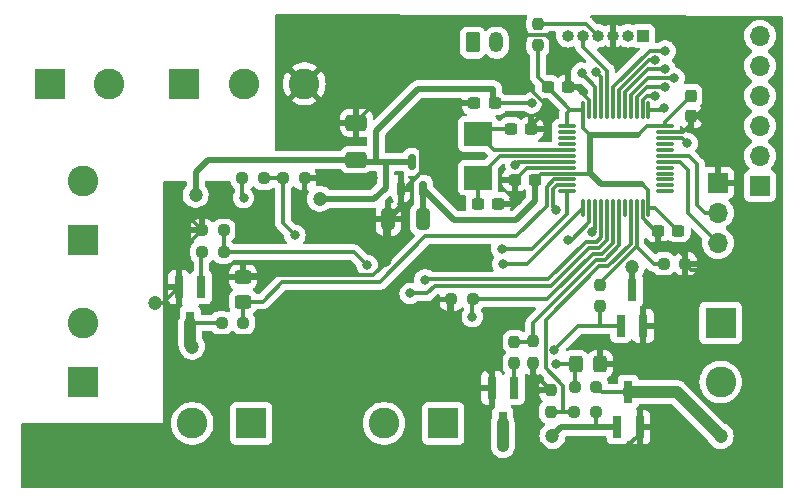
<source format=gbr>
%TF.GenerationSoftware,KiCad,Pcbnew,7.0.5*%
%TF.CreationDate,2023-08-16T19:13:53+03:00*%
%TF.ProjectId,lamps,6c616d70-732e-46b6-9963-61645f706362,rev?*%
%TF.SameCoordinates,Original*%
%TF.FileFunction,Copper,L1,Top*%
%TF.FilePolarity,Positive*%
%FSLAX46Y46*%
G04 Gerber Fmt 4.6, Leading zero omitted, Abs format (unit mm)*
G04 Created by KiCad (PCBNEW 7.0.5) date 2023-08-16 19:13:53*
%MOMM*%
%LPD*%
G01*
G04 APERTURE LIST*
G04 Aperture macros list*
%AMRoundRect*
0 Rectangle with rounded corners*
0 $1 Rounding radius*
0 $2 $3 $4 $5 $6 $7 $8 $9 X,Y pos of 4 corners*
0 Add a 4 corners polygon primitive as box body*
4,1,4,$2,$3,$4,$5,$6,$7,$8,$9,$2,$3,0*
0 Add four circle primitives for the rounded corners*
1,1,$1+$1,$2,$3*
1,1,$1+$1,$4,$5*
1,1,$1+$1,$6,$7*
1,1,$1+$1,$8,$9*
0 Add four rect primitives between the rounded corners*
20,1,$1+$1,$2,$3,$4,$5,0*
20,1,$1+$1,$4,$5,$6,$7,0*
20,1,$1+$1,$6,$7,$8,$9,0*
20,1,$1+$1,$8,$9,$2,$3,0*%
G04 Aperture macros list end*
%TA.AperFunction,ComponentPad*%
%ADD10R,2.600000X2.600000*%
%TD*%
%TA.AperFunction,ComponentPad*%
%ADD11C,2.600000*%
%TD*%
%TA.AperFunction,SMDPad,CuDef*%
%ADD12RoundRect,0.237500X0.250000X0.237500X-0.250000X0.237500X-0.250000X-0.237500X0.250000X-0.237500X0*%
%TD*%
%TA.AperFunction,SMDPad,CuDef*%
%ADD13RoundRect,0.237500X-0.250000X-0.237500X0.250000X-0.237500X0.250000X0.237500X-0.250000X0.237500X0*%
%TD*%
%TA.AperFunction,SMDPad,CuDef*%
%ADD14RoundRect,0.250000X0.450000X-0.325000X0.450000X0.325000X-0.450000X0.325000X-0.450000X-0.325000X0*%
%TD*%
%TA.AperFunction,SMDPad,CuDef*%
%ADD15RoundRect,0.237500X-0.300000X-0.237500X0.300000X-0.237500X0.300000X0.237500X-0.300000X0.237500X0*%
%TD*%
%TA.AperFunction,SMDPad,CuDef*%
%ADD16R,0.800000X1.900000*%
%TD*%
%TA.AperFunction,SMDPad,CuDef*%
%ADD17R,2.400000X2.000000*%
%TD*%
%TA.AperFunction,SMDPad,CuDef*%
%ADD18RoundRect,0.075000X-0.662500X-0.075000X0.662500X-0.075000X0.662500X0.075000X-0.662500X0.075000X0*%
%TD*%
%TA.AperFunction,SMDPad,CuDef*%
%ADD19RoundRect,0.075000X-0.075000X-0.662500X0.075000X-0.662500X0.075000X0.662500X-0.075000X0.662500X0*%
%TD*%
%TA.AperFunction,SMDPad,CuDef*%
%ADD20RoundRect,0.237500X-0.237500X0.250000X-0.237500X-0.250000X0.237500X-0.250000X0.237500X0.250000X0*%
%TD*%
%TA.AperFunction,SMDPad,CuDef*%
%ADD21RoundRect,0.237500X0.300000X0.237500X-0.300000X0.237500X-0.300000X-0.237500X0.300000X-0.237500X0*%
%TD*%
%TA.AperFunction,ComponentPad*%
%ADD22R,1.700000X1.700000*%
%TD*%
%TA.AperFunction,ComponentPad*%
%ADD23O,1.700000X1.700000*%
%TD*%
%TA.AperFunction,SMDPad,CuDef*%
%ADD24RoundRect,0.150000X0.150000X-0.512500X0.150000X0.512500X-0.150000X0.512500X-0.150000X-0.512500X0*%
%TD*%
%TA.AperFunction,SMDPad,CuDef*%
%ADD25RoundRect,0.237500X0.237500X-0.250000X0.237500X0.250000X-0.237500X0.250000X-0.237500X-0.250000X0*%
%TD*%
%TA.AperFunction,SMDPad,CuDef*%
%ADD26RoundRect,0.250000X0.325000X0.650000X-0.325000X0.650000X-0.325000X-0.650000X0.325000X-0.650000X0*%
%TD*%
%TA.AperFunction,ComponentPad*%
%ADD27RoundRect,0.250000X-0.350000X-0.625000X0.350000X-0.625000X0.350000X0.625000X-0.350000X0.625000X0*%
%TD*%
%TA.AperFunction,ComponentPad*%
%ADD28O,1.200000X1.750000*%
%TD*%
%TA.AperFunction,ComponentPad*%
%ADD29R,1.000000X1.000000*%
%TD*%
%TA.AperFunction,ComponentPad*%
%ADD30O,1.000000X1.000000*%
%TD*%
%TA.AperFunction,SMDPad,CuDef*%
%ADD31RoundRect,0.250000X0.650000X-0.412500X0.650000X0.412500X-0.650000X0.412500X-0.650000X-0.412500X0*%
%TD*%
%TA.AperFunction,SMDPad,CuDef*%
%ADD32RoundRect,0.237500X-0.237500X0.300000X-0.237500X-0.300000X0.237500X-0.300000X0.237500X0.300000X0*%
%TD*%
%TA.AperFunction,SMDPad,CuDef*%
%ADD33RoundRect,0.250000X-0.325000X-0.450000X0.325000X-0.450000X0.325000X0.450000X-0.325000X0.450000X0*%
%TD*%
%TA.AperFunction,ViaPad*%
%ADD34C,1.200000*%
%TD*%
%TA.AperFunction,ViaPad*%
%ADD35C,0.800000*%
%TD*%
%TA.AperFunction,Conductor*%
%ADD36C,0.300000*%
%TD*%
%TA.AperFunction,Conductor*%
%ADD37C,0.500000*%
%TD*%
%TA.AperFunction,Conductor*%
%ADD38C,1.000000*%
%TD*%
G04 APERTURE END LIST*
D10*
%TO.P,J11,1,Pin_1*%
%TO.N,/L4*%
X104750000Y-92500000D03*
D11*
%TO.P,J11,2,Pin_2*%
%TO.N,/L3*%
X99750000Y-92500000D03*
%TD*%
D10*
%TO.P,J10,1,Pin_1*%
%TO.N,/L5*%
X128250000Y-84000000D03*
D11*
%TO.P,J10,2,Pin_2*%
%TO.N,/L6*%
X128250000Y-89000000D03*
%TD*%
D10*
%TO.P,J9,1,Pin_1*%
%TO.N,/L2*%
X88500000Y-92500000D03*
D11*
%TO.P,J9,2,Pin_2*%
%TO.N,/L1*%
X83500000Y-92500000D03*
%TD*%
D10*
%TO.P,J8,1,Pin_1*%
%TO.N,+12V*%
X74250000Y-89000000D03*
D11*
%TO.P,J8,2,Pin_2*%
X74250000Y-84000000D03*
%TD*%
D10*
%TO.P,J7,1,Pin_1*%
%TO.N,/HOT@Always*%
X74250000Y-77000000D03*
D11*
%TO.P,J7,2,Pin_2*%
X74250000Y-72000000D03*
%TD*%
D10*
%TO.P,J6,1,Pin_1*%
%TO.N,/HOT@Always*%
X71500000Y-63805000D03*
D11*
%TO.P,J6,2,Pin_2*%
X76500000Y-63805000D03*
%TD*%
D12*
%TO.P,R1,1*%
%TO.N,/VEN*%
X89582000Y-71755000D03*
%TO.P,R1,2*%
%TO.N,+12V*%
X87757000Y-71755000D03*
%TD*%
D13*
%TO.P,R23,1*%
%TO.N,/T2_Ch3*%
X115824000Y-91541600D03*
%TO.P,R23,2*%
%TO.N,/L_pwrX1/g*%
X117649000Y-91541600D03*
%TD*%
D14*
%TO.P,D9,1,K*%
%TO.N,/adc0*%
X87803400Y-82189200D03*
%TO.P,D9,2,A*%
%TO.N,GND*%
X87803400Y-80139200D03*
%TD*%
D13*
%TO.P,R15,2*%
%TO.N,/T3_Ch3*%
X107260400Y-82016600D03*
%TO.P,R15,1*%
%TO.N,GND*%
X105435400Y-82016600D03*
%TD*%
D15*
%TO.P,C13,1*%
%TO.N,GND*%
X107393400Y-65405000D03*
%TO.P,C13,2*%
%TO.N,+5V*%
X109118400Y-65405000D03*
%TD*%
D16*
%TO.P,Q6,1,G*%
%TO.N,Net-(Q6-G)*%
X110750000Y-89500000D03*
%TO.P,Q6,2,S*%
%TO.N,GND*%
X108850000Y-89500000D03*
%TO.P,Q6,3,D*%
%TO.N,/L4*%
X109800000Y-92500000D03*
%TD*%
%TO.P,Q3,1,G*%
%TO.N,/L_pwrX/g*%
X119800000Y-84250000D03*
%TO.P,Q3,2,S*%
%TO.N,GND*%
X121700000Y-84250000D03*
%TO.P,Q3,3,D*%
%TO.N,/L5*%
X120750000Y-81250000D03*
%TD*%
%TO.P,Q8,1,G*%
%TO.N,/L_pwrX1/g*%
X119486600Y-92837000D03*
%TO.P,Q8,2,S*%
%TO.N,GND*%
X121386600Y-92837000D03*
%TO.P,Q8,3,D*%
%TO.N,/L6*%
X120436600Y-89837000D03*
%TD*%
D17*
%TO.P,Y1,1,1*%
%TO.N,/OSC_IN*%
X107696000Y-68000000D03*
%TO.P,Y1,2,2*%
%TO.N,/OSC_OUT*%
X107696000Y-71700000D03*
%TD*%
D18*
%TO.P,U3,1,VBAT*%
%TO.N,+3V3*%
X115217500Y-67354000D03*
%TO.P,U3,2,PC13*%
%TO.N,unconnected-(U3-PC13-Pad2)*%
X115217500Y-67854000D03*
%TO.P,U3,3,PC14*%
%TO.N,unconnected-(U3-PC14-Pad3)*%
X115217500Y-68354000D03*
%TO.P,U3,4,PC15*%
%TO.N,unconnected-(U3-PC15-Pad4)*%
X115217500Y-68854000D03*
%TO.P,U3,5,PD0*%
%TO.N,/OSC_IN*%
X115217500Y-69354000D03*
%TO.P,U3,6,PD1*%
%TO.N,/OSC_OUT*%
X115217500Y-69854000D03*
%TO.P,U3,7,NRST*%
%TO.N,/NRST*%
X115217500Y-70354000D03*
%TO.P,U3,8,VSSA*%
%TO.N,GND*%
X115217500Y-70854000D03*
%TO.P,U3,9,VDDA*%
%TO.N,+3V3*%
X115217500Y-71354000D03*
%TO.P,U3,10,PA0*%
%TO.N,/adc0*%
X115217500Y-71854000D03*
%TO.P,U3,11,PA1*%
%TO.N,/adc1*%
X115217500Y-72354000D03*
%TO.P,U3,12,PA2*%
%TO.N,/adc2*%
X115217500Y-72854000D03*
D19*
%TO.P,U3,13,PA3*%
%TO.N,/adc3*%
X116630000Y-74266500D03*
%TO.P,U3,14,PA4*%
%TO.N,/adc4*%
X117130000Y-74266500D03*
%TO.P,U3,15,PA5*%
%TO.N,/adc5*%
X117630000Y-74266500D03*
%TO.P,U3,16,PA6*%
%TO.N,/T3_Ch1*%
X118130000Y-74266500D03*
%TO.P,U3,17,PA7*%
%TO.N,/T3_Ch2*%
X118630000Y-74266500D03*
%TO.P,U3,18,PB0*%
%TO.N,/T3_Ch3*%
X119130000Y-74266500D03*
%TO.P,U3,19,PB1*%
%TO.N,/T3_Ch4*%
X119630000Y-74266500D03*
%TO.P,U3,20,PB2*%
%TO.N,unconnected-(U3-PB2-Pad20)*%
X120130000Y-74266500D03*
%TO.P,U3,21,PB10*%
%TO.N,/T2_Ch3*%
X120630000Y-74266500D03*
%TO.P,U3,22,PB11*%
%TO.N,/T2_Ch4*%
X121130000Y-74266500D03*
%TO.P,U3,23,VSS*%
%TO.N,GND*%
X121630000Y-74266500D03*
%TO.P,U3,24,VDD*%
%TO.N,+3V3*%
X122130000Y-74266500D03*
D18*
%TO.P,U3,25,PB12*%
%TO.N,unconnected-(U3-PB12-Pad25)*%
X123542500Y-72854000D03*
%TO.P,U3,26,PB13*%
%TO.N,unconnected-(U3-PB13-Pad26)*%
X123542500Y-72354000D03*
%TO.P,U3,27,PB14*%
%TO.N,unconnected-(U3-PB14-Pad27)*%
X123542500Y-71854000D03*
%TO.P,U3,28,PB15*%
%TO.N,unconnected-(U3-PB15-Pad28)*%
X123542500Y-71354000D03*
%TO.P,U3,29,PA8*%
%TO.N,unconnected-(U3-PA8-Pad29)*%
X123542500Y-70854000D03*
%TO.P,U3,30,PA9*%
%TO.N,/Tx*%
X123542500Y-70354000D03*
%TO.P,U3,31,PA10*%
%TO.N,/Rx*%
X123542500Y-69854000D03*
%TO.P,U3,32,PA11*%
%TO.N,unconnected-(U3-PA11-Pad32)*%
X123542500Y-69354000D03*
%TO.P,U3,33,PA12*%
%TO.N,unconnected-(U3-PA12-Pad33)*%
X123542500Y-68854000D03*
%TO.P,U3,34,PA13*%
%TO.N,/SWDIO*%
X123542500Y-68354000D03*
%TO.P,U3,35,VSS*%
%TO.N,GND*%
X123542500Y-67854000D03*
%TO.P,U3,36,VDD*%
%TO.N,+3V3*%
X123542500Y-67354000D03*
D19*
%TO.P,U3,37,PA14*%
%TO.N,/SWCLK*%
X122130000Y-65941500D03*
%TO.P,U3,38,PA15*%
%TO.N,/SW1*%
X121630000Y-65941500D03*
%TO.P,U3,39,PB3*%
%TO.N,/SW2*%
X121130000Y-65941500D03*
%TO.P,U3,40,PB4*%
%TO.N,/SW3*%
X120630000Y-65941500D03*
%TO.P,U3,41,PB5*%
%TO.N,/SW4*%
X120130000Y-65941500D03*
%TO.P,U3,42,PB6*%
%TO.N,/SW5*%
X119630000Y-65941500D03*
%TO.P,U3,43,PB7*%
%TO.N,/SW6*%
X119130000Y-65941500D03*
%TO.P,U3,44,BOOT0*%
%TO.N,/BOOT0*%
X118630000Y-65941500D03*
%TO.P,U3,45,PB8*%
%TO.N,/CAN_Rx*%
X118130000Y-65941500D03*
%TO.P,U3,46,PB9*%
%TO.N,/CAN_Tx*%
X117630000Y-65941500D03*
%TO.P,U3,47,VSS*%
%TO.N,GND*%
X117130000Y-65941500D03*
%TO.P,U3,48,VDD*%
%TO.N,+3V3*%
X116630000Y-65941500D03*
%TD*%
D20*
%TO.P,R20,1*%
%TO.N,/T3_Ch4*%
X110769400Y-85574500D03*
%TO.P,R20,2*%
%TO.N,Net-(Q6-G)*%
X110769400Y-87399500D03*
%TD*%
%TO.P,R11,1*%
%TO.N,/T2_Ch4*%
X118000000Y-80750000D03*
%TO.P,R11,2*%
%TO.N,/L_pwrX/g*%
X118000000Y-82575000D03*
%TD*%
%TO.P,R24,2*%
%TO.N,/T2_Ch3*%
X113842800Y-91516200D03*
%TO.P,R24,1*%
%TO.N,GND*%
X113842800Y-89691200D03*
%TD*%
D21*
%TO.P,C11,1*%
%TO.N,+3V3*%
X112522000Y-71882000D03*
%TO.P,C11,2*%
%TO.N,GND*%
X110797000Y-71882000D03*
%TD*%
D22*
%TO.P,J5,1,Pin_1*%
%TO.N,Net-(D7-K)*%
X131572000Y-72390000D03*
D23*
%TO.P,J5,2,Pin_2*%
%TO.N,Net-(D5-K)*%
X131572000Y-69850000D03*
%TO.P,J5,3,Pin_3*%
%TO.N,Net-(D3-K)*%
X131572000Y-67310000D03*
%TO.P,J5,4,Pin_4*%
%TO.N,Net-(D4-K)*%
X131572000Y-64770000D03*
%TO.P,J5,5,Pin_5*%
%TO.N,Net-(D6-K)*%
X131572000Y-62230000D03*
%TO.P,J5,6,Pin_6*%
%TO.N,Net-(D8-K)*%
X131572000Y-59690000D03*
%TD*%
D13*
%TO.P,R9,1*%
%TO.N,GND*%
X84345900Y-76158400D03*
%TO.P,R9,2*%
%TO.N,/T3_Ch1*%
X86170900Y-76158400D03*
%TD*%
D24*
%TO.P,U1,1,GND*%
%TO.N,GND*%
X101158000Y-72633000D03*
%TO.P,U1,2,VO*%
%TO.N,+3V3*%
X103058000Y-72633000D03*
%TO.P,U1,3,VI*%
%TO.N,+5V*%
X102108000Y-70358000D03*
%TD*%
D25*
%TO.P,R5,1*%
%TO.N,+3V3*%
X112776000Y-60499000D03*
%TO.P,R5,2*%
%TO.N,Net-(J3-Pin_4)*%
X112776000Y-58674000D03*
%TD*%
D22*
%TO.P,J2,1,Pin_1*%
%TO.N,GND*%
X128016000Y-72136000D03*
D23*
%TO.P,J2,2,Pin_2*%
%TO.N,/Rx*%
X128016000Y-74676000D03*
%TO.P,J2,3,Pin_3*%
%TO.N,/Tx*%
X128016000Y-77216000D03*
%TD*%
D16*
%TO.P,Q1,1,G*%
%TO.N,Net-(Q1-G)*%
X84289200Y-80985000D03*
%TO.P,Q1,2,S*%
%TO.N,GND*%
X82389200Y-80985000D03*
%TO.P,Q1,3,D*%
%TO.N,/L1*%
X83339200Y-83985000D03*
%TD*%
D12*
%TO.P,R10,1*%
%TO.N,/adc0*%
X87825000Y-84000000D03*
%TO.P,R10,2*%
%TO.N,/L1*%
X86000000Y-84000000D03*
%TD*%
D26*
%TO.P,C4,1*%
%TO.N,+3V3*%
X103047800Y-75209400D03*
%TO.P,C4,2*%
%TO.N,GND*%
X100097800Y-75209400D03*
%TD*%
D25*
%TO.P,R21,1*%
%TO.N,GND*%
X112369600Y-87397600D03*
%TO.P,R21,2*%
%TO.N,/T3_Ch4*%
X112369600Y-85572600D03*
%TD*%
D12*
%TO.P,R8,1*%
%TO.N,/T3_Ch1*%
X86162500Y-78000000D03*
%TO.P,R8,2*%
%TO.N,Net-(Q1-G)*%
X84337500Y-78000000D03*
%TD*%
D15*
%TO.P,C8,1*%
%TO.N,/OSC_IN*%
X110490000Y-67564000D03*
%TO.P,C8,2*%
%TO.N,GND*%
X112215000Y-67564000D03*
%TD*%
%TO.P,C7,1*%
%TO.N,+3V3*%
X113591000Y-64008000D03*
%TO.P,C7,2*%
%TO.N,GND*%
X115316000Y-64008000D03*
%TD*%
D10*
%TO.P,J1,1,Pin_1*%
%TO.N,/HOT@Always*%
X82840000Y-63750000D03*
D11*
%TO.P,J1,2,Pin_2*%
%TO.N,+12V*%
X87920000Y-63750000D03*
%TO.P,J1,3,Pin_3*%
%TO.N,GND*%
X93000000Y-63750000D03*
%TD*%
D15*
%TO.P,C10,1*%
%TO.N,/OSC_OUT*%
X107696000Y-73914000D03*
%TO.P,C10,2*%
%TO.N,GND*%
X109421000Y-73914000D03*
%TD*%
D27*
%TO.P,J4,1,Pin_1*%
%TO.N,/CANH*%
X107250000Y-60250000D03*
D28*
%TO.P,J4,2,Pin_2*%
%TO.N,/CANL*%
X109250000Y-60250000D03*
%TD*%
D29*
%TO.P,J3,1,Pin_1*%
%TO.N,/SWCLK*%
X121666000Y-59690000D03*
D30*
%TO.P,J3,2,Pin_2*%
%TO.N,/SWDIO*%
X120396000Y-59690000D03*
%TO.P,J3,3,Pin_3*%
%TO.N,GND*%
X119126000Y-59690000D03*
%TO.P,J3,4,Pin_4*%
%TO.N,Net-(J3-Pin_4)*%
X117856000Y-59690000D03*
%TO.P,J3,5,Pin_5*%
%TO.N,/BOOT0*%
X116586000Y-59690000D03*
%TO.P,J3,6,Pin_6*%
%TO.N,/NRST*%
X115316000Y-59690000D03*
%TD*%
D31*
%TO.P,C5,1*%
%TO.N,+5V*%
X97409000Y-70181000D03*
%TO.P,C5,2*%
%TO.N,GND*%
X97409000Y-67056000D03*
%TD*%
D21*
%TO.P,C12,1*%
%TO.N,+3V3*%
X124661000Y-76200000D03*
%TO.P,C12,2*%
%TO.N,GND*%
X122936000Y-76200000D03*
%TD*%
D12*
%TO.P,R2,1*%
%TO.N,GND*%
X93011000Y-71755000D03*
%TO.P,R2,2*%
%TO.N,/VEN*%
X91186000Y-71755000D03*
%TD*%
D32*
%TO.P,C9,1*%
%TO.N,+3V3*%
X125730000Y-64770000D03*
%TO.P,C9,2*%
%TO.N,GND*%
X125730000Y-66495000D03*
%TD*%
D12*
%TO.P,R12,1*%
%TO.N,GND*%
X125250000Y-79000000D03*
%TO.P,R12,2*%
%TO.N,/T2_Ch4*%
X123425000Y-79000000D03*
%TD*%
D13*
%TO.P,R25,1*%
%TO.N,/adc4*%
X115904000Y-89408000D03*
%TO.P,R25,2*%
%TO.N,/L6*%
X117729000Y-89408000D03*
%TD*%
D33*
%TO.P,D14,1,K*%
%TO.N,/adc4*%
X116001800Y-87477600D03*
%TO.P,D14,2,A*%
%TO.N,GND*%
X118051800Y-87477600D03*
%TD*%
D34*
%TO.N,GND*%
X130987800Y-79502000D03*
X111455200Y-96723200D03*
X110947200Y-73523300D03*
X105283000Y-84836000D03*
X80314800Y-82321400D03*
D35*
%TO.N,/adc2*%
X109702600Y-77749400D03*
%TO.N,/T3_Ch3*%
X107213400Y-83464400D03*
%TO.N,/adc3*%
X109778800Y-79019400D03*
%TO.N,/L4*%
X109829600Y-94462600D03*
%TO.N,/T3_Ch2*%
X101955600Y-81508600D03*
%TO.N,/T3_Ch1*%
X103200200Y-80340200D03*
X98310700Y-79108300D03*
%TO.N,/adc1*%
X114325400Y-74472800D03*
D34*
%TO.N,/L1*%
X83500000Y-86000000D03*
D35*
%TO.N,/adc4*%
X114300000Y-87503000D03*
X115341400Y-76962000D03*
%TO.N,/adc5*%
X117348000Y-76327000D03*
D34*
%TO.N,/L6*%
X128244600Y-93573600D03*
%TO.N,/L_pwrX1/g*%
X113995200Y-93573600D03*
D35*
%TO.N,/L_pwrX/g*%
X114173000Y-86258400D03*
D34*
%TO.N,/L5*%
X120750000Y-79250000D03*
%TO.N,+5V*%
X83794600Y-73152000D03*
D35*
X112242600Y-65379600D03*
D34*
X94310200Y-73490000D03*
%TO.N,GND*%
X98882200Y-65506600D03*
X114452400Y-61747400D03*
X100431600Y-68275200D03*
X103733600Y-60731400D03*
X81843400Y-73156600D03*
X123698000Y-59131200D03*
X98602800Y-71729600D03*
X99822000Y-78638400D03*
D35*
%TO.N,+12V*%
X87851000Y-73406000D03*
%TO.N,/SW3*%
X124307600Y-63246000D03*
%TO.N,/SW4*%
X123520200Y-62484000D03*
%TO.N,/SW2*%
X123545600Y-64008000D03*
%TO.N,/SW5*%
X122682000Y-61722000D03*
%TO.N,/SW1*%
X122701012Y-64760172D03*
%TO.N,/SW6*%
X123545600Y-60960000D03*
%TO.N,/SWCLK*%
X123444000Y-65786000D03*
%TO.N,/SWDIO*%
X125399800Y-68808600D03*
%TO.N,/NRST*%
X110871000Y-70603500D03*
%TO.N,/VEN*%
X92202000Y-76581000D03*
%TO.N,/CAN_Rx*%
X117710823Y-62789177D03*
%TO.N,/CAN_Tx*%
X116484400Y-62839600D03*
%TD*%
D36*
%TO.N,/adc0*%
X87803400Y-82189200D02*
X89489400Y-82189200D01*
X89489400Y-82189200D02*
X91135200Y-80543400D01*
X91135200Y-80543400D02*
X99390200Y-80543400D01*
X99390200Y-80543400D02*
X103251000Y-76682600D01*
X113538000Y-72487853D02*
X114171853Y-71854000D01*
X103251000Y-76682600D02*
X110921800Y-76682600D01*
X110921800Y-76682600D02*
X113538000Y-74066400D01*
X114171853Y-71854000D02*
X115217500Y-71854000D01*
X113538000Y-74066400D02*
X113538000Y-72487853D01*
%TO.N,GND*%
X99822000Y-78943200D02*
X98831400Y-79933800D01*
X98831400Y-79933800D02*
X88008800Y-79933800D01*
X99822000Y-78638400D02*
X99822000Y-78943200D01*
%TO.N,/T3_Ch1*%
X98310700Y-79108300D02*
X97202400Y-78000000D01*
X97202400Y-78000000D02*
X86162500Y-78000000D01*
D37*
%TO.N,+5V*%
X99085400Y-70358000D02*
X99085400Y-67767200D01*
X99085400Y-67767200D02*
X102641400Y-64211200D01*
X102641400Y-64211200D02*
X108991400Y-64211200D01*
X108991400Y-64211200D02*
X108991400Y-65278000D01*
X108991400Y-65278000D02*
X109118400Y-65405000D01*
X99872800Y-70358000D02*
X99085400Y-70358000D01*
X99085400Y-70358000D02*
X97205000Y-70358000D01*
D36*
%TO.N,GND*%
X97409000Y-67056000D02*
X97409000Y-66979800D01*
X97409000Y-66979800D02*
X98882200Y-65506600D01*
X125730000Y-66495000D02*
X126210400Y-66495000D01*
X130987800Y-79502000D02*
X130022600Y-79502000D01*
X130022600Y-79502000D02*
X125752000Y-79502000D01*
X126210400Y-66495000D02*
X130022600Y-70307200D01*
X130022600Y-70307200D02*
X130022600Y-79502000D01*
X125752000Y-79502000D02*
X125250000Y-79000000D01*
X108850000Y-89500000D02*
X108850000Y-88403000D01*
X108850000Y-88403000D02*
X105283000Y-84836000D01*
X112369600Y-87397600D02*
X112369600Y-88218000D01*
X112369600Y-88218000D02*
X113842800Y-89691200D01*
X114274600Y-95554800D02*
X112623600Y-95554800D01*
X112623600Y-95554800D02*
X111455200Y-96723200D01*
X121700000Y-84250000D02*
X123115600Y-84250000D01*
X123115600Y-84250000D02*
X125250000Y-82115600D01*
X125250000Y-82115600D02*
X125250000Y-79000000D01*
X113842800Y-89691200D02*
X113026200Y-89691200D01*
X113026200Y-89691200D02*
X112623600Y-90093800D01*
X112623600Y-90093800D02*
X112623600Y-93545503D01*
X112598200Y-93570903D02*
X112598200Y-93878400D01*
X112623600Y-93545503D02*
X112598200Y-93570903D01*
X112598200Y-93878400D02*
X114274600Y-95554800D01*
X114274600Y-95554800D02*
X119218800Y-95554800D01*
X119218800Y-95554800D02*
X121386600Y-93387000D01*
X121386600Y-93387000D02*
X121386600Y-92837000D01*
X118051800Y-87477600D02*
X120065800Y-87477600D01*
X120065800Y-87477600D02*
X121700000Y-85843400D01*
X121700000Y-85843400D02*
X121700000Y-84250000D01*
X122936000Y-77266800D02*
X124079000Y-77266800D01*
X122936000Y-76200000D02*
X122936000Y-77266800D01*
X124079000Y-77266800D02*
X125250000Y-78437800D01*
X125250000Y-78437800D02*
X125250000Y-79000000D01*
X112215000Y-67261400D02*
X113284000Y-66192400D01*
X110871000Y-58750200D02*
X111582200Y-59461400D01*
X112215000Y-67564000D02*
X112215000Y-67261400D01*
X111582200Y-59461400D02*
X111709200Y-59588400D01*
X113284000Y-66192400D02*
X113284000Y-65360339D01*
X113284000Y-65360339D02*
X111582200Y-63658539D01*
X111582200Y-63658539D02*
X111582200Y-59461400D01*
X110797000Y-71882000D02*
X110797000Y-73373100D01*
X110797000Y-73373100D02*
X110947200Y-73523300D01*
X110556500Y-73914000D02*
X110947200Y-73523300D01*
X109421000Y-73914000D02*
X110556500Y-73914000D01*
%TO.N,/adc3*%
X109778800Y-79019400D02*
X111877100Y-79019400D01*
X111877100Y-79019400D02*
X116630000Y-74266500D01*
%TO.N,GND*%
X105283000Y-84836000D02*
X105283000Y-82169000D01*
X105283000Y-82169000D02*
X105435400Y-82016600D01*
X80314800Y-82321400D02*
X81052800Y-82321400D01*
X81052800Y-82321400D02*
X82389200Y-80985000D01*
X84345900Y-76158400D02*
X82389200Y-78115100D01*
X82389200Y-78115100D02*
X82389200Y-80985000D01*
X81843400Y-73156600D02*
X81843400Y-73655900D01*
X81843400Y-73655900D02*
X84345900Y-76158400D01*
%TO.N,/adc2*%
X112268000Y-77749400D02*
X112445800Y-77571600D01*
X115217500Y-74799900D02*
X112445800Y-77571600D01*
X109702600Y-77749400D02*
X112268000Y-77749400D01*
%TO.N,/T3_Ch3*%
X107213400Y-83464400D02*
X107213400Y-82063600D01*
X107213400Y-82063600D02*
X107260400Y-82016600D01*
X107260400Y-82016600D02*
X113538000Y-82016600D01*
X113538000Y-82016600D02*
X114046000Y-81508600D01*
%TO.N,/T3_Ch4*%
X112369600Y-85572600D02*
X112369600Y-83997800D01*
X112369600Y-83997800D02*
X114274600Y-82092800D01*
D38*
%TO.N,/L4*%
X109800000Y-94433000D02*
X109829600Y-94462600D01*
X109800000Y-92500000D02*
X109800000Y-94433000D01*
D36*
%TO.N,/T3_Ch4*%
X110769400Y-85574500D02*
X112367700Y-85574500D01*
X112367700Y-85574500D02*
X112369600Y-85572600D01*
%TO.N,Net-(Q6-G)*%
X110769400Y-87399500D02*
X110769400Y-89480600D01*
X110769400Y-89480600D02*
X110750000Y-89500000D01*
%TO.N,/T3_Ch2*%
X118630000Y-74266500D02*
X118630000Y-76975400D01*
X118630000Y-76975400D02*
X117967000Y-77638400D01*
X117103400Y-77638400D02*
X113893600Y-80848200D01*
X117967000Y-77638400D02*
X117103400Y-77638400D01*
X113893600Y-80848200D02*
X104063800Y-80848200D01*
X104063800Y-80848200D02*
X103403400Y-81508600D01*
X103403400Y-81508600D02*
X101955600Y-81508600D01*
%TO.N,/T3_Ch1*%
X103225600Y-80314800D02*
X103200200Y-80340200D01*
X111836200Y-80314800D02*
X103225600Y-80314800D01*
%TO.N,/adc1*%
X114046000Y-74193400D02*
X114325400Y-74472800D01*
X114046000Y-72686959D02*
X114046000Y-74193400D01*
X115217500Y-72354000D02*
X114378959Y-72354000D01*
X114378959Y-72354000D02*
X114046000Y-72686959D01*
%TO.N,/adc2*%
X115217500Y-72854000D02*
X115217500Y-74799900D01*
%TO.N,/L1*%
X86000000Y-84000000D02*
X83354200Y-84000000D01*
X83354200Y-84000000D02*
X83339200Y-83985000D01*
%TO.N,/adc0*%
X87803400Y-82189200D02*
X87803400Y-83978400D01*
X87803400Y-83978400D02*
X87825000Y-84000000D01*
%TO.N,/T3_Ch1*%
X86170900Y-76158400D02*
X86170900Y-77991600D01*
X86170900Y-77991600D02*
X86162500Y-78000000D01*
%TO.N,Net-(Q1-G)*%
X84289200Y-80985000D02*
X84289200Y-78048300D01*
X84289200Y-78048300D02*
X84337500Y-78000000D01*
D38*
%TO.N,/L1*%
X83339200Y-83985000D02*
X83339200Y-85839200D01*
X83339200Y-85839200D02*
X83500000Y-86000000D01*
D36*
%TO.N,/adc4*%
X116001800Y-87477600D02*
X114325400Y-87477600D01*
X114325400Y-87477600D02*
X114300000Y-87503000D01*
X115341400Y-76962000D02*
X115620800Y-76962000D01*
X115620800Y-76962000D02*
X117130000Y-75452800D01*
X117130000Y-75452800D02*
X117130000Y-74266500D01*
%TO.N,/T2_Ch3*%
X120630000Y-74266500D02*
X120630000Y-77286800D01*
X120630000Y-77286800D02*
X118694200Y-79222600D01*
X118694200Y-79222600D02*
X117957600Y-79222600D01*
X113423000Y-87845200D02*
X114884200Y-89306400D01*
X117957600Y-79222600D02*
X113423000Y-83757200D01*
X113423000Y-83757200D02*
X113423000Y-87845200D01*
X114884200Y-89306400D02*
X114884200Y-91541600D01*
%TO.N,/adc5*%
X117630000Y-76045000D02*
X117630000Y-74266500D01*
X117348000Y-76327000D02*
X117630000Y-76045000D01*
%TO.N,/T2_Ch3*%
X114884200Y-91541600D02*
X113868200Y-91541600D01*
X115824000Y-91541600D02*
X114884200Y-91541600D01*
D37*
%TO.N,/L_pwrX1/g*%
X114731800Y-92837000D02*
X117576600Y-92837000D01*
X117576600Y-92837000D02*
X119486600Y-92837000D01*
D36*
X117649000Y-91541600D02*
X117649000Y-92764600D01*
X117649000Y-92764600D02*
X117576600Y-92837000D01*
%TO.N,/T2_Ch3*%
X113868200Y-91541600D02*
X113842800Y-91516200D01*
%TO.N,/adc4*%
X115904000Y-89408000D02*
X115904000Y-87575400D01*
X115904000Y-87575400D02*
X116001800Y-87477600D01*
D38*
%TO.N,/L6*%
X124508000Y-89837000D02*
X128244600Y-93573600D01*
X120436600Y-89837000D02*
X124508000Y-89837000D01*
D37*
%TO.N,/L_pwrX1/g*%
X113995200Y-93573600D02*
X114731800Y-92837000D01*
D36*
%TO.N,/L6*%
X120436600Y-89837000D02*
X118158000Y-89837000D01*
X118158000Y-89837000D02*
X117729000Y-89408000D01*
%TO.N,/L_pwrX/g*%
X119800000Y-84250000D02*
X117957600Y-84250000D01*
X117957600Y-84250000D02*
X116181400Y-84250000D01*
X118000000Y-82575000D02*
X118000000Y-84207600D01*
X118000000Y-84207600D02*
X117957600Y-84250000D01*
X116181400Y-84250000D02*
X114173000Y-86258400D01*
%TO.N,/T3_Ch1*%
X118130000Y-74266500D02*
X118130000Y-76764200D01*
X118130000Y-76764200D02*
X117755800Y-77138400D01*
X116816000Y-77138400D02*
X113639600Y-80314800D01*
X117755800Y-77138400D02*
X116816000Y-77138400D01*
X113639600Y-80314800D02*
X111836200Y-80314800D01*
%TO.N,/T3_Ch3*%
X117652800Y-78138400D02*
X117416200Y-78138400D01*
X117416200Y-78138400D02*
X114046000Y-81508600D01*
X118207694Y-78138400D02*
X117652800Y-78138400D01*
%TO.N,/T3_Ch4*%
X117881400Y-78638400D02*
X117729000Y-78638400D01*
X118414800Y-78638400D02*
X117881400Y-78638400D01*
X117729000Y-78638400D02*
X114274600Y-82092800D01*
%TO.N,/T3_Ch3*%
X119130000Y-74266500D02*
X119130000Y-77216094D01*
X119130000Y-77216094D02*
X118207694Y-78138400D01*
%TO.N,/T3_Ch4*%
X119630000Y-74266500D02*
X119630000Y-77423200D01*
X119630000Y-77423200D02*
X118414800Y-78638400D01*
%TO.N,/T2_Ch4*%
X118000000Y-80750000D02*
X118000000Y-80656497D01*
X118000000Y-80656497D02*
X121087497Y-77569000D01*
X121087497Y-77569000D02*
X121130000Y-77569000D01*
X121130000Y-74266500D02*
X121130000Y-77569000D01*
X121130000Y-77569000D02*
X122561000Y-79000000D01*
X122561000Y-79000000D02*
X123425000Y-79000000D01*
D37*
%TO.N,/L5*%
X120750000Y-80500000D02*
X120750000Y-79250000D01*
X120750000Y-81250000D02*
X120750000Y-80500000D01*
%TO.N,+5V*%
X83794600Y-71221600D02*
X84835200Y-70181000D01*
X94310200Y-73490000D02*
X98925200Y-73490000D01*
D36*
X112242600Y-65379600D02*
X109143800Y-65379600D01*
D37*
X99872800Y-72542400D02*
X99872800Y-70358000D01*
X98925200Y-73490000D02*
X99872800Y-72542400D01*
X84835200Y-70181000D02*
X97028000Y-70181000D01*
X102108000Y-70358000D02*
X99872800Y-70358000D01*
X97205000Y-70358000D02*
X97028000Y-70181000D01*
D36*
X109143800Y-65379600D02*
X109118400Y-65405000D01*
D37*
X83794600Y-73152000D02*
X83794600Y-71221600D01*
D36*
%TO.N,GND*%
X116035041Y-64008000D02*
X115316000Y-64008000D01*
X122724959Y-76200000D02*
X122936000Y-76200000D01*
X103301800Y-65405000D02*
X100431600Y-68275200D01*
X121630000Y-75105041D02*
X122724959Y-76200000D01*
X102362000Y-68707000D02*
X102895400Y-69240400D01*
X103733600Y-60731400D02*
X103733600Y-60629800D01*
X123542500Y-67854000D02*
X125059000Y-67854000D01*
X101158000Y-72633000D02*
X101484000Y-72633000D01*
X100863400Y-68707000D02*
X102362000Y-68707000D01*
X115316000Y-62611000D02*
X115316000Y-64008000D01*
X127330200Y-65303400D02*
X127330200Y-61061600D01*
X102895400Y-69240400D02*
X102895400Y-71221600D01*
X103733600Y-60629800D02*
X105613200Y-58750200D01*
D37*
X101158000Y-72633000D02*
X101158000Y-74149200D01*
D36*
X100431600Y-68275200D02*
X100863400Y-68707000D01*
X103657400Y-60731400D02*
X98882200Y-65506600D01*
X113436400Y-59588400D02*
X114452400Y-60604400D01*
X125730000Y-66495000D02*
X126138600Y-66495000D01*
X103733600Y-60731400D02*
X103657400Y-60731400D01*
X125730000Y-67183000D02*
X125059000Y-67854000D01*
X114452400Y-60604400D02*
X114452400Y-61747400D01*
X114452400Y-61747400D02*
X115316000Y-62611000D01*
X99822000Y-78638400D02*
X99822000Y-75485200D01*
X101484000Y-72633000D02*
X102895400Y-71221600D01*
X121630000Y-74266500D02*
X121630000Y-75105041D01*
X125730000Y-66495000D02*
X125730000Y-67183000D01*
X117130000Y-65941500D02*
X117130000Y-65102959D01*
X111709200Y-59588400D02*
X113436400Y-59588400D01*
X111825000Y-70854000D02*
X110797000Y-71882000D01*
X127330200Y-61061600D02*
X125399800Y-59131200D01*
X99822000Y-75485200D02*
X100097800Y-75209400D01*
X98577400Y-71755000D02*
X98602800Y-71729600D01*
X115217500Y-70854000D02*
X111825000Y-70854000D01*
X126138600Y-66495000D02*
X127330200Y-65303400D01*
D37*
X101158000Y-74149200D02*
X100097800Y-75209400D01*
D36*
X105613200Y-58750200D02*
X110871000Y-58750200D01*
X117130000Y-65102959D02*
X116035041Y-64008000D01*
X125399800Y-59131200D02*
X123698000Y-59131200D01*
X93011000Y-71755000D02*
X98577400Y-71755000D01*
X107393400Y-65405000D02*
X103301800Y-65405000D01*
%TO.N,+12V*%
X87757000Y-73312000D02*
X87851000Y-73406000D01*
X87757000Y-71755000D02*
X87757000Y-73312000D01*
%TO.N,+3V3*%
X122130000Y-72752400D02*
X121615200Y-72237600D01*
X117190200Y-71354000D02*
X117195600Y-71348600D01*
X115524500Y-65941500D02*
X116630000Y-65941500D01*
X116630000Y-67506400D02*
X117195600Y-68072000D01*
D37*
X110947200Y-75260200D02*
X105685200Y-75260200D01*
D36*
X112776000Y-63193000D02*
X113591000Y-64008000D01*
D37*
X118084600Y-72237600D02*
X121615200Y-72237600D01*
X121259600Y-68072000D02*
X117195600Y-68072000D01*
D36*
X123542500Y-67354000D02*
X121977600Y-67354000D01*
X122130000Y-74266500D02*
X122727500Y-74266500D01*
X115217500Y-66248500D02*
X115524500Y-65941500D01*
D37*
X103047800Y-72643200D02*
X103058000Y-72633000D01*
D36*
X123542500Y-66957500D02*
X123542500Y-67354000D01*
X115217500Y-71354000D02*
X113050000Y-71354000D01*
D37*
X112522000Y-73685400D02*
X110947200Y-75260200D01*
D36*
X115217500Y-67354000D02*
X115217500Y-66248500D01*
D37*
X112522000Y-71882000D02*
X112522000Y-73685400D01*
D36*
X122130000Y-74266500D02*
X122130000Y-72752400D01*
X113050000Y-71354000D02*
X112522000Y-71882000D01*
D37*
X105685200Y-75260200D02*
X103058000Y-72633000D01*
D36*
X113591000Y-64008000D02*
X115524500Y-65941500D01*
X116630000Y-65941500D02*
X116630000Y-67506400D01*
X115217500Y-71354000D02*
X117190200Y-71354000D01*
D37*
X117195600Y-68072000D02*
X117195600Y-71348600D01*
X103047800Y-75209400D02*
X103047800Y-72643200D01*
D36*
X125730000Y-64770000D02*
X123542500Y-66957500D01*
D37*
X117195600Y-71348600D02*
X118084600Y-72237600D01*
D36*
X121977600Y-67354000D02*
X121259600Y-68072000D01*
X112776000Y-60499000D02*
X112776000Y-63193000D01*
X122727500Y-74266500D02*
X124661000Y-76200000D01*
%TO.N,/OSC_IN*%
X108132000Y-67564000D02*
X107696000Y-68000000D01*
X109050000Y-69354000D02*
X107696000Y-68000000D01*
X110490000Y-67564000D02*
X108132000Y-67564000D01*
X115217500Y-69354000D02*
X109050000Y-69354000D01*
%TO.N,/OSC_OUT*%
X115217500Y-69854000D02*
X109542000Y-69854000D01*
X107696000Y-71700000D02*
X107696000Y-73914000D01*
X109542000Y-69854000D02*
X107696000Y-71700000D01*
%TO.N,/SW3*%
X122072747Y-63246000D02*
X124307600Y-63246000D01*
X120630000Y-64688747D02*
X122072747Y-63246000D01*
X120630000Y-65941500D02*
X120630000Y-64688747D01*
%TO.N,/SW4*%
X120130000Y-64481641D02*
X122127641Y-62484000D01*
X120130000Y-65941500D02*
X120130000Y-64481641D01*
X122127641Y-62484000D02*
X123520200Y-62484000D01*
%TO.N,/SW2*%
X121130000Y-65941500D02*
X121130000Y-64895853D01*
X121130000Y-64895853D02*
X122017853Y-64008000D01*
X122017853Y-64008000D02*
X123545600Y-64008000D01*
%TO.N,/SW5*%
X119630000Y-65941500D02*
X119630000Y-64274535D01*
X122182535Y-61722000D02*
X122682000Y-61722000D01*
X119630000Y-64274535D02*
X122182535Y-61722000D01*
%TO.N,/SW1*%
X121630000Y-65941500D02*
X121630000Y-65102959D01*
X121630000Y-65102959D02*
X121972787Y-64760172D01*
X121972787Y-64760172D02*
X122701012Y-64760172D01*
%TO.N,/SW6*%
X119130000Y-65941500D02*
X119130000Y-64067429D01*
X122237429Y-60960000D02*
X123545600Y-60960000D01*
X119130000Y-64067429D02*
X122237429Y-60960000D01*
%TO.N,/Rx*%
X128016000Y-74676000D02*
X126923800Y-74676000D01*
X126263400Y-74015600D02*
X126263400Y-70586600D01*
X126923800Y-74676000D02*
X126263400Y-74015600D01*
X125530800Y-69854000D02*
X123542500Y-69854000D01*
X126263400Y-70586600D02*
X125530800Y-69854000D01*
%TO.N,/Tx*%
X123542500Y-70354000D02*
X124786200Y-70354000D01*
X124786200Y-70354000D02*
X125476000Y-71043800D01*
X125476000Y-71043800D02*
X125476000Y-74676000D01*
X125476000Y-74676000D02*
X128016000Y-77216000D01*
%TO.N,/SWCLK*%
X123288500Y-65941500D02*
X123444000Y-65786000D01*
X122130000Y-65941500D02*
X123288500Y-65941500D01*
%TO.N,/SWDIO*%
X124945200Y-68354000D02*
X125399800Y-68808600D01*
X123542500Y-68354000D02*
X124945200Y-68354000D01*
%TO.N,Net-(J3-Pin_4)*%
X112776000Y-58674000D02*
X116840000Y-58674000D01*
X116840000Y-58674000D02*
X117856000Y-59690000D01*
%TO.N,/BOOT0*%
X116586000Y-60604400D02*
X118630000Y-62648400D01*
X118630000Y-62648400D02*
X118630000Y-65941500D01*
X116586000Y-59690000D02*
X116586000Y-60604400D01*
%TO.N,/NRST*%
X111120500Y-70354000D02*
X110871000Y-70603500D01*
X115217500Y-70354000D02*
X111120500Y-70354000D01*
%TO.N,/VEN*%
X91186000Y-71755000D02*
X91186000Y-75565000D01*
X89582000Y-71755000D02*
X91186000Y-71755000D01*
X91186000Y-75565000D02*
X92202000Y-76581000D01*
%TO.N,/CAN_Rx*%
X118130000Y-65941500D02*
X118130000Y-63208354D01*
X118130000Y-63208354D02*
X117710823Y-62789177D01*
%TO.N,/CAN_Tx*%
X117630000Y-65941500D02*
X117630000Y-63985200D01*
X117630000Y-63985200D02*
X116484400Y-62839600D01*
%TD*%
%TA.AperFunction,Conductor*%
%TO.N,GND*%
G36*
X133376475Y-57999528D02*
G01*
X133443437Y-58019468D01*
X133488990Y-58072447D01*
X133500000Y-58123527D01*
X133500000Y-97876000D01*
X133480315Y-97943039D01*
X133427511Y-97988794D01*
X133376000Y-98000000D01*
X69124000Y-98000000D01*
X69056961Y-97980315D01*
X69011206Y-97927511D01*
X69000000Y-97876000D01*
X69000000Y-92624000D01*
X69019685Y-92556961D01*
X69072489Y-92511206D01*
X69124000Y-92500000D01*
X81000000Y-92500000D01*
X81694451Y-92500000D01*
X81714616Y-92769101D01*
X81765441Y-92991778D01*
X81774666Y-93032195D01*
X81873257Y-93283398D01*
X82008185Y-93517102D01*
X82080024Y-93607185D01*
X82176442Y-93728089D01*
X82363183Y-93901358D01*
X82374259Y-93911635D01*
X82597226Y-94063651D01*
X82840359Y-94180738D01*
X83098228Y-94260280D01*
X83098229Y-94260280D01*
X83098232Y-94260281D01*
X83365063Y-94300499D01*
X83365068Y-94300499D01*
X83365071Y-94300500D01*
X83365072Y-94300500D01*
X83634928Y-94300500D01*
X83634929Y-94300500D01*
X83634936Y-94300499D01*
X83901767Y-94260281D01*
X83901768Y-94260280D01*
X83901772Y-94260280D01*
X84159641Y-94180738D01*
X84402775Y-94063651D01*
X84625741Y-93911635D01*
X84694463Y-93847870D01*
X86699500Y-93847870D01*
X86699501Y-93847876D01*
X86705908Y-93907483D01*
X86756202Y-94042328D01*
X86756206Y-94042335D01*
X86842452Y-94157544D01*
X86842455Y-94157547D01*
X86957664Y-94243793D01*
X86957671Y-94243797D01*
X87092517Y-94294091D01*
X87092516Y-94294091D01*
X87099444Y-94294835D01*
X87152127Y-94300500D01*
X89847872Y-94300499D01*
X89907483Y-94294091D01*
X90042331Y-94243796D01*
X90157546Y-94157546D01*
X90243796Y-94042331D01*
X90294091Y-93907483D01*
X90300500Y-93847873D01*
X90300499Y-92500000D01*
X97944451Y-92500000D01*
X97964616Y-92769101D01*
X98015441Y-92991778D01*
X98024666Y-93032195D01*
X98123257Y-93283398D01*
X98258185Y-93517102D01*
X98330024Y-93607185D01*
X98426442Y-93728089D01*
X98613183Y-93901358D01*
X98624259Y-93911635D01*
X98847226Y-94063651D01*
X99090359Y-94180738D01*
X99348228Y-94260280D01*
X99348229Y-94260280D01*
X99348232Y-94260281D01*
X99615063Y-94300499D01*
X99615068Y-94300499D01*
X99615071Y-94300500D01*
X99615072Y-94300500D01*
X99884928Y-94300500D01*
X99884929Y-94300500D01*
X99884936Y-94300499D01*
X100151767Y-94260281D01*
X100151768Y-94260280D01*
X100151772Y-94260280D01*
X100409641Y-94180738D01*
X100652775Y-94063651D01*
X100875741Y-93911635D01*
X100944463Y-93847870D01*
X102949500Y-93847870D01*
X102949501Y-93847876D01*
X102955908Y-93907483D01*
X103006202Y-94042328D01*
X103006206Y-94042335D01*
X103092452Y-94157544D01*
X103092455Y-94157547D01*
X103207664Y-94243793D01*
X103207671Y-94243797D01*
X103342517Y-94294091D01*
X103342516Y-94294091D01*
X103349444Y-94294835D01*
X103402127Y-94300500D01*
X106097872Y-94300499D01*
X106157483Y-94294091D01*
X106292331Y-94243796D01*
X106407546Y-94157546D01*
X106493796Y-94042331D01*
X106544091Y-93907483D01*
X106550500Y-93847873D01*
X106550499Y-91152128D01*
X106544091Y-91092517D01*
X106542542Y-91088365D01*
X106493797Y-90957671D01*
X106493793Y-90957664D01*
X106407547Y-90842455D01*
X106407544Y-90842452D01*
X106292335Y-90756206D01*
X106292328Y-90756202D01*
X106157482Y-90705908D01*
X106157483Y-90705908D01*
X106097883Y-90699501D01*
X106097881Y-90699500D01*
X106097873Y-90699500D01*
X106097864Y-90699500D01*
X103402129Y-90699500D01*
X103402123Y-90699501D01*
X103342516Y-90705908D01*
X103207671Y-90756202D01*
X103207664Y-90756206D01*
X103092455Y-90842452D01*
X103092452Y-90842455D01*
X103006206Y-90957664D01*
X103006202Y-90957671D01*
X102955908Y-91092517D01*
X102953187Y-91117830D01*
X102949501Y-91152123D01*
X102949500Y-91152135D01*
X102949500Y-93847870D01*
X100944463Y-93847870D01*
X101073561Y-93728085D01*
X101241815Y-93517102D01*
X101376743Y-93283398D01*
X101475334Y-93032195D01*
X101535383Y-92769103D01*
X101555549Y-92500000D01*
X101551965Y-92452179D01*
X101535383Y-92230898D01*
X101506284Y-92103408D01*
X101475334Y-91967805D01*
X101376743Y-91716602D01*
X101241815Y-91482898D01*
X101073561Y-91271915D01*
X101073560Y-91271914D01*
X101073557Y-91271910D01*
X100875741Y-91088365D01*
X100818738Y-91049501D01*
X100652775Y-90936349D01*
X100652769Y-90936346D01*
X100652768Y-90936345D01*
X100652767Y-90936344D01*
X100409643Y-90819263D01*
X100409645Y-90819263D01*
X100151773Y-90739720D01*
X100151767Y-90739718D01*
X99884936Y-90699500D01*
X99884929Y-90699500D01*
X99615071Y-90699500D01*
X99615063Y-90699500D01*
X99348232Y-90739718D01*
X99348226Y-90739720D01*
X99090358Y-90819262D01*
X98847230Y-90936346D01*
X98624258Y-91088365D01*
X98426442Y-91271910D01*
X98258185Y-91482898D01*
X98123258Y-91716599D01*
X98123256Y-91716603D01*
X98024666Y-91967804D01*
X98024664Y-91967811D01*
X97964616Y-92230898D01*
X97944451Y-92499995D01*
X97944451Y-92500000D01*
X90300499Y-92500000D01*
X90300499Y-91152128D01*
X90294091Y-91092517D01*
X90292542Y-91088365D01*
X90243797Y-90957671D01*
X90243793Y-90957664D01*
X90157547Y-90842455D01*
X90157544Y-90842452D01*
X90042335Y-90756206D01*
X90042328Y-90756202D01*
X89907482Y-90705908D01*
X89907483Y-90705908D01*
X89847883Y-90699501D01*
X89847881Y-90699500D01*
X89847873Y-90699500D01*
X89847864Y-90699500D01*
X87152129Y-90699500D01*
X87152123Y-90699501D01*
X87092516Y-90705908D01*
X86957671Y-90756202D01*
X86957664Y-90756206D01*
X86842455Y-90842452D01*
X86842452Y-90842455D01*
X86756206Y-90957664D01*
X86756202Y-90957671D01*
X86705908Y-91092517D01*
X86703187Y-91117830D01*
X86699501Y-91152123D01*
X86699500Y-91152135D01*
X86699500Y-93847870D01*
X84694463Y-93847870D01*
X84823561Y-93728085D01*
X84991815Y-93517102D01*
X85126743Y-93283398D01*
X85225334Y-93032195D01*
X85285383Y-92769103D01*
X85305549Y-92500000D01*
X85301965Y-92452179D01*
X85285383Y-92230898D01*
X85256284Y-92103408D01*
X85225334Y-91967805D01*
X85126743Y-91716602D01*
X84991815Y-91482898D01*
X84823561Y-91271915D01*
X84823560Y-91271914D01*
X84823557Y-91271910D01*
X84625741Y-91088365D01*
X84568738Y-91049501D01*
X84402775Y-90936349D01*
X84402769Y-90936346D01*
X84402768Y-90936345D01*
X84402767Y-90936344D01*
X84159643Y-90819263D01*
X84159645Y-90819263D01*
X83901773Y-90739720D01*
X83901767Y-90739718D01*
X83634936Y-90699500D01*
X83634929Y-90699500D01*
X83365071Y-90699500D01*
X83365063Y-90699500D01*
X83098232Y-90739718D01*
X83098226Y-90739720D01*
X82840358Y-90819262D01*
X82597230Y-90936346D01*
X82374258Y-91088365D01*
X82176442Y-91271910D01*
X82008185Y-91482898D01*
X81873258Y-91716599D01*
X81873256Y-91716603D01*
X81774666Y-91967804D01*
X81774664Y-91967811D01*
X81714616Y-92230898D01*
X81694451Y-92499995D01*
X81694451Y-92500000D01*
X81000000Y-92500000D01*
X81000000Y-89750000D01*
X107950000Y-89750000D01*
X107950000Y-90497844D01*
X107956401Y-90557372D01*
X107956403Y-90557379D01*
X108006645Y-90692086D01*
X108006649Y-90692093D01*
X108092809Y-90807187D01*
X108092812Y-90807190D01*
X108207906Y-90893350D01*
X108207913Y-90893354D01*
X108342620Y-90943596D01*
X108342627Y-90943598D01*
X108402155Y-90949999D01*
X108402172Y-90950000D01*
X108600000Y-90950000D01*
X108600000Y-89750000D01*
X107950000Y-89750000D01*
X81000000Y-89750000D01*
X81000000Y-89250000D01*
X107950000Y-89250000D01*
X108600000Y-89250000D01*
X108600000Y-88050000D01*
X108402155Y-88050000D01*
X108342627Y-88056401D01*
X108342620Y-88056403D01*
X108207913Y-88106645D01*
X108207906Y-88106649D01*
X108092812Y-88192809D01*
X108092809Y-88192812D01*
X108006649Y-88307906D01*
X108006645Y-88307913D01*
X107956403Y-88442620D01*
X107956401Y-88442627D01*
X107950000Y-88502155D01*
X107950000Y-89250000D01*
X81000000Y-89250000D01*
X81000000Y-81235000D01*
X81489200Y-81235000D01*
X81489200Y-81982844D01*
X81495601Y-82042372D01*
X81495603Y-82042379D01*
X81545845Y-82177086D01*
X81545849Y-82177093D01*
X81632009Y-82292187D01*
X81632012Y-82292190D01*
X81747106Y-82378350D01*
X81747113Y-82378354D01*
X81881820Y-82428596D01*
X81881827Y-82428598D01*
X81941355Y-82434999D01*
X81941372Y-82435000D01*
X82139200Y-82435000D01*
X82139200Y-81235000D01*
X81489200Y-81235000D01*
X81000000Y-81235000D01*
X81000000Y-80735000D01*
X81489200Y-80735000D01*
X82139200Y-80735000D01*
X82139200Y-79535000D01*
X81941355Y-79535000D01*
X81881827Y-79541401D01*
X81881820Y-79541403D01*
X81747113Y-79591645D01*
X81747106Y-79591649D01*
X81632012Y-79677809D01*
X81632009Y-79677812D01*
X81545849Y-79792906D01*
X81545845Y-79792913D01*
X81495603Y-79927620D01*
X81495601Y-79927627D01*
X81489200Y-79987155D01*
X81489200Y-80735000D01*
X81000000Y-80735000D01*
X81000000Y-75908400D01*
X83358400Y-75908400D01*
X84095900Y-75908400D01*
X84095900Y-75183400D01*
X84095899Y-75183399D01*
X84046761Y-75183400D01*
X84046743Y-75183401D01*
X83945747Y-75193719D01*
X83782099Y-75247946D01*
X83782088Y-75247951D01*
X83635365Y-75338452D01*
X83635361Y-75338455D01*
X83513455Y-75460361D01*
X83513452Y-75460365D01*
X83422951Y-75607088D01*
X83422946Y-75607099D01*
X83368719Y-75770747D01*
X83358400Y-75871745D01*
X83358400Y-75908400D01*
X81000000Y-75908400D01*
X81000000Y-72124000D01*
X81019685Y-72056961D01*
X81072489Y-72011206D01*
X81124000Y-72000000D01*
X82920100Y-72000000D01*
X82987139Y-72019685D01*
X83032894Y-72072489D01*
X83044100Y-72124000D01*
X83044100Y-72292261D01*
X83024415Y-72359300D01*
X83003640Y-72383897D01*
X82977835Y-72407421D01*
X82854927Y-72570178D01*
X82764022Y-72752739D01*
X82764017Y-72752752D01*
X82708202Y-72948917D01*
X82689385Y-73151999D01*
X82689385Y-73152000D01*
X82708202Y-73355082D01*
X82764017Y-73551247D01*
X82764022Y-73551260D01*
X82854927Y-73733821D01*
X82977837Y-73896581D01*
X83128558Y-74033980D01*
X83128560Y-74033982D01*
X83184842Y-74068830D01*
X83301963Y-74141348D01*
X83492144Y-74215024D01*
X83692624Y-74252500D01*
X83692626Y-74252500D01*
X83896574Y-74252500D01*
X83896576Y-74252500D01*
X84097056Y-74215024D01*
X84287237Y-74141348D01*
X84460641Y-74033981D01*
X84611364Y-73896579D01*
X84734273Y-73733821D01*
X84825182Y-73551250D01*
X84880997Y-73355083D01*
X84899815Y-73152000D01*
X84896084Y-73111740D01*
X84880997Y-72948917D01*
X84859620Y-72873785D01*
X84825182Y-72752750D01*
X84823655Y-72749684D01*
X84764120Y-72630121D01*
X84734273Y-72570179D01*
X84611364Y-72407421D01*
X84591706Y-72389500D01*
X84585560Y-72383897D01*
X84549280Y-72324185D01*
X84545100Y-72292261D01*
X84545100Y-72124000D01*
X84564785Y-72056961D01*
X84617589Y-72011206D01*
X84669100Y-72000000D01*
X86652765Y-72000000D01*
X86719804Y-72019685D01*
X86765559Y-72072489D01*
X86776123Y-72111398D01*
X86779326Y-72142753D01*
X86829559Y-72294346D01*
X86833592Y-72306515D01*
X86833593Y-72306518D01*
X86857850Y-72345844D01*
X86924160Y-72453350D01*
X87046150Y-72575340D01*
X87047598Y-72576233D01*
X87048382Y-72577104D01*
X87051817Y-72579821D01*
X87051352Y-72580407D01*
X87094321Y-72628180D01*
X87106500Y-72681771D01*
X87106500Y-72861285D01*
X87089888Y-72923283D01*
X87026057Y-73033844D01*
X87023820Y-73037718D01*
X87023818Y-73037722D01*
X86967469Y-73211149D01*
X86965326Y-73217744D01*
X86945540Y-73406000D01*
X86965326Y-73594256D01*
X86965327Y-73594259D01*
X87023818Y-73774277D01*
X87023821Y-73774284D01*
X87118467Y-73938216D01*
X87210114Y-74040000D01*
X87245129Y-74078888D01*
X87398265Y-74190148D01*
X87398270Y-74190151D01*
X87571192Y-74267142D01*
X87571197Y-74267144D01*
X87756354Y-74306500D01*
X87756355Y-74306500D01*
X87945644Y-74306500D01*
X87945646Y-74306500D01*
X88130803Y-74267144D01*
X88303730Y-74190151D01*
X88456871Y-74078888D01*
X88583533Y-73938216D01*
X88678179Y-73774284D01*
X88736674Y-73594256D01*
X88756460Y-73406000D01*
X88736674Y-73217744D01*
X88679998Y-73043313D01*
X88678181Y-73037722D01*
X88678180Y-73037721D01*
X88678179Y-73037716D01*
X88583533Y-72873784D01*
X88466058Y-72743315D01*
X88435828Y-72680324D01*
X88444453Y-72610988D01*
X88470522Y-72572667D01*
X88581821Y-72461368D01*
X88643142Y-72427886D01*
X88712834Y-72432870D01*
X88757180Y-72461371D01*
X88871150Y-72575340D01*
X89017984Y-72665908D01*
X89181747Y-72720174D01*
X89282823Y-72730500D01*
X89881176Y-72730499D01*
X89881184Y-72730498D01*
X89881187Y-72730498D01*
X89952258Y-72723238D01*
X89982253Y-72720174D01*
X90146016Y-72665908D01*
X90292850Y-72575340D01*
X90296318Y-72571871D01*
X90357642Y-72538386D01*
X90427334Y-72543370D01*
X90471681Y-72571871D01*
X90475150Y-72575340D01*
X90476598Y-72576233D01*
X90477382Y-72577104D01*
X90480817Y-72579821D01*
X90480352Y-72580407D01*
X90523321Y-72628180D01*
X90535500Y-72681771D01*
X90535500Y-75479494D01*
X90533732Y-75495505D01*
X90533974Y-75495528D01*
X90533239Y-75503294D01*
X90535469Y-75574235D01*
X90535500Y-75576183D01*
X90535500Y-75605920D01*
X90535501Y-75605940D01*
X90536418Y-75613206D01*
X90536876Y-75619024D01*
X90538402Y-75667567D01*
X90538403Y-75667570D01*
X90544323Y-75687948D01*
X90548268Y-75706996D01*
X90550928Y-75728054D01*
X90550931Y-75728064D01*
X90568813Y-75773230D01*
X90570705Y-75778758D01*
X90584254Y-75825395D01*
X90584255Y-75825397D01*
X90595060Y-75843666D01*
X90603617Y-75861134D01*
X90607813Y-75871730D01*
X90611432Y-75880872D01*
X90639983Y-75920170D01*
X90643188Y-75925049D01*
X90667919Y-75966865D01*
X90667923Y-75966869D01*
X90682925Y-75981871D01*
X90695563Y-75996669D01*
X90708033Y-76013833D01*
X90708036Y-76013836D01*
X90708037Y-76013837D01*
X90745476Y-76044809D01*
X90749776Y-76048722D01*
X91028799Y-76327745D01*
X91267191Y-76566137D01*
X91300676Y-76627460D01*
X91302830Y-76640851D01*
X91316326Y-76769256D01*
X91316327Y-76769259D01*
X91374818Y-76949277D01*
X91374821Y-76949284D01*
X91449836Y-77079215D01*
X91469467Y-77113216D01*
X91495861Y-77142529D01*
X91526090Y-77205519D01*
X91517465Y-77274854D01*
X91472724Y-77328520D01*
X91406071Y-77349478D01*
X91403710Y-77349500D01*
X87093208Y-77349500D01*
X87026169Y-77329815D01*
X87000583Y-77306619D01*
X87000446Y-77306757D01*
X86997636Y-77303947D01*
X86995945Y-77302414D01*
X86995347Y-77301658D01*
X86995341Y-77301652D01*
X86995340Y-77301650D01*
X86873350Y-77179660D01*
X86873198Y-77179540D01*
X86873120Y-77179430D01*
X86868243Y-77174553D01*
X86869076Y-77173719D01*
X86832818Y-77122521D01*
X86829675Y-77052722D01*
X86864767Y-76992304D01*
X86876269Y-76983456D01*
X86876083Y-76983221D01*
X86881744Y-76978743D01*
X86881750Y-76978740D01*
X87003740Y-76856750D01*
X87094308Y-76709916D01*
X87148574Y-76546153D01*
X87158900Y-76445077D01*
X87158899Y-75871724D01*
X87157818Y-75861145D01*
X87148574Y-75770647D01*
X87134460Y-75728054D01*
X87094308Y-75606884D01*
X87003740Y-75460050D01*
X86881750Y-75338060D01*
X86772299Y-75270550D01*
X86734918Y-75247493D01*
X86734913Y-75247491D01*
X86722609Y-75243414D01*
X86571153Y-75193226D01*
X86571151Y-75193225D01*
X86470078Y-75182900D01*
X85871730Y-75182900D01*
X85871712Y-75182901D01*
X85770647Y-75193225D01*
X85606884Y-75247492D01*
X85606881Y-75247493D01*
X85460051Y-75338059D01*
X85345727Y-75452383D01*
X85284404Y-75485867D01*
X85214712Y-75480883D01*
X85170365Y-75452382D01*
X85056438Y-75338455D01*
X85056434Y-75338452D01*
X84909711Y-75247951D01*
X84909700Y-75247946D01*
X84746052Y-75193719D01*
X84645054Y-75183400D01*
X84595900Y-75183400D01*
X84595900Y-76284400D01*
X84576215Y-76351439D01*
X84523411Y-76397194D01*
X84471900Y-76408400D01*
X83358401Y-76408400D01*
X83358401Y-76445054D01*
X83368719Y-76546052D01*
X83422946Y-76709700D01*
X83422951Y-76709711D01*
X83513452Y-76856434D01*
X83513455Y-76856438D01*
X83635362Y-76978345D01*
X83635664Y-76978584D01*
X83635816Y-76978799D01*
X83640469Y-76983452D01*
X83639673Y-76984247D01*
X83676040Y-77035606D01*
X83679178Y-77105405D01*
X83644082Y-77165820D01*
X83632166Y-77174988D01*
X83632317Y-77175179D01*
X83626649Y-77179660D01*
X83504661Y-77301648D01*
X83414093Y-77448481D01*
X83414091Y-77448486D01*
X83407110Y-77469554D01*
X83359826Y-77612247D01*
X83359826Y-77612248D01*
X83359825Y-77612248D01*
X83349500Y-77713315D01*
X83349500Y-78286669D01*
X83349501Y-78286687D01*
X83359825Y-78387747D01*
X83359825Y-78387752D01*
X83390019Y-78478869D01*
X83413941Y-78551061D01*
X83414092Y-78551515D01*
X83414093Y-78551518D01*
X83504661Y-78698351D01*
X83602381Y-78796071D01*
X83635866Y-78857394D01*
X83638700Y-78883752D01*
X83638700Y-79535249D01*
X83619015Y-79602288D01*
X83589012Y-79634515D01*
X83531657Y-79677451D01*
X83531651Y-79677457D01*
X83440088Y-79799769D01*
X83437956Y-79798173D01*
X83398327Y-79837794D01*
X83330052Y-79852638D01*
X83264591Y-79828214D01*
X83239257Y-79798971D01*
X83237869Y-79800011D01*
X83146390Y-79677812D01*
X83146387Y-79677809D01*
X83031293Y-79591649D01*
X83031286Y-79591645D01*
X82896579Y-79541403D01*
X82896572Y-79541401D01*
X82837044Y-79535000D01*
X82639200Y-79535000D01*
X82639200Y-82434999D01*
X82652030Y-82447830D01*
X82685515Y-82509153D01*
X82680531Y-82578845D01*
X82638662Y-82634776D01*
X82581654Y-82677453D01*
X82581652Y-82677455D01*
X82495406Y-82792664D01*
X82495402Y-82792671D01*
X82445108Y-82927517D01*
X82438701Y-82987116D01*
X82438701Y-82987123D01*
X82438700Y-82987135D01*
X82438700Y-83520879D01*
X82428651Y-83569779D01*
X82379660Y-83683941D01*
X82338700Y-83883258D01*
X82338700Y-85825706D01*
X82338680Y-85827276D01*
X82336443Y-85915562D01*
X82336443Y-85915570D01*
X82347264Y-85975939D01*
X82347918Y-85980604D01*
X82354125Y-86041630D01*
X82354127Y-86041644D01*
X82364408Y-86074413D01*
X82366279Y-86082037D01*
X82372342Y-86115852D01*
X82372343Y-86115859D01*
X82395093Y-86172812D01*
X82396674Y-86177251D01*
X82415038Y-86235781D01*
X82415039Y-86235784D01*
X82415041Y-86235788D01*
X82424250Y-86252381D01*
X82435094Y-86278617D01*
X82469418Y-86399253D01*
X82560327Y-86581821D01*
X82683237Y-86744581D01*
X82833958Y-86881980D01*
X82833960Y-86881982D01*
X82933141Y-86943392D01*
X83007363Y-86989348D01*
X83197544Y-87063024D01*
X83398024Y-87100500D01*
X83398026Y-87100500D01*
X83601974Y-87100500D01*
X83601976Y-87100500D01*
X83802456Y-87063024D01*
X83992637Y-86989348D01*
X84166041Y-86881981D01*
X84316764Y-86744579D01*
X84439673Y-86581821D01*
X84530582Y-86399250D01*
X84586397Y-86203083D01*
X84605215Y-86000000D01*
X84602985Y-85975939D01*
X84586397Y-85796917D01*
X84571283Y-85743797D01*
X84530582Y-85600750D01*
X84508890Y-85557187D01*
X84439671Y-85418175D01*
X84364746Y-85318958D01*
X84340054Y-85253597D01*
X84339700Y-85244232D01*
X84339700Y-84774500D01*
X84359385Y-84707461D01*
X84412189Y-84661706D01*
X84463700Y-84650500D01*
X85069292Y-84650500D01*
X85136331Y-84670185D01*
X85161915Y-84693380D01*
X85162053Y-84693243D01*
X85164852Y-84696042D01*
X85166555Y-84697586D01*
X85167155Y-84698345D01*
X85167160Y-84698350D01*
X85289150Y-84820340D01*
X85435984Y-84910908D01*
X85599747Y-84965174D01*
X85700823Y-84975500D01*
X86299176Y-84975499D01*
X86299184Y-84975498D01*
X86299187Y-84975498D01*
X86354530Y-84969844D01*
X86400253Y-84965174D01*
X86564016Y-84910908D01*
X86710850Y-84820340D01*
X86824818Y-84706371D01*
X86886142Y-84672886D01*
X86955834Y-84677870D01*
X87000180Y-84706371D01*
X87114150Y-84820340D01*
X87260984Y-84910908D01*
X87424747Y-84965174D01*
X87525823Y-84975500D01*
X88124176Y-84975499D01*
X88124184Y-84975498D01*
X88124187Y-84975498D01*
X88179530Y-84969844D01*
X88225253Y-84965174D01*
X88389016Y-84910908D01*
X88535850Y-84820340D01*
X88657840Y-84698350D01*
X88748408Y-84551516D01*
X88802674Y-84387753D01*
X88813000Y-84286677D01*
X88812999Y-83713324D01*
X88809128Y-83675433D01*
X88802674Y-83612247D01*
X88798906Y-83600875D01*
X88748408Y-83448484D01*
X88657840Y-83301650D01*
X88657838Y-83301648D01*
X88654048Y-83295503D01*
X88656659Y-83293892D01*
X88635675Y-83241898D01*
X88648706Y-83173254D01*
X88693984Y-83124226D01*
X88722056Y-83106912D01*
X88846112Y-82982856D01*
X88898080Y-82898602D01*
X88950027Y-82851879D01*
X89003618Y-82839700D01*
X89403895Y-82839700D01*
X89419905Y-82841467D01*
X89419928Y-82841226D01*
X89427694Y-82841960D01*
X89427695Y-82841959D01*
X89427696Y-82841960D01*
X89434671Y-82841740D01*
X89498635Y-82839731D01*
X89500583Y-82839700D01*
X89530325Y-82839700D01*
X89537590Y-82838781D01*
X89543416Y-82838322D01*
X89591969Y-82836797D01*
X89612356Y-82830873D01*
X89631396Y-82826931D01*
X89652458Y-82824271D01*
X89697635Y-82806383D01*
X89703135Y-82804500D01*
X89749798Y-82790944D01*
X89768065Y-82780139D01*
X89785536Y-82771580D01*
X89805271Y-82763768D01*
X89844577Y-82735210D01*
X89849443Y-82732013D01*
X89891265Y-82707281D01*
X89906270Y-82692275D01*
X89921068Y-82679636D01*
X89924070Y-82677455D01*
X89938237Y-82667163D01*
X89969209Y-82629722D01*
X89973113Y-82625431D01*
X91368326Y-81230219D01*
X91429650Y-81196734D01*
X91456008Y-81193900D01*
X99304695Y-81193900D01*
X99320705Y-81195667D01*
X99320728Y-81195426D01*
X99328494Y-81196160D01*
X99328495Y-81196159D01*
X99328496Y-81196160D01*
X99335471Y-81195940D01*
X99399435Y-81193931D01*
X99401383Y-81193900D01*
X99431125Y-81193900D01*
X99438390Y-81192981D01*
X99444216Y-81192522D01*
X99492769Y-81190997D01*
X99513156Y-81185073D01*
X99532196Y-81181131D01*
X99553258Y-81178471D01*
X99598435Y-81160583D01*
X99603935Y-81158700D01*
X99650598Y-81145144D01*
X99668865Y-81134339D01*
X99686336Y-81125780D01*
X99706071Y-81117968D01*
X99745377Y-81089410D01*
X99750243Y-81086213D01*
X99792065Y-81061481D01*
X99807070Y-81046475D01*
X99821868Y-81033836D01*
X99839037Y-81021363D01*
X99870009Y-80983922D01*
X99873913Y-80979631D01*
X103484126Y-77369419D01*
X103545450Y-77335934D01*
X103571808Y-77333100D01*
X108720351Y-77333100D01*
X108787390Y-77352785D01*
X108833145Y-77405589D01*
X108843089Y-77474747D01*
X108838283Y-77495413D01*
X108833190Y-77511089D01*
X108816926Y-77561142D01*
X108816925Y-77561144D01*
X108816926Y-77561144D01*
X108797140Y-77749400D01*
X108816926Y-77937656D01*
X108816927Y-77937659D01*
X108875418Y-78117677D01*
X108875421Y-78117684D01*
X108970067Y-78281616D01*
X109008364Y-78324149D01*
X109028528Y-78346543D01*
X109058758Y-78409534D01*
X109050133Y-78478869D01*
X109043766Y-78491514D01*
X108951620Y-78651118D01*
X108951618Y-78651122D01*
X108893127Y-78831140D01*
X108893126Y-78831144D01*
X108873340Y-79019400D01*
X108893126Y-79207656D01*
X108893127Y-79207659D01*
X108951618Y-79387677D01*
X108951621Y-79387684D01*
X109003938Y-79478300D01*
X109020411Y-79546201D01*
X108997558Y-79612227D01*
X108942637Y-79655418D01*
X108896551Y-79664300D01*
X103842215Y-79664300D01*
X103775176Y-79644615D01*
X103769330Y-79640618D01*
X103652934Y-79556051D01*
X103652929Y-79556048D01*
X103480007Y-79479057D01*
X103480002Y-79479055D01*
X103334200Y-79448065D01*
X103294846Y-79439700D01*
X103105554Y-79439700D01*
X103073097Y-79446598D01*
X102920397Y-79479055D01*
X102920392Y-79479057D01*
X102747470Y-79556048D01*
X102747465Y-79556051D01*
X102594329Y-79667311D01*
X102467666Y-79807985D01*
X102373021Y-79971915D01*
X102373018Y-79971922D01*
X102330471Y-80102870D01*
X102314526Y-80151944D01*
X102294740Y-80340200D01*
X102311287Y-80497644D01*
X102298718Y-80566371D01*
X102250986Y-80617395D01*
X102183246Y-80634513D01*
X102162187Y-80631893D01*
X102050247Y-80608100D01*
X102050246Y-80608100D01*
X101860954Y-80608100D01*
X101828497Y-80614998D01*
X101675797Y-80647455D01*
X101675792Y-80647457D01*
X101502870Y-80724448D01*
X101502865Y-80724451D01*
X101349729Y-80835711D01*
X101223066Y-80976385D01*
X101128421Y-81140315D01*
X101128418Y-81140322D01*
X101071984Y-81314010D01*
X101069926Y-81320344D01*
X101053177Y-81479701D01*
X101051181Y-81498700D01*
X101050140Y-81508600D01*
X101069926Y-81696856D01*
X101069927Y-81696859D01*
X101128418Y-81876877D01*
X101128421Y-81876884D01*
X101223067Y-82040816D01*
X101326957Y-82156197D01*
X101349729Y-82181488D01*
X101502865Y-82292748D01*
X101502870Y-82292751D01*
X101675792Y-82369742D01*
X101675797Y-82369744D01*
X101860954Y-82409100D01*
X101860955Y-82409100D01*
X102050244Y-82409100D01*
X102050246Y-82409100D01*
X102235403Y-82369744D01*
X102408330Y-82292751D01*
X102444324Y-82266600D01*
X104447901Y-82266600D01*
X104447901Y-82303254D01*
X104458219Y-82404252D01*
X104512446Y-82567900D01*
X104512451Y-82567911D01*
X104602952Y-82714634D01*
X104602955Y-82714638D01*
X104724861Y-82836544D01*
X104724865Y-82836547D01*
X104871588Y-82927048D01*
X104871599Y-82927053D01*
X105035247Y-82981280D01*
X105136251Y-82991599D01*
X105185399Y-82991598D01*
X105185400Y-82991598D01*
X105185400Y-82266600D01*
X104447901Y-82266600D01*
X102444324Y-82266600D01*
X102559689Y-82182782D01*
X102625496Y-82159302D01*
X102632575Y-82159100D01*
X103317895Y-82159100D01*
X103333905Y-82160867D01*
X103333928Y-82160626D01*
X103341694Y-82161360D01*
X103341695Y-82161359D01*
X103341696Y-82161360D01*
X103348671Y-82161140D01*
X103412635Y-82159131D01*
X103414583Y-82159100D01*
X103444325Y-82159100D01*
X103451590Y-82158181D01*
X103457416Y-82157722D01*
X103505969Y-82156197D01*
X103526356Y-82150273D01*
X103545396Y-82146331D01*
X103566458Y-82143671D01*
X103611635Y-82125783D01*
X103617135Y-82123900D01*
X103663798Y-82110344D01*
X103682065Y-82099539D01*
X103699536Y-82090980D01*
X103719271Y-82083168D01*
X103758577Y-82054610D01*
X103763443Y-82051413D01*
X103805265Y-82026681D01*
X103820270Y-82011675D01*
X103835068Y-81999036D01*
X103852237Y-81986563D01*
X103883209Y-81949122D01*
X103887113Y-81944831D01*
X104240797Y-81591148D01*
X104302119Y-81557664D01*
X104371811Y-81562648D01*
X104427744Y-81604520D01*
X104452161Y-81669984D01*
X104451835Y-81691432D01*
X104447900Y-81729943D01*
X104447900Y-81766600D01*
X105561400Y-81766600D01*
X105628439Y-81786285D01*
X105674194Y-81839089D01*
X105685400Y-81890600D01*
X105685400Y-82991599D01*
X105734540Y-82991599D01*
X105734554Y-82991598D01*
X105835552Y-82981280D01*
X105999200Y-82927053D01*
X105999211Y-82927048D01*
X106145933Y-82836548D01*
X106259864Y-82722617D01*
X106321187Y-82689132D01*
X106390879Y-82694116D01*
X106435228Y-82722618D01*
X106475328Y-82762719D01*
X106508813Y-82824042D01*
X106503827Y-82893734D01*
X106484008Y-82926428D01*
X106484689Y-82926923D01*
X106480865Y-82932185D01*
X106386221Y-83096115D01*
X106386218Y-83096122D01*
X106335515Y-83252172D01*
X106327726Y-83276144D01*
X106307940Y-83464400D01*
X106327726Y-83652656D01*
X106327727Y-83652659D01*
X106386218Y-83832677D01*
X106386221Y-83832684D01*
X106480867Y-83996616D01*
X106554152Y-84078007D01*
X106607529Y-84137288D01*
X106760665Y-84248548D01*
X106760670Y-84248551D01*
X106933592Y-84325542D01*
X106933597Y-84325544D01*
X107118754Y-84364900D01*
X107118755Y-84364900D01*
X107308044Y-84364900D01*
X107308046Y-84364900D01*
X107493203Y-84325544D01*
X107666130Y-84248551D01*
X107819271Y-84137288D01*
X107945933Y-83996616D01*
X108040579Y-83832684D01*
X108099074Y-83652656D01*
X108118860Y-83464400D01*
X108099074Y-83276144D01*
X108040579Y-83096116D01*
X108037703Y-83091134D01*
X107967912Y-82970251D01*
X107951439Y-82902351D01*
X107974292Y-82836324D01*
X107987607Y-82820582D01*
X108093240Y-82714950D01*
X108093244Y-82714942D01*
X108093247Y-82714940D01*
X108093845Y-82714186D01*
X108094386Y-82713802D01*
X108098347Y-82709842D01*
X108099024Y-82710519D01*
X108150868Y-82673811D01*
X108191108Y-82667100D01*
X112480992Y-82667100D01*
X112548031Y-82686785D01*
X112593786Y-82739589D01*
X112603730Y-82808747D01*
X112574705Y-82872303D01*
X112568673Y-82878781D01*
X111970084Y-83477368D01*
X111957510Y-83487443D01*
X111957665Y-83487630D01*
X111951658Y-83492598D01*
X111903068Y-83544342D01*
X111901714Y-83545738D01*
X111880690Y-83566763D01*
X111880678Y-83566777D01*
X111876187Y-83572565D01*
X111872401Y-83576997D01*
X111839152Y-83612406D01*
X111828922Y-83631013D01*
X111818246Y-83647264D01*
X111805240Y-83664032D01*
X111805236Y-83664038D01*
X111785948Y-83708611D01*
X111783377Y-83713858D01*
X111759972Y-83756430D01*
X111759972Y-83756431D01*
X111754691Y-83776999D01*
X111748391Y-83795401D01*
X111739964Y-83814873D01*
X111732366Y-83862847D01*
X111731181Y-83868570D01*
X111719100Y-83915618D01*
X111719100Y-83936844D01*
X111717573Y-83956243D01*
X111714253Y-83977205D01*
X111716088Y-83996614D01*
X111718825Y-84025567D01*
X111719100Y-84031406D01*
X111719100Y-84641892D01*
X111699415Y-84708931D01*
X111676216Y-84734517D01*
X111676354Y-84734655D01*
X111673552Y-84737456D01*
X111672007Y-84739161D01*
X111671246Y-84739762D01*
X111656228Y-84754780D01*
X111594904Y-84788264D01*
X111525213Y-84783278D01*
X111480868Y-84754778D01*
X111467751Y-84741661D01*
X111467750Y-84741661D01*
X111467750Y-84741660D01*
X111320916Y-84651092D01*
X111157153Y-84596826D01*
X111157151Y-84596825D01*
X111056078Y-84586500D01*
X110482730Y-84586500D01*
X110482712Y-84586501D01*
X110381647Y-84596825D01*
X110217884Y-84651092D01*
X110217881Y-84651093D01*
X110071048Y-84741661D01*
X109949061Y-84863648D01*
X109858493Y-85010481D01*
X109858491Y-85010486D01*
X109831119Y-85093088D01*
X109804226Y-85174247D01*
X109804226Y-85174248D01*
X109804225Y-85174248D01*
X109793900Y-85275315D01*
X109793900Y-85873669D01*
X109793901Y-85873687D01*
X109804225Y-85974752D01*
X109837250Y-86074413D01*
X109858492Y-86138516D01*
X109944280Y-86277601D01*
X109949061Y-86285351D01*
X110063029Y-86399319D01*
X110096514Y-86460642D01*
X110091530Y-86530334D01*
X110063029Y-86574681D01*
X109949061Y-86688648D01*
X109858493Y-86835481D01*
X109858491Y-86835484D01*
X109858492Y-86835484D01*
X109804226Y-86999247D01*
X109804226Y-86999248D01*
X109804225Y-86999248D01*
X109793900Y-87100315D01*
X109793900Y-87698669D01*
X109793901Y-87698687D01*
X109804225Y-87799752D01*
X109858492Y-87963515D01*
X109858493Y-87963518D01*
X109952117Y-88115306D01*
X109970557Y-88182699D01*
X109949634Y-88249362D01*
X109945846Y-88254713D01*
X109900890Y-88314768D01*
X109898757Y-88313171D01*
X109859127Y-88352794D01*
X109790852Y-88367638D01*
X109725391Y-88343214D01*
X109700057Y-88313971D01*
X109698669Y-88315011D01*
X109607190Y-88192812D01*
X109607187Y-88192809D01*
X109492093Y-88106649D01*
X109492086Y-88106645D01*
X109357379Y-88056403D01*
X109357372Y-88056401D01*
X109297844Y-88050000D01*
X109100000Y-88050000D01*
X109100000Y-90950000D01*
X109112830Y-90962830D01*
X109146315Y-91024153D01*
X109141331Y-91093845D01*
X109099462Y-91149776D01*
X109042454Y-91192453D01*
X109042452Y-91192455D01*
X108956206Y-91307664D01*
X108956202Y-91307671D01*
X108905908Y-91442517D01*
X108901567Y-91482898D01*
X108899501Y-91502123D01*
X108899500Y-91502135D01*
X108899500Y-92035879D01*
X108889451Y-92084779D01*
X108840460Y-92198941D01*
X108799500Y-92398258D01*
X108799500Y-94419506D01*
X108799480Y-94421076D01*
X108797243Y-94509362D01*
X108797243Y-94509370D01*
X108808064Y-94569739D01*
X108808718Y-94574404D01*
X108814925Y-94635430D01*
X108814927Y-94635444D01*
X108825208Y-94668213D01*
X108827079Y-94675837D01*
X108833142Y-94709652D01*
X108833142Y-94709655D01*
X108855894Y-94766612D01*
X108857474Y-94771051D01*
X108875841Y-94829588D01*
X108875844Y-94829595D01*
X108892509Y-94859619D01*
X108895879Y-94866714D01*
X108908622Y-94898614D01*
X108908627Y-94898624D01*
X108942377Y-94949833D01*
X108944818Y-94953863D01*
X108974588Y-95007498D01*
X108974589Y-95007499D01*
X108974591Y-95007502D01*
X108996968Y-95033567D01*
X109001693Y-95039835D01*
X109014263Y-95058906D01*
X109020598Y-95068519D01*
X109063978Y-95111899D01*
X109067169Y-95115343D01*
X109085572Y-95136779D01*
X109107134Y-95161895D01*
X109134294Y-95182918D01*
X109140190Y-95188111D01*
X109158020Y-95205941D01*
X109276193Y-95302298D01*
X109456551Y-95396509D01*
X109652182Y-95452487D01*
X109719813Y-95457637D01*
X109855075Y-95467937D01*
X109855077Y-95467937D01*
X109855078Y-95467937D01*
X110056921Y-95442231D01*
X110056921Y-95442230D01*
X110056928Y-95442230D01*
X110249472Y-95376416D01*
X110424827Y-95273191D01*
X110575814Y-95136779D01*
X110696249Y-94972767D01*
X110781205Y-94787869D01*
X110827203Y-94589654D01*
X110832357Y-94386237D01*
X110802445Y-94219349D01*
X110800500Y-94197473D01*
X110800500Y-92449256D01*
X110785074Y-92297560D01*
X110724162Y-92103420D01*
X110724160Y-92103417D01*
X110724159Y-92103412D01*
X110716079Y-92088854D01*
X110700499Y-92028678D01*
X110700499Y-91502129D01*
X110700498Y-91502123D01*
X110700497Y-91502116D01*
X110694091Y-91442517D01*
X110675588Y-91392909D01*
X110643797Y-91307671D01*
X110643793Y-91307664D01*
X110557547Y-91192455D01*
X110557544Y-91192453D01*
X110532581Y-91173765D01*
X110490710Y-91117830D01*
X110485727Y-91048139D01*
X110519213Y-90986816D01*
X110580537Y-90953332D01*
X110606886Y-90950499D01*
X111197872Y-90950499D01*
X111257483Y-90944091D01*
X111392331Y-90893796D01*
X111507546Y-90807546D01*
X111593796Y-90692331D01*
X111644091Y-90557483D01*
X111650500Y-90497873D01*
X111650499Y-88502128D01*
X111644584Y-88447112D01*
X111656992Y-88378353D01*
X111704603Y-88327216D01*
X111772302Y-88309938D01*
X111811113Y-88319273D01*
X111811442Y-88318281D01*
X111981947Y-88374780D01*
X112082952Y-88385099D01*
X112119599Y-88385099D01*
X112119600Y-87271600D01*
X112139285Y-87204560D01*
X112192089Y-87158806D01*
X112243600Y-87147600D01*
X112495600Y-87147600D01*
X112562639Y-87167285D01*
X112608394Y-87220089D01*
X112619600Y-87271600D01*
X112619599Y-88385098D01*
X112619600Y-88385099D01*
X112656240Y-88385099D01*
X112656254Y-88385098D01*
X112757252Y-88374780D01*
X112891492Y-88330298D01*
X112961320Y-88327896D01*
X113018177Y-88360323D01*
X113263859Y-88606005D01*
X113297344Y-88667328D01*
X113292360Y-88737020D01*
X113250488Y-88792953D01*
X113241275Y-88799224D01*
X113144765Y-88858752D01*
X113144761Y-88858755D01*
X113022855Y-88980661D01*
X113022852Y-88980665D01*
X112932351Y-89127388D01*
X112932346Y-89127399D01*
X112878119Y-89291047D01*
X112867800Y-89392045D01*
X112867800Y-89441200D01*
X113968800Y-89441200D01*
X114035839Y-89460885D01*
X114081594Y-89513689D01*
X114092800Y-89565200D01*
X114092800Y-89817200D01*
X114073115Y-89884239D01*
X114020311Y-89929994D01*
X113968800Y-89941200D01*
X112867801Y-89941200D01*
X112867801Y-89990354D01*
X112878119Y-90091352D01*
X112932346Y-90255000D01*
X112932351Y-90255011D01*
X113022852Y-90401734D01*
X113022855Y-90401738D01*
X113136782Y-90515665D01*
X113170267Y-90576988D01*
X113165283Y-90646680D01*
X113136783Y-90691027D01*
X113022459Y-90805351D01*
X112931893Y-90952181D01*
X112931891Y-90952186D01*
X112928364Y-90962830D01*
X112877626Y-91115947D01*
X112877626Y-91115948D01*
X112877625Y-91115948D01*
X112867300Y-91217015D01*
X112867300Y-91815369D01*
X112867301Y-91815387D01*
X112877625Y-91916452D01*
X112894642Y-91967804D01*
X112931892Y-92080216D01*
X113022460Y-92227050D01*
X113144450Y-92349040D01*
X113291284Y-92439608D01*
X113329223Y-92452179D01*
X113386667Y-92491952D01*
X113413490Y-92556468D01*
X113401175Y-92625243D01*
X113355496Y-92675312D01*
X113329157Y-92691620D01*
X113178437Y-92829018D01*
X113055527Y-92991778D01*
X112964622Y-93174339D01*
X112964617Y-93174352D01*
X112908802Y-93370517D01*
X112889985Y-93573599D01*
X112889985Y-93573600D01*
X112908802Y-93776682D01*
X112964617Y-93972847D01*
X112964622Y-93972860D01*
X113055527Y-94155421D01*
X113178437Y-94318181D01*
X113329158Y-94455580D01*
X113329160Y-94455582D01*
X113416018Y-94509362D01*
X113502563Y-94562948D01*
X113692744Y-94636624D01*
X113893224Y-94674100D01*
X113893226Y-94674100D01*
X114097174Y-94674100D01*
X114097176Y-94674100D01*
X114297656Y-94636624D01*
X114487837Y-94562948D01*
X114661241Y-94455581D01*
X114811964Y-94318179D01*
X114934873Y-94155421D01*
X115025782Y-93972850D01*
X115081597Y-93776683D01*
X115088697Y-93700058D01*
X115114483Y-93635122D01*
X115171283Y-93594434D01*
X115212168Y-93587500D01*
X117488879Y-93587500D01*
X118462101Y-93587500D01*
X118529140Y-93607185D01*
X118574895Y-93659989D01*
X118586101Y-93711500D01*
X118586101Y-93834876D01*
X118592508Y-93894483D01*
X118642802Y-94029328D01*
X118642806Y-94029335D01*
X118729052Y-94144544D01*
X118729055Y-94144547D01*
X118844264Y-94230793D01*
X118844271Y-94230797D01*
X118979117Y-94281091D01*
X118979116Y-94281091D01*
X118986044Y-94281835D01*
X119038727Y-94287500D01*
X119934472Y-94287499D01*
X119994083Y-94281091D01*
X120128931Y-94230796D01*
X120244146Y-94144546D01*
X120304704Y-94063651D01*
X120335712Y-94022231D01*
X120337848Y-94023830D01*
X120377435Y-93984226D01*
X120445704Y-93969358D01*
X120511174Y-93993760D01*
X120536542Y-94023028D01*
X120537931Y-94021989D01*
X120629409Y-94144187D01*
X120629412Y-94144190D01*
X120744506Y-94230350D01*
X120744513Y-94230354D01*
X120879220Y-94280596D01*
X120879227Y-94280598D01*
X120938755Y-94286999D01*
X120938772Y-94287000D01*
X121136599Y-94287000D01*
X121136599Y-93087000D01*
X121636600Y-93087000D01*
X121636600Y-94287000D01*
X121834428Y-94287000D01*
X121834444Y-94286999D01*
X121893972Y-94280598D01*
X121893979Y-94280596D01*
X122028686Y-94230354D01*
X122028693Y-94230350D01*
X122143787Y-94144190D01*
X122143790Y-94144187D01*
X122229950Y-94029093D01*
X122229954Y-94029086D01*
X122280196Y-93894379D01*
X122280198Y-93894372D01*
X122286599Y-93834844D01*
X122286600Y-93834827D01*
X122286600Y-93087000D01*
X121636600Y-93087000D01*
X121136599Y-93087000D01*
X121136600Y-91387000D01*
X121636600Y-91387000D01*
X121636600Y-92587000D01*
X122286600Y-92587000D01*
X122286600Y-91839172D01*
X122286599Y-91839155D01*
X122280198Y-91779627D01*
X122280196Y-91779620D01*
X122229954Y-91644913D01*
X122229950Y-91644906D01*
X122143790Y-91529812D01*
X122143787Y-91529809D01*
X122028693Y-91443649D01*
X122028686Y-91443645D01*
X121893979Y-91393403D01*
X121893972Y-91393401D01*
X121834444Y-91387000D01*
X121636600Y-91387000D01*
X121136600Y-91387000D01*
X121123769Y-91374169D01*
X121090284Y-91312846D01*
X121095268Y-91243154D01*
X121137139Y-91187222D01*
X121184016Y-91152129D01*
X121194146Y-91144546D01*
X121280396Y-91029331D01*
X121301630Y-90972399D01*
X121321858Y-90918167D01*
X121363729Y-90862233D01*
X121429193Y-90837816D01*
X121438040Y-90837500D01*
X124042217Y-90837500D01*
X124109256Y-90857185D01*
X124129898Y-90873819D01*
X127186091Y-93930012D01*
X127210856Y-93968019D01*
X127211462Y-93967718D01*
X127304927Y-94155421D01*
X127427837Y-94318181D01*
X127578558Y-94455580D01*
X127578560Y-94455582D01*
X127665418Y-94509362D01*
X127751963Y-94562948D01*
X127942144Y-94636624D01*
X128142624Y-94674100D01*
X128142626Y-94674100D01*
X128346574Y-94674100D01*
X128346576Y-94674100D01*
X128547056Y-94636624D01*
X128737237Y-94562948D01*
X128910641Y-94455581D01*
X129061364Y-94318179D01*
X129184273Y-94155421D01*
X129275182Y-93972850D01*
X129330997Y-93776683D01*
X129349815Y-93573600D01*
X129330997Y-93370517D01*
X129275182Y-93174350D01*
X129184273Y-92991779D01*
X129061364Y-92829021D01*
X129061362Y-92829018D01*
X128910641Y-92691619D01*
X128910639Y-92691617D01*
X128737240Y-92584253D01*
X128737234Y-92584250D01*
X128665518Y-92556468D01*
X128652151Y-92551289D01*
X128609265Y-92523344D01*
X125225012Y-89139092D01*
X125223915Y-89137967D01*
X125163061Y-89073949D01*
X125163060Y-89073948D01*
X125163059Y-89073947D01*
X125135204Y-89054559D01*
X125112709Y-89038902D01*
X125108946Y-89036064D01*
X125064723Y-89000004D01*
X126444451Y-89000004D01*
X126464616Y-89269101D01*
X126503897Y-89441200D01*
X126524666Y-89532195D01*
X126623257Y-89783398D01*
X126758185Y-90017102D01*
X126835755Y-90114371D01*
X126926442Y-90228089D01*
X127093937Y-90383500D01*
X127124259Y-90411635D01*
X127347226Y-90563651D01*
X127347229Y-90563652D01*
X127347230Y-90563653D01*
X127373753Y-90576426D01*
X127590359Y-90680738D01*
X127848228Y-90760280D01*
X127848229Y-90760280D01*
X127848232Y-90760281D01*
X128115063Y-90800499D01*
X128115068Y-90800499D01*
X128115071Y-90800500D01*
X128115072Y-90800500D01*
X128384928Y-90800500D01*
X128384929Y-90800500D01*
X128384936Y-90800499D01*
X128651767Y-90760281D01*
X128651768Y-90760280D01*
X128651772Y-90760280D01*
X128909641Y-90680738D01*
X129120383Y-90579250D01*
X129152767Y-90563655D01*
X129152767Y-90563654D01*
X129152775Y-90563651D01*
X129375741Y-90411635D01*
X129573286Y-90228340D01*
X129573557Y-90228089D01*
X129573557Y-90228087D01*
X129573561Y-90228085D01*
X129741815Y-90017102D01*
X129876743Y-89783398D01*
X129975334Y-89532195D01*
X130035383Y-89269103D01*
X130049921Y-89075100D01*
X130055549Y-89000004D01*
X130055549Y-88999995D01*
X130035383Y-88730898D01*
X130035383Y-88730897D01*
X129975334Y-88467805D01*
X129876743Y-88216602D01*
X129741815Y-87982898D01*
X129573561Y-87771915D01*
X129573560Y-87771914D01*
X129573557Y-87771910D01*
X129375741Y-87588365D01*
X129152775Y-87436349D01*
X129152769Y-87436346D01*
X129152768Y-87436345D01*
X129152767Y-87436344D01*
X128909643Y-87319263D01*
X128909645Y-87319263D01*
X128651773Y-87239720D01*
X128651767Y-87239718D01*
X128384936Y-87199500D01*
X128384929Y-87199500D01*
X128115071Y-87199500D01*
X128115063Y-87199500D01*
X127848232Y-87239718D01*
X127848226Y-87239720D01*
X127590358Y-87319262D01*
X127347230Y-87436346D01*
X127124258Y-87588365D01*
X126926442Y-87771910D01*
X126758185Y-87982898D01*
X126623258Y-88216599D01*
X126623256Y-88216603D01*
X126524666Y-88467804D01*
X126524664Y-88467811D01*
X126464616Y-88730898D01*
X126444451Y-88999995D01*
X126444451Y-89000004D01*
X125064723Y-89000004D01*
X125061413Y-88997305D01*
X125061406Y-88997300D01*
X125030959Y-88981397D01*
X125024251Y-88977334D01*
X124996049Y-88957705D01*
X124996046Y-88957703D01*
X124996045Y-88957703D01*
X124996041Y-88957701D01*
X124939680Y-88933514D01*
X124935424Y-88931493D01*
X124881057Y-88903094D01*
X124881050Y-88903091D01*
X124881049Y-88903091D01*
X124875008Y-88901362D01*
X124848030Y-88893642D01*
X124840630Y-88891008D01*
X124809057Y-88877459D01*
X124809058Y-88877459D01*
X124748966Y-88865109D01*
X124744391Y-88863986D01*
X124685420Y-88847113D01*
X124685425Y-88847113D01*
X124651158Y-88844503D01*
X124643380Y-88843412D01*
X124609742Y-88836500D01*
X124609741Y-88836500D01*
X124548402Y-88836500D01*
X124543695Y-88836321D01*
X124538121Y-88835896D01*
X124482524Y-88831662D01*
X124462589Y-88834201D01*
X124448440Y-88836003D01*
X124440611Y-88836500D01*
X121438040Y-88836500D01*
X121371001Y-88816815D01*
X121325246Y-88764011D01*
X121321858Y-88755833D01*
X121280397Y-88644671D01*
X121280393Y-88644664D01*
X121194147Y-88529455D01*
X121194144Y-88529452D01*
X121078935Y-88443206D01*
X121078928Y-88443202D01*
X120944082Y-88392908D01*
X120944083Y-88392908D01*
X120884483Y-88386501D01*
X120884481Y-88386500D01*
X120884473Y-88386500D01*
X120884464Y-88386500D01*
X119988729Y-88386500D01*
X119988723Y-88386501D01*
X119929116Y-88392908D01*
X119794271Y-88443202D01*
X119794264Y-88443206D01*
X119679055Y-88529452D01*
X119679052Y-88529455D01*
X119592806Y-88644664D01*
X119592802Y-88644671D01*
X119542508Y-88779517D01*
X119536101Y-88839116D01*
X119536100Y-88839135D01*
X119536100Y-89062500D01*
X119516415Y-89129539D01*
X119463611Y-89175294D01*
X119412100Y-89186500D01*
X118835635Y-89186500D01*
X118768596Y-89166815D01*
X118722841Y-89114011D01*
X118712277Y-89075100D01*
X118712159Y-89073949D01*
X118706674Y-89020247D01*
X118652408Y-88856484D01*
X118616889Y-88798899D01*
X118598450Y-88731508D01*
X118619373Y-88664845D01*
X118673015Y-88620075D01*
X118683428Y-88616097D01*
X118695921Y-88611957D01*
X118695924Y-88611956D01*
X118845145Y-88519915D01*
X118969115Y-88395945D01*
X119061156Y-88246724D01*
X119061158Y-88246719D01*
X119116305Y-88080297D01*
X119116306Y-88080290D01*
X119126799Y-87977586D01*
X119126800Y-87977573D01*
X119126800Y-87727600D01*
X117925800Y-87727600D01*
X117858761Y-87707915D01*
X117813006Y-87655111D01*
X117801800Y-87603600D01*
X117801800Y-86277600D01*
X118301800Y-86277600D01*
X118301800Y-87227600D01*
X119126798Y-87227600D01*
X119126799Y-86977628D01*
X119126798Y-86977613D01*
X119116305Y-86874902D01*
X119061158Y-86708480D01*
X119061156Y-86708475D01*
X118969115Y-86559254D01*
X118845145Y-86435284D01*
X118695924Y-86343243D01*
X118695919Y-86343241D01*
X118529497Y-86288094D01*
X118529490Y-86288093D01*
X118426786Y-86277600D01*
X118301800Y-86277600D01*
X117801800Y-86277600D01*
X117676827Y-86277600D01*
X117676812Y-86277601D01*
X117574102Y-86288094D01*
X117407680Y-86343241D01*
X117407675Y-86343243D01*
X117258454Y-86435284D01*
X117134483Y-86559255D01*
X117134479Y-86559260D01*
X117132626Y-86562265D01*
X117130818Y-86563890D01*
X117130002Y-86564923D01*
X117129825Y-86564783D01*
X117080674Y-86608985D01*
X117011711Y-86620201D01*
X116947631Y-86592352D01*
X116921553Y-86562253D01*
X116920533Y-86560599D01*
X116919512Y-86558944D01*
X116795456Y-86434888D01*
X116683623Y-86365909D01*
X116646136Y-86342787D01*
X116646131Y-86342785D01*
X116644662Y-86342298D01*
X116479597Y-86287601D01*
X116479595Y-86287600D01*
X116376810Y-86277100D01*
X115626798Y-86277100D01*
X115626780Y-86277101D01*
X115524003Y-86287600D01*
X115524000Y-86287601D01*
X115357468Y-86342785D01*
X115357460Y-86342789D01*
X115349868Y-86347472D01*
X115282474Y-86365909D01*
X115215812Y-86344983D01*
X115171045Y-86291339D01*
X115162387Y-86222008D01*
X115192586Y-86159002D01*
X115197074Y-86154270D01*
X116414526Y-84936819D01*
X116475850Y-84903334D01*
X116502208Y-84900500D01*
X117872095Y-84900500D01*
X117888105Y-84902267D01*
X117888128Y-84902026D01*
X117895894Y-84902760D01*
X117895895Y-84902759D01*
X117895896Y-84902760D01*
X117902871Y-84902540D01*
X117966835Y-84900531D01*
X117968783Y-84900500D01*
X118775501Y-84900500D01*
X118842540Y-84920185D01*
X118888295Y-84972989D01*
X118899501Y-85024500D01*
X118899501Y-85247876D01*
X118905908Y-85307483D01*
X118956202Y-85442328D01*
X118956206Y-85442335D01*
X119042452Y-85557544D01*
X119042455Y-85557547D01*
X119157664Y-85643793D01*
X119157671Y-85643797D01*
X119292517Y-85694091D01*
X119292516Y-85694091D01*
X119299444Y-85694835D01*
X119352127Y-85700500D01*
X120247872Y-85700499D01*
X120307483Y-85694091D01*
X120442331Y-85643796D01*
X120557546Y-85557546D01*
X120589293Y-85515136D01*
X120649112Y-85435231D01*
X120651248Y-85436830D01*
X120690835Y-85397226D01*
X120759104Y-85382358D01*
X120824574Y-85406760D01*
X120849942Y-85436028D01*
X120851331Y-85434989D01*
X120942809Y-85557187D01*
X120942812Y-85557190D01*
X121057906Y-85643350D01*
X121057913Y-85643354D01*
X121192620Y-85693596D01*
X121192627Y-85693598D01*
X121252155Y-85699999D01*
X121252172Y-85700000D01*
X121450000Y-85700000D01*
X121450000Y-84500000D01*
X121950000Y-84500000D01*
X121950000Y-85700000D01*
X122147828Y-85700000D01*
X122147844Y-85699999D01*
X122207372Y-85693598D01*
X122207379Y-85693596D01*
X122342086Y-85643354D01*
X122342093Y-85643350D01*
X122457187Y-85557190D01*
X122457190Y-85557187D01*
X122543350Y-85442093D01*
X122543354Y-85442086D01*
X122578494Y-85347870D01*
X126449500Y-85347870D01*
X126449501Y-85347876D01*
X126455908Y-85407483D01*
X126506202Y-85542328D01*
X126506206Y-85542335D01*
X126592452Y-85657544D01*
X126592455Y-85657547D01*
X126707664Y-85743793D01*
X126707671Y-85743797D01*
X126842517Y-85794091D01*
X126842516Y-85794091D01*
X126849444Y-85794835D01*
X126902127Y-85800500D01*
X129597872Y-85800499D01*
X129657483Y-85794091D01*
X129792331Y-85743796D01*
X129907546Y-85657546D01*
X129993796Y-85542331D01*
X130044091Y-85407483D01*
X130050500Y-85347873D01*
X130050499Y-82652128D01*
X130044091Y-82592517D01*
X130043601Y-82591204D01*
X129993797Y-82457671D01*
X129993793Y-82457664D01*
X129907547Y-82342455D01*
X129907544Y-82342452D01*
X129792335Y-82256206D01*
X129792328Y-82256202D01*
X129657482Y-82205908D01*
X129657483Y-82205908D01*
X129597883Y-82199501D01*
X129597881Y-82199500D01*
X129597873Y-82199500D01*
X129597864Y-82199500D01*
X126902129Y-82199500D01*
X126902123Y-82199501D01*
X126842516Y-82205908D01*
X126707671Y-82256202D01*
X126707664Y-82256206D01*
X126592455Y-82342452D01*
X126592452Y-82342455D01*
X126506206Y-82457664D01*
X126506202Y-82457671D01*
X126455908Y-82592517D01*
X126449501Y-82652116D01*
X126449501Y-82652123D01*
X126449500Y-82652135D01*
X126449500Y-85347870D01*
X122578494Y-85347870D01*
X122593596Y-85307379D01*
X122593598Y-85307372D01*
X122599999Y-85247844D01*
X122600000Y-85247827D01*
X122600000Y-84500000D01*
X121950000Y-84500000D01*
X121450000Y-84500000D01*
X121450000Y-82800000D01*
X121950000Y-82800000D01*
X121950000Y-84000000D01*
X122600000Y-84000000D01*
X122600000Y-83252172D01*
X122599999Y-83252155D01*
X122593598Y-83192627D01*
X122593596Y-83192620D01*
X122543354Y-83057913D01*
X122543350Y-83057906D01*
X122457190Y-82942812D01*
X122457187Y-82942809D01*
X122342093Y-82856649D01*
X122342086Y-82856645D01*
X122207379Y-82806403D01*
X122207372Y-82806401D01*
X122147844Y-82800000D01*
X121950000Y-82800000D01*
X121450000Y-82800000D01*
X121437169Y-82787169D01*
X121403684Y-82725846D01*
X121408668Y-82656154D01*
X121450539Y-82600222D01*
X121498632Y-82564219D01*
X121507546Y-82557546D01*
X121593796Y-82442331D01*
X121644091Y-82307483D01*
X121650500Y-82247873D01*
X121650499Y-80252128D01*
X121644091Y-80192517D01*
X121628958Y-80151944D01*
X121592887Y-80055232D01*
X121587903Y-79985541D01*
X121610115Y-79937173D01*
X121689673Y-79831821D01*
X121780582Y-79649250D01*
X121835502Y-79456225D01*
X121872781Y-79397133D01*
X121936091Y-79367576D01*
X122005330Y-79376938D01*
X122048578Y-79413781D01*
X122050822Y-79411926D01*
X122055795Y-79417937D01*
X122107542Y-79466531D01*
X122108909Y-79467855D01*
X122120109Y-79479055D01*
X122129967Y-79488913D01*
X122135758Y-79493405D01*
X122140198Y-79497198D01*
X122156260Y-79512280D01*
X122175607Y-79530448D01*
X122194198Y-79540668D01*
X122210463Y-79551352D01*
X122227234Y-79564361D01*
X122227237Y-79564363D01*
X122271827Y-79583658D01*
X122277056Y-79586220D01*
X122319632Y-79609627D01*
X122340193Y-79614905D01*
X122358597Y-79621207D01*
X122378074Y-79629636D01*
X122415170Y-79635511D01*
X122426054Y-79637235D01*
X122431764Y-79638417D01*
X122478823Y-79650500D01*
X122494292Y-79650500D01*
X122561331Y-79670185D01*
X122586915Y-79693380D01*
X122587053Y-79693243D01*
X122589852Y-79696042D01*
X122591555Y-79697586D01*
X122592155Y-79698345D01*
X122592159Y-79698349D01*
X122592160Y-79698350D01*
X122714150Y-79820340D01*
X122860984Y-79910908D01*
X123024747Y-79965174D01*
X123125823Y-79975500D01*
X123724176Y-79975499D01*
X123724184Y-79975498D01*
X123724187Y-79975498D01*
X123789443Y-79968832D01*
X123825253Y-79965174D01*
X123989016Y-79910908D01*
X124135850Y-79820340D01*
X124250175Y-79706014D01*
X124311494Y-79672532D01*
X124381186Y-79677516D01*
X124425534Y-79706017D01*
X124539461Y-79819944D01*
X124539465Y-79819947D01*
X124686188Y-79910448D01*
X124686199Y-79910453D01*
X124849847Y-79964680D01*
X124950851Y-79974999D01*
X124999999Y-79974998D01*
X125000000Y-79974998D01*
X125000000Y-79250000D01*
X125500000Y-79250000D01*
X125500000Y-79974999D01*
X125549140Y-79974999D01*
X125549154Y-79974998D01*
X125650152Y-79964680D01*
X125813800Y-79910453D01*
X125813811Y-79910448D01*
X125960534Y-79819947D01*
X125960538Y-79819944D01*
X126082444Y-79698038D01*
X126082447Y-79698034D01*
X126172948Y-79551311D01*
X126172953Y-79551300D01*
X126227180Y-79387652D01*
X126237499Y-79286654D01*
X126237500Y-79286641D01*
X126237500Y-79250000D01*
X125500000Y-79250000D01*
X125000000Y-79250000D01*
X125000000Y-78025000D01*
X125500000Y-78025000D01*
X125500000Y-78750000D01*
X126237499Y-78750000D01*
X126237499Y-78713360D01*
X126237498Y-78713345D01*
X126227180Y-78612347D01*
X126172953Y-78448699D01*
X126172948Y-78448688D01*
X126082447Y-78301965D01*
X126082444Y-78301961D01*
X125960538Y-78180055D01*
X125960534Y-78180052D01*
X125813811Y-78089551D01*
X125813800Y-78089546D01*
X125650152Y-78035319D01*
X125549154Y-78025000D01*
X125500000Y-78025000D01*
X125000000Y-78025000D01*
X124999999Y-78024999D01*
X124950861Y-78025000D01*
X124950843Y-78025001D01*
X124849847Y-78035319D01*
X124686199Y-78089546D01*
X124686188Y-78089551D01*
X124539465Y-78180052D01*
X124425534Y-78293983D01*
X124364211Y-78327467D01*
X124294519Y-78322483D01*
X124250172Y-78293982D01*
X124135851Y-78179661D01*
X124135851Y-78179660D01*
X124135850Y-78179660D01*
X124035360Y-78117677D01*
X123989018Y-78089093D01*
X123989013Y-78089091D01*
X123983895Y-78087395D01*
X123825253Y-78034826D01*
X123825251Y-78034825D01*
X123724178Y-78024500D01*
X123125830Y-78024500D01*
X123125812Y-78024501D01*
X123024747Y-78034825D01*
X122860984Y-78089092D01*
X122860977Y-78089095D01*
X122764480Y-78148615D01*
X122697087Y-78167055D01*
X122630424Y-78146132D01*
X122611703Y-78130757D01*
X121816818Y-77335872D01*
X121783333Y-77274549D01*
X121780499Y-77248191D01*
X121780499Y-76892582D01*
X121800184Y-76825543D01*
X121852988Y-76779788D01*
X121922146Y-76769844D01*
X121985702Y-76798869D01*
X122010038Y-76827485D01*
X122053556Y-76898039D01*
X122175461Y-77019944D01*
X122175465Y-77019947D01*
X122322188Y-77110448D01*
X122322199Y-77110453D01*
X122485847Y-77164680D01*
X122586851Y-77174999D01*
X122685999Y-77174998D01*
X122686000Y-76074000D01*
X122705685Y-76006961D01*
X122758489Y-75961206D01*
X122810000Y-75950000D01*
X123062000Y-75950000D01*
X123129039Y-75969685D01*
X123174794Y-76022489D01*
X123186000Y-76074000D01*
X123186000Y-77174999D01*
X123285140Y-77174999D01*
X123285154Y-77174998D01*
X123386152Y-77164680D01*
X123549800Y-77110453D01*
X123549811Y-77110448D01*
X123696535Y-77019947D01*
X123710460Y-77006021D01*
X123771782Y-76972533D01*
X123841473Y-76977514D01*
X123885827Y-77006017D01*
X123900150Y-77020340D01*
X124046984Y-77110908D01*
X124210747Y-77165174D01*
X124311823Y-77175500D01*
X125010176Y-77175499D01*
X125010184Y-77175498D01*
X125010187Y-77175498D01*
X125065530Y-77169844D01*
X125111253Y-77165174D01*
X125275016Y-77110908D01*
X125421850Y-77020340D01*
X125543840Y-76898350D01*
X125634408Y-76751516D01*
X125688674Y-76587753D01*
X125699000Y-76486677D01*
X125698999Y-76118305D01*
X125718683Y-76051268D01*
X125771487Y-76005513D01*
X125840646Y-75995569D01*
X125904201Y-76024594D01*
X125910680Y-76030626D01*
X126668290Y-76788236D01*
X126701775Y-76849559D01*
X126700384Y-76908008D01*
X126680937Y-76980589D01*
X126680937Y-76980590D01*
X126660341Y-77215999D01*
X126660341Y-77216000D01*
X126680936Y-77451403D01*
X126680938Y-77451413D01*
X126742094Y-77679655D01*
X126742096Y-77679659D01*
X126742097Y-77679663D01*
X126821241Y-77849387D01*
X126841965Y-77893830D01*
X126841967Y-77893834D01*
X126941037Y-78035319D01*
X126977505Y-78087401D01*
X127144599Y-78254495D01*
X127212393Y-78301965D01*
X127338165Y-78390032D01*
X127338167Y-78390033D01*
X127338170Y-78390035D01*
X127552337Y-78489903D01*
X127780592Y-78551063D01*
X127968918Y-78567539D01*
X128015999Y-78571659D01*
X128016000Y-78571659D01*
X128016001Y-78571659D01*
X128055234Y-78568226D01*
X128251408Y-78551063D01*
X128479663Y-78489903D01*
X128693830Y-78390035D01*
X128887401Y-78254495D01*
X129054495Y-78087401D01*
X129190035Y-77893830D01*
X129289903Y-77679663D01*
X129351063Y-77451408D01*
X129371659Y-77216000D01*
X129351063Y-76980592D01*
X129289903Y-76752337D01*
X129190035Y-76538171D01*
X129154242Y-76487052D01*
X129054494Y-76344597D01*
X128887402Y-76177506D01*
X128887396Y-76177501D01*
X128701842Y-76047575D01*
X128658217Y-75992998D01*
X128651023Y-75923500D01*
X128682546Y-75861145D01*
X128701842Y-75844425D01*
X128736126Y-75820419D01*
X128887401Y-75714495D01*
X129054495Y-75547401D01*
X129190035Y-75353830D01*
X129289903Y-75139663D01*
X129351063Y-74911408D01*
X129371659Y-74676000D01*
X129351063Y-74440592D01*
X129295863Y-74234579D01*
X129289905Y-74212344D01*
X129289904Y-74212343D01*
X129289903Y-74212337D01*
X129190035Y-73998171D01*
X129189252Y-73997053D01*
X129054496Y-73804600D01*
X128995336Y-73745440D01*
X128932179Y-73682283D01*
X128898696Y-73620963D01*
X128903680Y-73551271D01*
X128945551Y-73495337D01*
X128976529Y-73478422D01*
X129108086Y-73429354D01*
X129108093Y-73429350D01*
X129223187Y-73343190D01*
X129223190Y-73343187D01*
X129309350Y-73228093D01*
X129309354Y-73228086D01*
X129359596Y-73093379D01*
X129359598Y-73093372D01*
X129365999Y-73033844D01*
X129366000Y-73033827D01*
X129366000Y-72386000D01*
X128449686Y-72386000D01*
X128475493Y-72345844D01*
X128516000Y-72207889D01*
X128516000Y-72064111D01*
X128475493Y-71926156D01*
X128449686Y-71886000D01*
X129365999Y-71886000D01*
X129366000Y-71238172D01*
X129365999Y-71238155D01*
X129359598Y-71178627D01*
X129359596Y-71178620D01*
X129309354Y-71043913D01*
X129309350Y-71043906D01*
X129223190Y-70928812D01*
X129223187Y-70928809D01*
X129108093Y-70842649D01*
X129108086Y-70842645D01*
X128973379Y-70792403D01*
X128973372Y-70792401D01*
X128913844Y-70786000D01*
X128266000Y-70786000D01*
X128265999Y-71700498D01*
X128158315Y-71651320D01*
X128051763Y-71636000D01*
X127980237Y-71636000D01*
X127873685Y-71651320D01*
X127765999Y-71700498D01*
X127766000Y-70786000D01*
X127118155Y-70786000D01*
X127051656Y-70793151D01*
X126982897Y-70780746D01*
X126931759Y-70733137D01*
X126914479Y-70665437D01*
X126915681Y-70656091D01*
X126915426Y-70656067D01*
X126916160Y-70648305D01*
X126913931Y-70577363D01*
X126913900Y-70575415D01*
X126913900Y-70545677D01*
X126913900Y-70545675D01*
X126912979Y-70538388D01*
X126912522Y-70532579D01*
X126912278Y-70524819D01*
X126910997Y-70484031D01*
X126905076Y-70463653D01*
X126901131Y-70444604D01*
X126898471Y-70423542D01*
X126880585Y-70378369D01*
X126878696Y-70372849D01*
X126869866Y-70342455D01*
X126865144Y-70326202D01*
X126857723Y-70313655D01*
X126854340Y-70307934D01*
X126845778Y-70290456D01*
X126837968Y-70270729D01*
X126837965Y-70270725D01*
X126809414Y-70231427D01*
X126806211Y-70226551D01*
X126794003Y-70205909D01*
X126781481Y-70184735D01*
X126781479Y-70184733D01*
X126781478Y-70184731D01*
X126766475Y-70169729D01*
X126753835Y-70154930D01*
X126741361Y-70137760D01*
X126703928Y-70106794D01*
X126699606Y-70102860D01*
X126446746Y-69850000D01*
X130216341Y-69850000D01*
X130236936Y-70085403D01*
X130236938Y-70085413D01*
X130298094Y-70313655D01*
X130298096Y-70313659D01*
X130298097Y-70313663D01*
X130328275Y-70378379D01*
X130397965Y-70527830D01*
X130397967Y-70527834D01*
X130498907Y-70671990D01*
X130533501Y-70721396D01*
X130533506Y-70721402D01*
X130655430Y-70843326D01*
X130688915Y-70904649D01*
X130683931Y-70974341D01*
X130642059Y-71030274D01*
X130611083Y-71047189D01*
X130479669Y-71096203D01*
X130479664Y-71096206D01*
X130364455Y-71182452D01*
X130364452Y-71182455D01*
X130278206Y-71297664D01*
X130278202Y-71297671D01*
X130227908Y-71432517D01*
X130223513Y-71473400D01*
X130221501Y-71492123D01*
X130221500Y-71492135D01*
X130221500Y-73287870D01*
X130221501Y-73287876D01*
X130227908Y-73347483D01*
X130278202Y-73482328D01*
X130278206Y-73482335D01*
X130364452Y-73597544D01*
X130364455Y-73597547D01*
X130479664Y-73683793D01*
X130479671Y-73683797D01*
X130614517Y-73734091D01*
X130614516Y-73734091D01*
X130621444Y-73734835D01*
X130674127Y-73740500D01*
X132469872Y-73740499D01*
X132529483Y-73734091D01*
X132664331Y-73683796D01*
X132779546Y-73597546D01*
X132865796Y-73482331D01*
X132916091Y-73347483D01*
X132922500Y-73287873D01*
X132922499Y-71492128D01*
X132916091Y-71432517D01*
X132906772Y-71407532D01*
X132865797Y-71297671D01*
X132865793Y-71297664D01*
X132779547Y-71182455D01*
X132779544Y-71182452D01*
X132664335Y-71096206D01*
X132664328Y-71096202D01*
X132532917Y-71047189D01*
X132476983Y-71005318D01*
X132452566Y-70939853D01*
X132467418Y-70871580D01*
X132488563Y-70843332D01*
X132610495Y-70721401D01*
X132746035Y-70527830D01*
X132845903Y-70313663D01*
X132907063Y-70085408D01*
X132927659Y-69850000D01*
X132907063Y-69614592D01*
X132845903Y-69386337D01*
X132746035Y-69172171D01*
X132715642Y-69128764D01*
X132610494Y-68978597D01*
X132443402Y-68811506D01*
X132443401Y-68811505D01*
X132257842Y-68681575D01*
X132257841Y-68681574D01*
X132214216Y-68626997D01*
X132207024Y-68557498D01*
X132238546Y-68495144D01*
X132257836Y-68478428D01*
X132443401Y-68348495D01*
X132610495Y-68181401D01*
X132746035Y-67987830D01*
X132845903Y-67773663D01*
X132907063Y-67545408D01*
X132927659Y-67310000D01*
X132907063Y-67074592D01*
X132845903Y-66846337D01*
X132746035Y-66632171D01*
X132718967Y-66593513D01*
X132610494Y-66438597D01*
X132443402Y-66271506D01*
X132443396Y-66271501D01*
X132257842Y-66141575D01*
X132214217Y-66086998D01*
X132207023Y-66017500D01*
X132238546Y-65955145D01*
X132257842Y-65938425D01*
X132339569Y-65881199D01*
X132443401Y-65808495D01*
X132610495Y-65641401D01*
X132746035Y-65447830D01*
X132845903Y-65233663D01*
X132907063Y-65005408D01*
X132927659Y-64770000D01*
X132927405Y-64767102D01*
X132920903Y-64692781D01*
X132907063Y-64534592D01*
X132854171Y-64337195D01*
X132845905Y-64306344D01*
X132845904Y-64306343D01*
X132845903Y-64306337D01*
X132746035Y-64092171D01*
X132745816Y-64091857D01*
X132610494Y-63898597D01*
X132443402Y-63731506D01*
X132443396Y-63731501D01*
X132257842Y-63601575D01*
X132214217Y-63546998D01*
X132207023Y-63477500D01*
X132238546Y-63415145D01*
X132257842Y-63398425D01*
X132295843Y-63371816D01*
X132443401Y-63268495D01*
X132610495Y-63101401D01*
X132746035Y-62907830D01*
X132845903Y-62693663D01*
X132907063Y-62465408D01*
X132927659Y-62230000D01*
X132907063Y-61994592D01*
X132845903Y-61766337D01*
X132746035Y-61552171D01*
X132704055Y-61492216D01*
X132610494Y-61358597D01*
X132443402Y-61191506D01*
X132443396Y-61191501D01*
X132257842Y-61061575D01*
X132214217Y-61006998D01*
X132207023Y-60937500D01*
X132238546Y-60875145D01*
X132257842Y-60858425D01*
X132323244Y-60812630D01*
X132443401Y-60728495D01*
X132610495Y-60561401D01*
X132746035Y-60367830D01*
X132845903Y-60153663D01*
X132907063Y-59925408D01*
X132927659Y-59690000D01*
X132907063Y-59454592D01*
X132845903Y-59226337D01*
X132746035Y-59012171D01*
X132722891Y-58979117D01*
X132610494Y-58818597D01*
X132443402Y-58651506D01*
X132443395Y-58651501D01*
X132249834Y-58515967D01*
X132249830Y-58515965D01*
X132249828Y-58515964D01*
X132035663Y-58416097D01*
X132035659Y-58416096D01*
X132035655Y-58416094D01*
X131807413Y-58354938D01*
X131807403Y-58354936D01*
X131572001Y-58334341D01*
X131571999Y-58334341D01*
X131336596Y-58354936D01*
X131336586Y-58354938D01*
X131108344Y-58416094D01*
X131108335Y-58416098D01*
X130894171Y-58515964D01*
X130894169Y-58515965D01*
X130700597Y-58651505D01*
X130533505Y-58818597D01*
X130397965Y-59012169D01*
X130397964Y-59012171D01*
X130298098Y-59226335D01*
X130298094Y-59226344D01*
X130236938Y-59454586D01*
X130236936Y-59454596D01*
X130216341Y-59689999D01*
X130216341Y-59690000D01*
X130236936Y-59925403D01*
X130236938Y-59925413D01*
X130298094Y-60153655D01*
X130298096Y-60153659D01*
X130298097Y-60153663D01*
X130361586Y-60289815D01*
X130397965Y-60367830D01*
X130397967Y-60367834D01*
X130533501Y-60561395D01*
X130533506Y-60561402D01*
X130700597Y-60728493D01*
X130700603Y-60728498D01*
X130886158Y-60858425D01*
X130929783Y-60913002D01*
X130936977Y-60982500D01*
X130905454Y-61044855D01*
X130886158Y-61061575D01*
X130700597Y-61191505D01*
X130533505Y-61358597D01*
X130397965Y-61552169D01*
X130397964Y-61552171D01*
X130298098Y-61766335D01*
X130298094Y-61766344D01*
X130236938Y-61994586D01*
X130236936Y-61994596D01*
X130216341Y-62229999D01*
X130216341Y-62230000D01*
X130236936Y-62465403D01*
X130236938Y-62465413D01*
X130298094Y-62693655D01*
X130298096Y-62693659D01*
X130298097Y-62693663D01*
X130355571Y-62816915D01*
X130397965Y-62907830D01*
X130397967Y-62907834D01*
X130533501Y-63101395D01*
X130533506Y-63101402D01*
X130700597Y-63268493D01*
X130700603Y-63268498D01*
X130886158Y-63398425D01*
X130929783Y-63453002D01*
X130936977Y-63522500D01*
X130905454Y-63584855D01*
X130886158Y-63601575D01*
X130700597Y-63731505D01*
X130533505Y-63898597D01*
X130397965Y-64092169D01*
X130397964Y-64092171D01*
X130298098Y-64306335D01*
X130298094Y-64306344D01*
X130236938Y-64534586D01*
X130236936Y-64534596D01*
X130216341Y-64769999D01*
X130216341Y-64770000D01*
X130236936Y-65005403D01*
X130236938Y-65005413D01*
X130298094Y-65233655D01*
X130298096Y-65233659D01*
X130298097Y-65233663D01*
X130351746Y-65348713D01*
X130397965Y-65447830D01*
X130397967Y-65447834D01*
X130533501Y-65641395D01*
X130533506Y-65641402D01*
X130700597Y-65808493D01*
X130700603Y-65808498D01*
X130886158Y-65938425D01*
X130929783Y-65993002D01*
X130936977Y-66062500D01*
X130905454Y-66124855D01*
X130886158Y-66141575D01*
X130700597Y-66271505D01*
X130533505Y-66438597D01*
X130397965Y-66632169D01*
X130397964Y-66632171D01*
X130298098Y-66846335D01*
X130298094Y-66846344D01*
X130236938Y-67074586D01*
X130236936Y-67074596D01*
X130216341Y-67309999D01*
X130216341Y-67310000D01*
X130236936Y-67545403D01*
X130236938Y-67545413D01*
X130298094Y-67773655D01*
X130298096Y-67773659D01*
X130298097Y-67773663D01*
X130397964Y-67987830D01*
X130397965Y-67987830D01*
X130397967Y-67987834D01*
X130533501Y-68181395D01*
X130533506Y-68181402D01*
X130700597Y-68348493D01*
X130700603Y-68348498D01*
X130886158Y-68478425D01*
X130929783Y-68533002D01*
X130936977Y-68602500D01*
X130905454Y-68664855D01*
X130886158Y-68681575D01*
X130700597Y-68811505D01*
X130533505Y-68978597D01*
X130397965Y-69172169D01*
X130397964Y-69172171D01*
X130298098Y-69386335D01*
X130298094Y-69386344D01*
X130236938Y-69614586D01*
X130236936Y-69614596D01*
X130216341Y-69849999D01*
X130216341Y-69850000D01*
X126446746Y-69850000D01*
X126123257Y-69526511D01*
X126089772Y-69465188D01*
X126094756Y-69395496D01*
X126118789Y-69355857D01*
X126132333Y-69340816D01*
X126226979Y-69176884D01*
X126285474Y-68996856D01*
X126305260Y-68808600D01*
X126285474Y-68620344D01*
X126226979Y-68440316D01*
X126132333Y-68276384D01*
X126005671Y-68135712D01*
X125984479Y-68120315D01*
X125852534Y-68024451D01*
X125852529Y-68024448D01*
X125679607Y-67947457D01*
X125679602Y-67947455D01*
X125533801Y-67916465D01*
X125494446Y-67908100D01*
X125494445Y-67908100D01*
X125470608Y-67908100D01*
X125403569Y-67888415D01*
X125382927Y-67871781D01*
X125376235Y-67865089D01*
X125370440Y-67860594D01*
X125365998Y-67856799D01*
X125330596Y-67823554D01*
X125330588Y-67823548D01*
X125311992Y-67813325D01*
X125295731Y-67802644D01*
X125278963Y-67789637D01*
X125255495Y-67779482D01*
X125234378Y-67770343D01*
X125229156Y-67767786D01*
X125186568Y-67744373D01*
X125186565Y-67744372D01*
X125166001Y-67739092D01*
X125147596Y-67732790D01*
X125128127Y-67724365D01*
X125128121Y-67724363D01*
X125080151Y-67716766D01*
X125074436Y-67715582D01*
X125057972Y-67711355D01*
X125027380Y-67703500D01*
X125027377Y-67703500D01*
X125006155Y-67703500D01*
X124986755Y-67701973D01*
X124965796Y-67698653D01*
X124965795Y-67698653D01*
X124941986Y-67700903D01*
X124917430Y-67703225D01*
X124911592Y-67703500D01*
X124890722Y-67703500D01*
X124823683Y-67683815D01*
X124777928Y-67631011D01*
X124767783Y-67563314D01*
X124770141Y-67545408D01*
X124780500Y-67466720D01*
X124780500Y-67425344D01*
X124800185Y-67358305D01*
X124852989Y-67312550D01*
X124922147Y-67302606D01*
X124985703Y-67331631D01*
X124992182Y-67337664D01*
X125031962Y-67377445D01*
X125031965Y-67377447D01*
X125178688Y-67467948D01*
X125178699Y-67467953D01*
X125342347Y-67522180D01*
X125443352Y-67532499D01*
X125480000Y-67532499D01*
X125480000Y-66745000D01*
X125980000Y-66745000D01*
X125980000Y-67532499D01*
X126016640Y-67532499D01*
X126016654Y-67532498D01*
X126117652Y-67522180D01*
X126281300Y-67467953D01*
X126281311Y-67467948D01*
X126428034Y-67377447D01*
X126428038Y-67377444D01*
X126549944Y-67255538D01*
X126549947Y-67255534D01*
X126640448Y-67108811D01*
X126640453Y-67108800D01*
X126694680Y-66945152D01*
X126704999Y-66844154D01*
X126705000Y-66844141D01*
X126705000Y-66745000D01*
X125980000Y-66745000D01*
X125480000Y-66745000D01*
X125480000Y-66369000D01*
X125499685Y-66301961D01*
X125552489Y-66256206D01*
X125604000Y-66245000D01*
X126704998Y-66245000D01*
X126704999Y-66145860D01*
X126704998Y-66145845D01*
X126694680Y-66044847D01*
X126640453Y-65881199D01*
X126640448Y-65881188D01*
X126549947Y-65734465D01*
X126549944Y-65734461D01*
X126536017Y-65720534D01*
X126502532Y-65659211D01*
X126507516Y-65589519D01*
X126536017Y-65545172D01*
X126550340Y-65530850D01*
X126640908Y-65384016D01*
X126695174Y-65220253D01*
X126705500Y-65119177D01*
X126705499Y-64420824D01*
X126695174Y-64319747D01*
X126640908Y-64155984D01*
X126550340Y-64009150D01*
X126428350Y-63887160D01*
X126281516Y-63796592D01*
X126117753Y-63742326D01*
X126117751Y-63742325D01*
X126016678Y-63732000D01*
X125443330Y-63732000D01*
X125443312Y-63732001D01*
X125342247Y-63742325D01*
X125342244Y-63742326D01*
X125295806Y-63757715D01*
X125225978Y-63760117D01*
X125165936Y-63724385D01*
X125134743Y-63661865D01*
X125138871Y-63601691D01*
X125156261Y-63548170D01*
X125193274Y-63434256D01*
X125213060Y-63246000D01*
X125193274Y-63057744D01*
X125134779Y-62877716D01*
X125040133Y-62713784D01*
X124913471Y-62573112D01*
X124875922Y-62545831D01*
X124760334Y-62461851D01*
X124760329Y-62461848D01*
X124587407Y-62384857D01*
X124587403Y-62384856D01*
X124493534Y-62364903D01*
X124432053Y-62331710D01*
X124401386Y-62281933D01*
X124359565Y-62153219D01*
X124347381Y-62115721D01*
X124347378Y-62115715D01*
X124252733Y-61951784D01*
X124165889Y-61855334D01*
X124131255Y-61816869D01*
X124101025Y-61753878D01*
X124109650Y-61684542D01*
X124147139Y-61637798D01*
X124146637Y-61637241D01*
X124150056Y-61634162D01*
X124150529Y-61633572D01*
X124151471Y-61632888D01*
X124278133Y-61492216D01*
X124372779Y-61328284D01*
X124431274Y-61148256D01*
X124451060Y-60960000D01*
X124431274Y-60771744D01*
X124372779Y-60591716D01*
X124278133Y-60427784D01*
X124151471Y-60287112D01*
X124098380Y-60248539D01*
X123998334Y-60175851D01*
X123998329Y-60175848D01*
X123825407Y-60098857D01*
X123825402Y-60098855D01*
X123679601Y-60067865D01*
X123640246Y-60059500D01*
X123450954Y-60059500D01*
X123418497Y-60066398D01*
X123265797Y-60098855D01*
X123265792Y-60098857D01*
X123092870Y-60175848D01*
X123092865Y-60175851D01*
X122941510Y-60285818D01*
X122875704Y-60309298D01*
X122868625Y-60309500D01*
X122790500Y-60309500D01*
X122723461Y-60289815D01*
X122677706Y-60237011D01*
X122666500Y-60185500D01*
X122666499Y-59142129D01*
X122666498Y-59142123D01*
X122660091Y-59082516D01*
X122609797Y-58947671D01*
X122609793Y-58947664D01*
X122523547Y-58832455D01*
X122523544Y-58832452D01*
X122408335Y-58746206D01*
X122408328Y-58746202D01*
X122273482Y-58695908D01*
X122273483Y-58695908D01*
X122213883Y-58689501D01*
X122213881Y-58689500D01*
X122213873Y-58689500D01*
X122213864Y-58689500D01*
X121118129Y-58689500D01*
X121118123Y-58689501D01*
X121058516Y-58695908D01*
X120923671Y-58746202D01*
X120923666Y-58746205D01*
X120915614Y-58752233D01*
X120850149Y-58776648D01*
X120786530Y-58763104D01*
X120786359Y-58763518D01*
X120784123Y-58762592D01*
X120782850Y-58762321D01*
X120780729Y-58761187D01*
X120780728Y-58761186D01*
X120780727Y-58761186D01*
X120592132Y-58703976D01*
X120592129Y-58703975D01*
X120396000Y-58684659D01*
X120199870Y-58703975D01*
X120011266Y-58761188D01*
X119837467Y-58854086D01*
X119832399Y-58857473D01*
X119831386Y-58855958D01*
X119774936Y-58879920D01*
X119706071Y-58868115D01*
X119689574Y-58857511D01*
X119689322Y-58857890D01*
X119684253Y-58854503D01*
X119510539Y-58761651D01*
X119375999Y-58720839D01*
X119376000Y-59440000D01*
X119375999Y-59441061D01*
X119294885Y-59377928D01*
X119184405Y-59340000D01*
X119096995Y-59340000D01*
X119010784Y-59354386D01*
X118908053Y-59409981D01*
X118876000Y-59444799D01*
X118876000Y-58720839D01*
X118875999Y-58720839D01*
X118741458Y-58761652D01*
X118567742Y-58854505D01*
X118562673Y-58857893D01*
X118561556Y-58856221D01*
X118505715Y-58879921D01*
X118436851Y-58868111D01*
X118419811Y-58857158D01*
X118419601Y-58857473D01*
X118414532Y-58854086D01*
X118240733Y-58761188D01*
X118240727Y-58761186D01*
X118052132Y-58703976D01*
X118052129Y-58703975D01*
X117856000Y-58684659D01*
X117836625Y-58686567D01*
X117767979Y-58673547D01*
X117736791Y-58650845D01*
X117360434Y-58274488D01*
X117350361Y-58261914D01*
X117350174Y-58262070D01*
X117345198Y-58256055D01*
X117312382Y-58225240D01*
X117293432Y-58207445D01*
X117292058Y-58206112D01*
X117271034Y-58185088D01*
X117265240Y-58180593D01*
X117260797Y-58176798D01*
X117235034Y-58152604D01*
X117199641Y-58092362D01*
X117202435Y-58022548D01*
X117242531Y-57965328D01*
X117307196Y-57938869D01*
X117320366Y-57938216D01*
X133376475Y-57999528D01*
G37*
%TD.AperFunction*%
%TA.AperFunction,Conductor*%
G36*
X96948631Y-78670185D02*
G01*
X96969273Y-78686819D01*
X97375891Y-79093437D01*
X97409376Y-79154760D01*
X97411530Y-79168151D01*
X97425026Y-79296556D01*
X97425027Y-79296559D01*
X97483518Y-79476577D01*
X97483521Y-79476584D01*
X97578167Y-79640516D01*
X97602294Y-79667312D01*
X97619056Y-79685928D01*
X97649286Y-79748920D01*
X97640661Y-79818255D01*
X97595919Y-79871920D01*
X97529267Y-79892878D01*
X97526906Y-79892900D01*
X91220706Y-79892900D01*
X91204695Y-79891132D01*
X91204673Y-79891374D01*
X91196905Y-79890639D01*
X91125950Y-79892869D01*
X91124003Y-79892900D01*
X91094275Y-79892900D01*
X91094271Y-79892900D01*
X91094260Y-79892901D01*
X91087004Y-79893817D01*
X91081186Y-79894275D01*
X91032633Y-79895801D01*
X91018073Y-79900030D01*
X91012240Y-79901725D01*
X90993196Y-79905669D01*
X90972142Y-79908329D01*
X90972140Y-79908329D01*
X90926981Y-79926208D01*
X90921455Y-79928100D01*
X90874801Y-79941654D01*
X90856525Y-79952463D01*
X90839060Y-79961019D01*
X90819324Y-79968833D01*
X90780024Y-79997386D01*
X90775142Y-80000593D01*
X90733336Y-80025317D01*
X90718324Y-80040329D01*
X90703536Y-80052958D01*
X90686367Y-80065432D01*
X90686365Y-80065434D01*
X90655394Y-80102870D01*
X90651462Y-80107191D01*
X89256273Y-81502381D01*
X89194950Y-81535866D01*
X89168592Y-81538700D01*
X89003618Y-81538700D01*
X88936579Y-81519015D01*
X88898079Y-81479797D01*
X88846112Y-81395544D01*
X88722056Y-81271488D01*
X88718742Y-81269443D01*
X88716946Y-81267448D01*
X88716389Y-81267007D01*
X88716464Y-81266911D01*
X88672018Y-81217497D01*
X88660797Y-81148534D01*
X88688640Y-81084452D01*
X88718748Y-81058365D01*
X88721742Y-81056518D01*
X88845715Y-80932545D01*
X88937756Y-80783324D01*
X88937758Y-80783319D01*
X88992905Y-80616897D01*
X88992906Y-80616890D01*
X89003399Y-80514186D01*
X89003400Y-80514173D01*
X89003400Y-80389200D01*
X86603401Y-80389200D01*
X86603401Y-80514186D01*
X86613894Y-80616897D01*
X86669041Y-80783319D01*
X86669043Y-80783324D01*
X86761084Y-80932545D01*
X86885055Y-81056516D01*
X86885059Y-81056519D01*
X86888056Y-81058368D01*
X86889679Y-81060172D01*
X86890723Y-81060998D01*
X86890581Y-81061176D01*
X86934781Y-81110316D01*
X86946002Y-81179279D01*
X86918159Y-81243361D01*
X86888061Y-81269441D01*
X86884749Y-81271483D01*
X86884743Y-81271488D01*
X86760689Y-81395542D01*
X86668587Y-81544863D01*
X86668585Y-81544868D01*
X86643965Y-81619166D01*
X86613401Y-81711403D01*
X86613401Y-81711404D01*
X86613400Y-81711404D01*
X86602900Y-81814183D01*
X86602900Y-82564201D01*
X86602901Y-82564219D01*
X86613400Y-82666996D01*
X86613401Y-82666999D01*
X86668585Y-82833531D01*
X86668589Y-82833540D01*
X86714721Y-82908332D01*
X86733161Y-82975724D01*
X86712238Y-83042388D01*
X86658596Y-83087157D01*
X86589265Y-83095818D01*
X86570178Y-83091134D01*
X86564016Y-83089092D01*
X86400253Y-83034826D01*
X86400251Y-83034825D01*
X86299178Y-83024500D01*
X85700830Y-83024500D01*
X85700812Y-83024501D01*
X85599747Y-83034825D01*
X85435984Y-83089092D01*
X85435981Y-83089093D01*
X85289148Y-83179661D01*
X85167155Y-83301654D01*
X85166555Y-83302414D01*
X85166010Y-83302799D01*
X85162053Y-83306757D01*
X85161376Y-83306080D01*
X85109532Y-83342789D01*
X85069292Y-83349500D01*
X84363699Y-83349500D01*
X84296660Y-83329815D01*
X84250905Y-83277011D01*
X84239699Y-83225500D01*
X84239699Y-82987129D01*
X84239698Y-82987123D01*
X84239697Y-82987116D01*
X84233291Y-82927517D01*
X84233069Y-82926923D01*
X84182997Y-82792671D01*
X84182993Y-82792664D01*
X84096747Y-82677455D01*
X84096744Y-82677453D01*
X84071781Y-82658765D01*
X84029910Y-82602830D01*
X84024927Y-82533139D01*
X84058413Y-82471816D01*
X84119737Y-82438332D01*
X84146086Y-82435499D01*
X84737072Y-82435499D01*
X84796683Y-82429091D01*
X84931531Y-82378796D01*
X85046746Y-82292546D01*
X85132996Y-82177331D01*
X85183291Y-82042483D01*
X85189700Y-81982873D01*
X85189699Y-79987128D01*
X85183291Y-79927517D01*
X85177096Y-79910908D01*
X85169000Y-79889200D01*
X86603400Y-79889200D01*
X87553400Y-79889200D01*
X87553400Y-79064200D01*
X88053400Y-79064200D01*
X88053400Y-79889200D01*
X89003399Y-79889200D01*
X89003399Y-79764228D01*
X89003398Y-79764213D01*
X88992905Y-79661502D01*
X88937758Y-79495080D01*
X88937756Y-79495075D01*
X88845715Y-79345854D01*
X88721745Y-79221884D01*
X88572524Y-79129843D01*
X88572519Y-79129841D01*
X88406097Y-79074694D01*
X88406090Y-79074693D01*
X88303386Y-79064200D01*
X88053400Y-79064200D01*
X87553400Y-79064200D01*
X87303429Y-79064200D01*
X87303412Y-79064201D01*
X87200702Y-79074694D01*
X87034280Y-79129841D01*
X87034275Y-79129843D01*
X86885054Y-79221884D01*
X86761084Y-79345854D01*
X86669043Y-79495075D01*
X86669041Y-79495080D01*
X86613894Y-79661502D01*
X86613893Y-79661509D01*
X86603400Y-79764213D01*
X86603400Y-79889200D01*
X85169000Y-79889200D01*
X85132997Y-79792671D01*
X85132993Y-79792664D01*
X85058566Y-79693243D01*
X85046746Y-79677454D01*
X85029175Y-79664300D01*
X84989388Y-79634515D01*
X84947518Y-79578581D01*
X84939700Y-79535249D01*
X84939700Y-78956561D01*
X84959385Y-78889522D01*
X84998600Y-78851025D01*
X85048350Y-78820340D01*
X85162319Y-78706371D01*
X85223642Y-78672886D01*
X85293334Y-78677870D01*
X85337681Y-78706371D01*
X85451650Y-78820340D01*
X85598484Y-78910908D01*
X85762247Y-78965174D01*
X85863323Y-78975500D01*
X86461676Y-78975499D01*
X86461684Y-78975498D01*
X86461687Y-78975498D01*
X86517030Y-78969844D01*
X86562753Y-78965174D01*
X86726516Y-78910908D01*
X86873350Y-78820340D01*
X86995340Y-78698350D01*
X86995341Y-78698347D01*
X86995344Y-78698345D01*
X86995945Y-78697586D01*
X86996489Y-78697200D01*
X87000447Y-78693243D01*
X87001123Y-78693919D01*
X87052968Y-78657211D01*
X87093208Y-78650500D01*
X96881592Y-78650500D01*
X96948631Y-78670185D01*
G37*
%TD.AperFunction*%
%TA.AperFunction,Conductor*%
G36*
X96083531Y-70951185D02*
G01*
X96122029Y-70990401D01*
X96166288Y-71062156D01*
X96290344Y-71186212D01*
X96439666Y-71278314D01*
X96606203Y-71333499D01*
X96708991Y-71344000D01*
X98109008Y-71343999D01*
X98211797Y-71333499D01*
X98378334Y-71278314D01*
X98527656Y-71186212D01*
X98569048Y-71144819D01*
X98630372Y-71111334D01*
X98656730Y-71108500D01*
X98997679Y-71108500D01*
X98998300Y-71108500D01*
X99065339Y-71128185D01*
X99111094Y-71180989D01*
X99122300Y-71232500D01*
X99122300Y-72180170D01*
X99102615Y-72247209D01*
X99085981Y-72267851D01*
X98650651Y-72703181D01*
X98589328Y-72736666D01*
X98562970Y-72739500D01*
X95168507Y-72739500D01*
X95101468Y-72719815D01*
X95084969Y-72707137D01*
X94976241Y-72608019D01*
X94976239Y-72608017D01*
X94802842Y-72500655D01*
X94802835Y-72500651D01*
X94680738Y-72453351D01*
X94612656Y-72426976D01*
X94412176Y-72389500D01*
X94208224Y-72389500D01*
X94093053Y-72411028D01*
X94023540Y-72403998D01*
X93968861Y-72360500D01*
X93946379Y-72294346D01*
X93952564Y-72250136D01*
X93988180Y-72142651D01*
X93998499Y-72041654D01*
X93998500Y-72041641D01*
X93998500Y-72005000D01*
X93261000Y-72005000D01*
X93261000Y-72729999D01*
X93261838Y-72730837D01*
X93326022Y-72749684D01*
X93371777Y-72802488D01*
X93381721Y-72871646D01*
X93369983Y-72909270D01*
X93279624Y-73090734D01*
X93279617Y-73090752D01*
X93223802Y-73286917D01*
X93204985Y-73489999D01*
X93204985Y-73490000D01*
X93223802Y-73693082D01*
X93279617Y-73889247D01*
X93279622Y-73889260D01*
X93370527Y-74071821D01*
X93493437Y-74234581D01*
X93644158Y-74371980D01*
X93644160Y-74371982D01*
X93716097Y-74416523D01*
X93817563Y-74479348D01*
X94007744Y-74553024D01*
X94208224Y-74590500D01*
X94208226Y-74590500D01*
X94412174Y-74590500D01*
X94412176Y-74590500D01*
X94612656Y-74553024D01*
X94802837Y-74479348D01*
X94976241Y-74371981D01*
X95053388Y-74301652D01*
X95084969Y-74272863D01*
X95147773Y-74242246D01*
X95168507Y-74240500D01*
X98861495Y-74240500D01*
X98879465Y-74241809D01*
X98903223Y-74245289D01*
X98904092Y-74245212D01*
X98904438Y-74245183D01*
X98905263Y-74245348D01*
X98910449Y-74245500D01*
X98910423Y-74246385D01*
X98972939Y-74258945D01*
X99023125Y-74307557D01*
X99039062Y-74375585D01*
X99034420Y-74400026D01*
X99034711Y-74400089D01*
X99033293Y-74406709D01*
X99022800Y-74509413D01*
X99022800Y-74959400D01*
X99847800Y-74959400D01*
X99847800Y-73809399D01*
X99845164Y-73806763D01*
X99811679Y-73745440D01*
X99816663Y-73675748D01*
X99845160Y-73631406D01*
X100182853Y-73293713D01*
X100244172Y-73260231D01*
X100313864Y-73265215D01*
X100369797Y-73307087D01*
X100389606Y-73346801D01*
X100406716Y-73405695D01*
X100406717Y-73405696D01*
X100490314Y-73547052D01*
X100490321Y-73547061D01*
X100540979Y-73597719D01*
X100574464Y-73659042D01*
X100569480Y-73728734D01*
X100527608Y-73784667D01*
X100462144Y-73809084D01*
X100453298Y-73809400D01*
X100347800Y-73809400D01*
X100347800Y-74959400D01*
X101172799Y-74959400D01*
X101172799Y-74509428D01*
X101172798Y-74509413D01*
X101162305Y-74406702D01*
X101107158Y-74240280D01*
X101107156Y-74240275D01*
X101015115Y-74091054D01*
X100899867Y-73975806D01*
X100866382Y-73914483D01*
X100871366Y-73844791D01*
X100903377Y-73797069D01*
X100908000Y-73792795D01*
X100908000Y-72883000D01*
X101408000Y-72883000D01*
X101408000Y-73792795D01*
X101408001Y-73792795D01*
X101410486Y-73792600D01*
X101568198Y-73746781D01*
X101709552Y-73663185D01*
X101709561Y-73663178D01*
X101825678Y-73547061D01*
X101825685Y-73547052D01*
X101909282Y-73405696D01*
X101909283Y-73405693D01*
X101955099Y-73247995D01*
X101955100Y-73247989D01*
X101957999Y-73211149D01*
X101958000Y-73211134D01*
X101958000Y-72883000D01*
X101408000Y-72883000D01*
X100908000Y-72883000D01*
X100908000Y-71473203D01*
X100905507Y-71473400D01*
X100781894Y-71509313D01*
X100712025Y-71509113D01*
X100653355Y-71471170D01*
X100624512Y-71407532D01*
X100623300Y-71390236D01*
X100623300Y-71232500D01*
X100642985Y-71165461D01*
X100695789Y-71119706D01*
X100747300Y-71108500D01*
X101272282Y-71108500D01*
X101339321Y-71128185D01*
X101379014Y-71169380D01*
X101439914Y-71272358D01*
X101444702Y-71278531D01*
X101443018Y-71279836D01*
X101471246Y-71331531D01*
X101466262Y-71401223D01*
X101434234Y-71448961D01*
X101408000Y-71473202D01*
X101408000Y-72383000D01*
X101958000Y-72383000D01*
X101958000Y-72054865D01*
X101957999Y-72054850D01*
X101955100Y-72018010D01*
X101955099Y-72018004D01*
X101909283Y-71860306D01*
X101909282Y-71860303D01*
X101821712Y-71712229D01*
X101823433Y-71711211D01*
X101801743Y-71655955D01*
X101815428Y-71587438D01*
X101863983Y-71537197D01*
X101925258Y-71521000D01*
X102290105Y-71521000D01*
X102357144Y-71540685D01*
X102402899Y-71593489D01*
X102412843Y-71662647D01*
X102392328Y-71710996D01*
X102393890Y-71711920D01*
X102306255Y-71860103D01*
X102306254Y-71860106D01*
X102260402Y-72017926D01*
X102260401Y-72017932D01*
X102257500Y-72054798D01*
X102257500Y-73211201D01*
X102260401Y-73248067D01*
X102260402Y-73248069D01*
X102286951Y-73339451D01*
X102292376Y-73358121D01*
X102297300Y-73392717D01*
X102297300Y-73872532D01*
X102277615Y-73939571D01*
X102258416Y-73960746D01*
X102259251Y-73961581D01*
X102130089Y-74090742D01*
X102037987Y-74240063D01*
X102037985Y-74240068D01*
X102031730Y-74258945D01*
X101982801Y-74406603D01*
X101982801Y-74406604D01*
X101982800Y-74406604D01*
X101972300Y-74509383D01*
X101972300Y-75909401D01*
X101972301Y-75909418D01*
X101982800Y-76012196D01*
X101982801Y-76012199D01*
X102037985Y-76178731D01*
X102037987Y-76178736D01*
X102058946Y-76212716D01*
X102130088Y-76328056D01*
X102254144Y-76452112D01*
X102310795Y-76487054D01*
X102357519Y-76539000D01*
X102368742Y-76607962D01*
X102340899Y-76672045D01*
X102333379Y-76680273D01*
X99258578Y-79755075D01*
X99197255Y-79788560D01*
X99127563Y-79783576D01*
X99071630Y-79741704D01*
X99047213Y-79676240D01*
X99062065Y-79607967D01*
X99063486Y-79605435D01*
X99137879Y-79476584D01*
X99196374Y-79296556D01*
X99216160Y-79108300D01*
X99196374Y-78920044D01*
X99137879Y-78740016D01*
X99043233Y-78576084D01*
X98916571Y-78435412D01*
X98903325Y-78425788D01*
X98763434Y-78324151D01*
X98763429Y-78324148D01*
X98590507Y-78247157D01*
X98590502Y-78247155D01*
X98444700Y-78216165D01*
X98405346Y-78207800D01*
X98405345Y-78207800D01*
X98381508Y-78207800D01*
X98314469Y-78188115D01*
X98293827Y-78171481D01*
X97722834Y-77600488D01*
X97712761Y-77587914D01*
X97712574Y-77588070D01*
X97707598Y-77582055D01*
X97674782Y-77551240D01*
X97655832Y-77533445D01*
X97654458Y-77532112D01*
X97633435Y-77511089D01*
X97627640Y-77506594D01*
X97623198Y-77502799D01*
X97587796Y-77469554D01*
X97587788Y-77469548D01*
X97569192Y-77459325D01*
X97552931Y-77448644D01*
X97536163Y-77435637D01*
X97512695Y-77425482D01*
X97491578Y-77416343D01*
X97486356Y-77413786D01*
X97443768Y-77390373D01*
X97443765Y-77390372D01*
X97423201Y-77385092D01*
X97404796Y-77378790D01*
X97385327Y-77370365D01*
X97385321Y-77370363D01*
X97337351Y-77362766D01*
X97331636Y-77361582D01*
X97315172Y-77357355D01*
X97284580Y-77349500D01*
X97284577Y-77349500D01*
X97263355Y-77349500D01*
X97243955Y-77347973D01*
X97222996Y-77344653D01*
X97222995Y-77344653D01*
X97199186Y-77346903D01*
X97174630Y-77349225D01*
X97168792Y-77349500D01*
X93000290Y-77349500D01*
X92933251Y-77329815D01*
X92887496Y-77277011D01*
X92877552Y-77207853D01*
X92906577Y-77144297D01*
X92908079Y-77142595D01*
X92934533Y-77113216D01*
X93029179Y-76949284D01*
X93087674Y-76769256D01*
X93107460Y-76581000D01*
X93087674Y-76392744D01*
X93029179Y-76212716D01*
X92934533Y-76048784D01*
X92807871Y-75908112D01*
X92807870Y-75908111D01*
X92654734Y-75796851D01*
X92654729Y-75796848D01*
X92481807Y-75719857D01*
X92481802Y-75719855D01*
X92331686Y-75687948D01*
X92296646Y-75680500D01*
X92296645Y-75680500D01*
X92272808Y-75680500D01*
X92205769Y-75660815D01*
X92185127Y-75644181D01*
X92030633Y-75489687D01*
X92000346Y-75459400D01*
X99022801Y-75459400D01*
X99022801Y-75909386D01*
X99033294Y-76012097D01*
X99088441Y-76178519D01*
X99088443Y-76178524D01*
X99180484Y-76327745D01*
X99304454Y-76451715D01*
X99453675Y-76543756D01*
X99453680Y-76543758D01*
X99620102Y-76598905D01*
X99620109Y-76598906D01*
X99722819Y-76609399D01*
X99847799Y-76609399D01*
X99847800Y-76609398D01*
X99847800Y-75459400D01*
X100347800Y-75459400D01*
X100347800Y-76609399D01*
X100472772Y-76609399D01*
X100472786Y-76609398D01*
X100575497Y-76598905D01*
X100741919Y-76543758D01*
X100741924Y-76543756D01*
X100891145Y-76451715D01*
X101015115Y-76327745D01*
X101107156Y-76178524D01*
X101107158Y-76178519D01*
X101162305Y-76012097D01*
X101162306Y-76012090D01*
X101172799Y-75909386D01*
X101172800Y-75909373D01*
X101172800Y-75459400D01*
X100347800Y-75459400D01*
X99847800Y-75459400D01*
X99022801Y-75459400D01*
X92000346Y-75459400D01*
X91872816Y-75331870D01*
X91839333Y-75270550D01*
X91836500Y-75244201D01*
X91836500Y-72681770D01*
X91856185Y-72614731D01*
X91891429Y-72580132D01*
X91891183Y-72579821D01*
X91894082Y-72577528D01*
X91895401Y-72576233D01*
X91896850Y-72575340D01*
X92011175Y-72461014D01*
X92072494Y-72427532D01*
X92142186Y-72432516D01*
X92186534Y-72461017D01*
X92300461Y-72574944D01*
X92300465Y-72574947D01*
X92447188Y-72665448D01*
X92447199Y-72665453D01*
X92610847Y-72719680D01*
X92711851Y-72729999D01*
X92760999Y-72729998D01*
X92761000Y-72729998D01*
X92761000Y-71629000D01*
X92780685Y-71561961D01*
X92833489Y-71516206D01*
X92885000Y-71505000D01*
X93998499Y-71505000D01*
X93998499Y-71468360D01*
X93998498Y-71468345D01*
X93988180Y-71367347D01*
X93933953Y-71203699D01*
X93933950Y-71203692D01*
X93882696Y-71120598D01*
X93864255Y-71053205D01*
X93885177Y-70986542D01*
X93938819Y-70941772D01*
X93988234Y-70931500D01*
X96016492Y-70931500D01*
X96083531Y-70951185D01*
G37*
%TD.AperFunction*%
%TA.AperFunction,Conductor*%
G36*
X106301629Y-64981385D02*
G01*
X106347384Y-65034189D01*
X106357948Y-65098301D01*
X106355900Y-65118340D01*
X106355900Y-65155000D01*
X107519400Y-65155000D01*
X107586439Y-65174685D01*
X107632194Y-65227489D01*
X107643400Y-65279000D01*
X107643400Y-65531000D01*
X107623715Y-65598039D01*
X107570911Y-65643794D01*
X107519400Y-65655000D01*
X106355901Y-65655000D01*
X106355901Y-65691654D01*
X106366219Y-65792652D01*
X106420446Y-65956300D01*
X106420451Y-65956311D01*
X106510952Y-66103034D01*
X106510955Y-66103038D01*
X106632860Y-66224943D01*
X106705845Y-66269961D01*
X106752570Y-66321909D01*
X106763791Y-66390872D01*
X106735948Y-66454954D01*
X106677879Y-66493810D01*
X106640749Y-66499500D01*
X106448129Y-66499500D01*
X106448123Y-66499501D01*
X106388516Y-66505908D01*
X106253671Y-66556202D01*
X106253664Y-66556206D01*
X106138455Y-66642452D01*
X106138452Y-66642455D01*
X106052206Y-66757664D01*
X106052202Y-66757671D01*
X106001908Y-66892517D01*
X105995501Y-66952116D01*
X105995500Y-66952135D01*
X105995500Y-69047870D01*
X105995501Y-69047876D01*
X106001908Y-69107483D01*
X106052202Y-69242328D01*
X106052206Y-69242335D01*
X106138452Y-69357544D01*
X106138455Y-69357547D01*
X106253664Y-69443793D01*
X106253671Y-69443797D01*
X106388517Y-69494091D01*
X106388516Y-69494091D01*
X106395444Y-69494835D01*
X106448127Y-69500500D01*
X108225191Y-69500499D01*
X108292230Y-69520184D01*
X108312872Y-69536818D01*
X108529564Y-69753510D01*
X108539640Y-69766086D01*
X108539827Y-69765932D01*
X108545004Y-69772190D01*
X108545550Y-69773462D01*
X108546573Y-69774739D01*
X108548973Y-69778520D01*
X108547989Y-69779144D01*
X108572569Y-69836392D01*
X108561048Y-69905306D01*
X108537141Y-69938911D01*
X108312871Y-70163181D01*
X108251548Y-70196666D01*
X108225190Y-70199500D01*
X106448129Y-70199500D01*
X106448123Y-70199501D01*
X106388516Y-70205908D01*
X106253671Y-70256202D01*
X106253664Y-70256206D01*
X106138455Y-70342452D01*
X106138452Y-70342455D01*
X106052206Y-70457664D01*
X106052202Y-70457671D01*
X106001908Y-70592517D01*
X105995501Y-70652116D01*
X105995500Y-70652135D01*
X105995500Y-72747870D01*
X105995501Y-72747876D01*
X106001908Y-72807483D01*
X106052202Y-72942328D01*
X106052206Y-72942335D01*
X106138452Y-73057544D01*
X106138455Y-73057547D01*
X106253664Y-73143793D01*
X106253671Y-73143797D01*
X106275662Y-73151999D01*
X106388517Y-73194091D01*
X106448127Y-73200500D01*
X106604549Y-73200499D01*
X106671587Y-73220183D01*
X106717342Y-73272987D01*
X106727286Y-73342145D01*
X106722254Y-73363503D01*
X106668326Y-73526247D01*
X106668325Y-73526248D01*
X106658000Y-73627315D01*
X106658000Y-74200669D01*
X106658001Y-74200687D01*
X106668325Y-74301752D01*
X106670249Y-74307557D01*
X106683219Y-74346696D01*
X106685621Y-74416523D01*
X106649890Y-74476565D01*
X106587370Y-74507758D01*
X106565513Y-74509700D01*
X106047429Y-74509700D01*
X105980390Y-74490015D01*
X105959748Y-74473381D01*
X103894818Y-72408451D01*
X103861333Y-72347128D01*
X103858499Y-72320770D01*
X103858499Y-72231532D01*
X103858500Y-72054806D01*
X103855598Y-72017931D01*
X103853644Y-72011206D01*
X103809745Y-71860106D01*
X103809744Y-71860103D01*
X103809744Y-71860102D01*
X103726081Y-71718635D01*
X103726079Y-71718633D01*
X103726076Y-71718629D01*
X103609870Y-71602423D01*
X103609862Y-71602417D01*
X103491582Y-71532467D01*
X103468398Y-71518756D01*
X103468397Y-71518755D01*
X103468396Y-71518755D01*
X103468393Y-71518754D01*
X103310573Y-71472902D01*
X103310567Y-71472901D01*
X103273701Y-71470000D01*
X103273694Y-71470000D01*
X102875895Y-71470000D01*
X102808856Y-71450315D01*
X102763101Y-71397511D01*
X102753157Y-71328353D01*
X102773671Y-71280003D01*
X102772110Y-71279080D01*
X102786026Y-71255548D01*
X102859744Y-71130898D01*
X102901734Y-70986370D01*
X102905597Y-70973073D01*
X102905598Y-70973067D01*
X102906097Y-70966727D01*
X102908500Y-70936194D01*
X102908500Y-69779806D01*
X102905598Y-69742931D01*
X102905118Y-69741280D01*
X102862417Y-69594304D01*
X102859744Y-69585102D01*
X102776081Y-69443635D01*
X102776079Y-69443633D01*
X102776076Y-69443629D01*
X102659870Y-69327423D01*
X102659862Y-69327417D01*
X102518396Y-69243755D01*
X102518393Y-69243754D01*
X102360573Y-69197902D01*
X102360567Y-69197901D01*
X102323701Y-69195000D01*
X102323694Y-69195000D01*
X101892306Y-69195000D01*
X101892298Y-69195000D01*
X101855432Y-69197901D01*
X101855426Y-69197902D01*
X101697606Y-69243754D01*
X101697603Y-69243755D01*
X101556137Y-69327417D01*
X101556129Y-69327423D01*
X101439923Y-69443629D01*
X101439914Y-69443641D01*
X101379014Y-69546620D01*
X101327946Y-69594304D01*
X101272282Y-69607500D01*
X99959900Y-69607500D01*
X99892861Y-69587815D01*
X99847106Y-69535011D01*
X99835900Y-69483500D01*
X99835900Y-68129428D01*
X99855585Y-68062389D01*
X99872214Y-68041752D01*
X102915948Y-64998018D01*
X102977271Y-64964534D01*
X103003629Y-64961700D01*
X106234590Y-64961700D01*
X106301629Y-64981385D01*
G37*
%TD.AperFunction*%
%TA.AperFunction,Conductor*%
G36*
X109888656Y-70529803D02*
G01*
X109944589Y-70571675D01*
X109968642Y-70633022D01*
X109985326Y-70791756D01*
X109985327Y-70791759D01*
X110040672Y-70962094D01*
X110042667Y-71031935D01*
X110010423Y-71088092D01*
X109914555Y-71183961D01*
X109914552Y-71183965D01*
X109824051Y-71330688D01*
X109824046Y-71330699D01*
X109769819Y-71494347D01*
X109759500Y-71595345D01*
X109759500Y-71632000D01*
X110923000Y-71632000D01*
X110990039Y-71651685D01*
X111035794Y-71704489D01*
X111047000Y-71756000D01*
X111047000Y-72856999D01*
X111146140Y-72856999D01*
X111146154Y-72856998D01*
X111247152Y-72846680D01*
X111410800Y-72792453D01*
X111410811Y-72792448D01*
X111557537Y-72701945D01*
X111559813Y-72699670D01*
X111561762Y-72698605D01*
X111563206Y-72697464D01*
X111563400Y-72697710D01*
X111621134Y-72666181D01*
X111690826Y-72671160D01*
X111746762Y-72713028D01*
X111771183Y-72778491D01*
X111771500Y-72787345D01*
X111771500Y-73323170D01*
X111751815Y-73390209D01*
X111735181Y-73410851D01*
X110672651Y-74473381D01*
X110611328Y-74506866D01*
X110584970Y-74509700D01*
X110550961Y-74509700D01*
X110483922Y-74490015D01*
X110438167Y-74437211D01*
X110428223Y-74368053D01*
X110433255Y-74346696D01*
X110448180Y-74301652D01*
X110458499Y-74200654D01*
X110458500Y-74200641D01*
X110458500Y-74164000D01*
X109295000Y-74164000D01*
X109227961Y-74144315D01*
X109182206Y-74091511D01*
X109171000Y-74040000D01*
X109171000Y-73788000D01*
X109190685Y-73720961D01*
X109243489Y-73675206D01*
X109295000Y-73664000D01*
X110458499Y-73664000D01*
X110458499Y-73627360D01*
X110458498Y-73627345D01*
X110448180Y-73526347D01*
X110393953Y-73362699D01*
X110393948Y-73362688D01*
X110303447Y-73215965D01*
X110303444Y-73215961D01*
X110181538Y-73094055D01*
X110181534Y-73094052D01*
X110034811Y-73003551D01*
X110034800Y-73003546D01*
X109871152Y-72949319D01*
X109770154Y-72939000D01*
X109513997Y-72939000D01*
X109446958Y-72919315D01*
X109401203Y-72866511D01*
X109390708Y-72801744D01*
X109390806Y-72800833D01*
X109396500Y-72747873D01*
X109396500Y-72132000D01*
X109759501Y-72132000D01*
X109759501Y-72168654D01*
X109769819Y-72269652D01*
X109824046Y-72433300D01*
X109824051Y-72433311D01*
X109914552Y-72580034D01*
X109914555Y-72580038D01*
X110036461Y-72701944D01*
X110036465Y-72701947D01*
X110183188Y-72792448D01*
X110183199Y-72792453D01*
X110346847Y-72846680D01*
X110447851Y-72856999D01*
X110547000Y-72856998D01*
X110547000Y-72132000D01*
X109759501Y-72132000D01*
X109396500Y-72132000D01*
X109396499Y-70970807D01*
X109416184Y-70903769D01*
X109432818Y-70883127D01*
X109601867Y-70714078D01*
X109757642Y-70558302D01*
X109818964Y-70524819D01*
X109888656Y-70529803D01*
G37*
%TD.AperFunction*%
%TA.AperFunction,Conductor*%
G36*
X111762432Y-57916992D02*
G01*
X111829393Y-57936932D01*
X111874946Y-57989911D01*
X111884626Y-58059107D01*
X111867497Y-58106083D01*
X111865098Y-58109972D01*
X111865091Y-58109986D01*
X111837719Y-58192588D01*
X111810826Y-58273747D01*
X111810826Y-58273748D01*
X111810825Y-58273748D01*
X111800500Y-58374815D01*
X111800500Y-58973169D01*
X111800501Y-58973187D01*
X111810825Y-59074252D01*
X111833318Y-59142129D01*
X111865092Y-59238016D01*
X111954767Y-59383403D01*
X111955661Y-59384851D01*
X112069629Y-59498819D01*
X112103114Y-59560142D01*
X112098130Y-59629834D01*
X112069629Y-59674181D01*
X111955661Y-59788148D01*
X111865093Y-59934981D01*
X111865091Y-59934984D01*
X111865092Y-59934984D01*
X111810826Y-60098747D01*
X111810826Y-60098748D01*
X111810825Y-60098748D01*
X111800500Y-60199815D01*
X111800500Y-60798169D01*
X111800501Y-60798187D01*
X111810825Y-60899252D01*
X111832431Y-60964453D01*
X111864614Y-61061575D01*
X111865092Y-61063015D01*
X111865093Y-61063018D01*
X111880584Y-61088133D01*
X111944345Y-61191506D01*
X111955661Y-61209851D01*
X112077651Y-61331841D01*
X112078411Y-61332442D01*
X112078796Y-61332986D01*
X112082757Y-61336947D01*
X112082080Y-61337623D01*
X112118787Y-61389465D01*
X112125499Y-61429707D01*
X112125499Y-63107501D01*
X112123732Y-63123509D01*
X112123973Y-63123532D01*
X112123239Y-63131292D01*
X112125469Y-63202235D01*
X112125500Y-63204183D01*
X112125500Y-63233920D01*
X112125501Y-63233940D01*
X112126418Y-63241206D01*
X112126876Y-63247024D01*
X112128402Y-63295567D01*
X112128403Y-63295570D01*
X112134323Y-63315948D01*
X112138268Y-63334996D01*
X112140928Y-63356054D01*
X112140931Y-63356064D01*
X112158813Y-63401230D01*
X112160705Y-63406758D01*
X112174254Y-63453395D01*
X112174255Y-63453397D01*
X112180874Y-63464588D01*
X112184785Y-63471202D01*
X112185060Y-63471666D01*
X112193617Y-63489134D01*
X112197920Y-63500000D01*
X112201432Y-63508872D01*
X112229983Y-63548170D01*
X112233188Y-63553049D01*
X112257919Y-63594865D01*
X112257923Y-63594869D01*
X112272925Y-63609871D01*
X112285563Y-63624669D01*
X112298033Y-63641833D01*
X112298036Y-63641836D01*
X112298037Y-63641837D01*
X112335476Y-63672809D01*
X112339776Y-63676722D01*
X112441270Y-63778216D01*
X112516681Y-63853627D01*
X112550166Y-63914950D01*
X112553000Y-63941308D01*
X112553000Y-64294669D01*
X112553002Y-64294690D01*
X112559755Y-64360805D01*
X112546984Y-64429498D01*
X112499103Y-64480381D01*
X112431313Y-64497301D01*
X112410617Y-64494695D01*
X112337247Y-64479100D01*
X112337246Y-64479100D01*
X112147954Y-64479100D01*
X112123377Y-64484324D01*
X111962797Y-64518455D01*
X111962792Y-64518457D01*
X111789870Y-64595448D01*
X111789865Y-64595451D01*
X111638510Y-64705418D01*
X111572704Y-64728898D01*
X111565625Y-64729100D01*
X110075052Y-64729100D01*
X110008013Y-64709415D01*
X109987371Y-64692781D01*
X109879249Y-64584659D01*
X109800802Y-64536272D01*
X109754078Y-64484324D01*
X109741900Y-64430734D01*
X109741900Y-64234840D01*
X109742005Y-64231234D01*
X109745731Y-64167265D01*
X109734602Y-64104154D01*
X109734079Y-64100584D01*
X109730984Y-64074103D01*
X109726641Y-64036945D01*
X109722808Y-64026415D01*
X109717211Y-64005530D01*
X109715265Y-63994489D01*
X109689884Y-63935648D01*
X109688552Y-63932295D01*
X109682239Y-63914950D01*
X109666637Y-63872083D01*
X109660472Y-63862710D01*
X109650218Y-63843691D01*
X109645779Y-63833400D01*
X109645773Y-63833390D01*
X109607515Y-63782002D01*
X109605446Y-63779047D01*
X109574502Y-63732000D01*
X109570230Y-63725504D01*
X109562072Y-63717807D01*
X109547704Y-63701662D01*
X109547021Y-63700744D01*
X109541010Y-63692670D01*
X109491918Y-63651476D01*
X109489228Y-63649082D01*
X109471514Y-63632370D01*
X109442618Y-63605108D01*
X109432903Y-63599499D01*
X109415204Y-63587106D01*
X109406614Y-63579898D01*
X109406612Y-63579897D01*
X109406611Y-63579896D01*
X109349340Y-63551134D01*
X109346180Y-63549430D01*
X109316309Y-63532184D01*
X109290682Y-63517388D01*
X109286076Y-63516009D01*
X109279934Y-63514170D01*
X109259860Y-63506195D01*
X109249833Y-63501160D01*
X109249832Y-63501159D01*
X109249831Y-63501159D01*
X109187487Y-63486382D01*
X109184005Y-63485449D01*
X109122611Y-63467070D01*
X109111410Y-63466417D01*
X109090038Y-63463286D01*
X109079124Y-63460700D01*
X109079121Y-63460700D01*
X109015041Y-63460700D01*
X109011440Y-63460595D01*
X108947465Y-63456869D01*
X108947464Y-63456869D01*
X108936423Y-63458816D01*
X108914891Y-63460700D01*
X102705105Y-63460700D01*
X102687135Y-63459391D01*
X102663372Y-63455910D01*
X102618290Y-63459855D01*
X102611333Y-63460464D01*
X102605932Y-63460700D01*
X102597683Y-63460700D01*
X102565989Y-63464404D01*
X102564221Y-63464585D01*
X102546805Y-63466109D01*
X102488599Y-63471201D01*
X102481533Y-63472661D01*
X102481521Y-63472604D01*
X102474154Y-63474238D01*
X102474168Y-63474294D01*
X102467145Y-63475958D01*
X102395824Y-63501915D01*
X102394124Y-63502506D01*
X102322066Y-63526385D01*
X102315519Y-63529438D01*
X102315494Y-63529386D01*
X102308714Y-63532668D01*
X102308740Y-63532720D01*
X102302282Y-63535963D01*
X102238883Y-63577660D01*
X102237365Y-63578628D01*
X102172746Y-63618487D01*
X102167077Y-63622970D01*
X102167041Y-63622924D01*
X102161198Y-63627684D01*
X102161235Y-63627728D01*
X102155709Y-63632364D01*
X102103613Y-63687581D01*
X102102357Y-63688874D01*
X99020680Y-66770550D01*
X98959357Y-66804035D01*
X98889665Y-66799051D01*
X98833732Y-66757179D01*
X98809315Y-66691715D01*
X98808999Y-66682869D01*
X98808999Y-66593528D01*
X98808998Y-66593513D01*
X98798505Y-66490802D01*
X98743358Y-66324380D01*
X98743356Y-66324375D01*
X98651315Y-66175154D01*
X98527345Y-66051184D01*
X98378124Y-65959143D01*
X98378119Y-65959141D01*
X98211697Y-65903994D01*
X98211690Y-65903993D01*
X98108986Y-65893500D01*
X97659000Y-65893500D01*
X97659000Y-68218499D01*
X98108972Y-68218499D01*
X98108984Y-68218498D01*
X98198296Y-68209374D01*
X98266989Y-68222143D01*
X98317874Y-68270024D01*
X98334899Y-68332732D01*
X98334899Y-68903763D01*
X98315214Y-68970802D01*
X98262410Y-69016557D01*
X98198297Y-69027121D01*
X98109011Y-69018000D01*
X96708998Y-69018000D01*
X96708981Y-69018001D01*
X96606203Y-69028500D01*
X96606200Y-69028501D01*
X96439668Y-69083685D01*
X96439663Y-69083687D01*
X96290342Y-69175789D01*
X96166289Y-69299842D01*
X96151353Y-69324056D01*
X96130411Y-69358011D01*
X96122031Y-69371597D01*
X96070083Y-69418321D01*
X96016492Y-69430500D01*
X90624000Y-69430500D01*
X90556961Y-69410815D01*
X90511206Y-69358011D01*
X90500000Y-69306500D01*
X90500000Y-67306000D01*
X96009001Y-67306000D01*
X96009001Y-67518486D01*
X96019494Y-67621197D01*
X96074641Y-67787619D01*
X96074643Y-67787624D01*
X96166684Y-67936845D01*
X96290654Y-68060815D01*
X96439875Y-68152856D01*
X96439880Y-68152858D01*
X96606302Y-68208005D01*
X96606309Y-68208006D01*
X96709019Y-68218499D01*
X97158999Y-68218499D01*
X97159000Y-68218498D01*
X97159000Y-67306000D01*
X96009001Y-67306000D01*
X90500000Y-67306000D01*
X90500000Y-66806000D01*
X96009000Y-66806000D01*
X97159000Y-66806000D01*
X97159000Y-65893500D01*
X96709028Y-65893500D01*
X96709012Y-65893501D01*
X96606302Y-65903994D01*
X96439880Y-65959141D01*
X96439875Y-65959143D01*
X96290654Y-66051184D01*
X96166684Y-66175154D01*
X96074643Y-66324375D01*
X96074641Y-66324380D01*
X96019494Y-66490802D01*
X96019493Y-66490809D01*
X96009000Y-66593513D01*
X96009000Y-66806000D01*
X90500000Y-66806000D01*
X90500000Y-63750004D01*
X91194953Y-63750004D01*
X91215113Y-64019026D01*
X91215113Y-64019028D01*
X91275142Y-64282033D01*
X91275148Y-64282052D01*
X91373709Y-64533181D01*
X91373708Y-64533181D01*
X91508602Y-64766822D01*
X91562294Y-64834151D01*
X92397452Y-63998993D01*
X92407188Y-64028956D01*
X92495186Y-64167619D01*
X92614903Y-64280040D01*
X92749510Y-64354041D01*
X91914848Y-65188702D01*
X92097483Y-65313220D01*
X92097485Y-65313221D01*
X92340539Y-65430269D01*
X92340537Y-65430269D01*
X92598337Y-65509790D01*
X92598343Y-65509792D01*
X92865101Y-65549999D01*
X92865110Y-65550000D01*
X93134890Y-65550000D01*
X93134898Y-65549999D01*
X93401656Y-65509792D01*
X93401662Y-65509790D01*
X93659461Y-65430269D01*
X93902521Y-65313218D01*
X94085150Y-65188702D01*
X93247534Y-64351086D01*
X93315629Y-64324126D01*
X93448492Y-64227595D01*
X93553175Y-64101055D01*
X93601631Y-63998079D01*
X94437703Y-64834151D01*
X94437704Y-64834150D01*
X94491393Y-64766828D01*
X94491400Y-64766817D01*
X94626290Y-64533181D01*
X94724851Y-64282052D01*
X94724857Y-64282033D01*
X94784886Y-64019028D01*
X94784886Y-64019026D01*
X94805047Y-63750004D01*
X94805047Y-63749995D01*
X94784886Y-63480973D01*
X94784886Y-63480971D01*
X94724857Y-63217966D01*
X94724851Y-63217947D01*
X94626290Y-62966818D01*
X94626291Y-62966818D01*
X94491397Y-62733177D01*
X94437704Y-62665847D01*
X93602546Y-63501004D01*
X93592812Y-63471044D01*
X93504814Y-63332381D01*
X93385097Y-63219960D01*
X93250489Y-63145958D01*
X94085150Y-62311296D01*
X93902517Y-62186779D01*
X93902516Y-62186778D01*
X93659460Y-62069730D01*
X93659462Y-62069730D01*
X93401662Y-61990209D01*
X93401656Y-61990207D01*
X93134898Y-61950000D01*
X92865101Y-61950000D01*
X92598343Y-61990207D01*
X92598337Y-61990209D01*
X92340538Y-62069730D01*
X92097485Y-62186778D01*
X92097476Y-62186783D01*
X91914848Y-62311296D01*
X92752465Y-63148913D01*
X92684371Y-63175874D01*
X92551508Y-63272405D01*
X92446825Y-63398945D01*
X92398368Y-63501920D01*
X91562295Y-62665848D01*
X91508600Y-62733180D01*
X91373709Y-62966818D01*
X91275148Y-63217947D01*
X91275142Y-63217966D01*
X91215113Y-63480971D01*
X91215113Y-63480973D01*
X91194953Y-63749995D01*
X91194953Y-63750004D01*
X90500000Y-63750004D01*
X90500000Y-60925001D01*
X106149500Y-60925001D01*
X106149501Y-60925018D01*
X106160000Y-61027796D01*
X106160001Y-61027799D01*
X106191443Y-61122682D01*
X106215186Y-61194334D01*
X106307288Y-61343656D01*
X106431344Y-61467712D01*
X106580666Y-61559814D01*
X106747203Y-61614999D01*
X106849991Y-61625500D01*
X107650008Y-61625499D01*
X107650016Y-61625498D01*
X107650019Y-61625498D01*
X107711143Y-61619254D01*
X107752797Y-61614999D01*
X107919334Y-61559814D01*
X108068656Y-61467712D01*
X108192712Y-61343656D01*
X108231815Y-61280258D01*
X108283761Y-61233535D01*
X108352723Y-61222312D01*
X108416806Y-61250155D01*
X108434824Y-61268705D01*
X108449907Y-61287885D01*
X108449909Y-61287887D01*
X108608746Y-61425521D01*
X108790750Y-61530601D01*
X108790752Y-61530601D01*
X108790756Y-61530604D01*
X108989367Y-61599344D01*
X109197398Y-61629254D01*
X109407330Y-61619254D01*
X109611576Y-61569704D01*
X109697199Y-61530601D01*
X109802743Y-61482401D01*
X109802746Y-61482399D01*
X109802753Y-61482396D01*
X109973952Y-61360486D01*
X109975752Y-61358599D01*
X110105700Y-61222312D01*
X110118986Y-61208378D01*
X110232613Y-61031572D01*
X110310725Y-60836457D01*
X110350500Y-60630085D01*
X110350500Y-59922575D01*
X110335528Y-59765782D01*
X110276316Y-59564125D01*
X110180011Y-59377318D01*
X110180009Y-59377316D01*
X110180008Y-59377313D01*
X110050094Y-59212116D01*
X110050090Y-59212112D01*
X109891253Y-59074478D01*
X109709249Y-58969398D01*
X109709245Y-58969396D01*
X109709244Y-58969396D01*
X109510633Y-58900656D01*
X109302602Y-58870746D01*
X109302598Y-58870746D01*
X109092672Y-58880745D01*
X108888421Y-58930296D01*
X108888417Y-58930298D01*
X108697256Y-59017598D01*
X108697251Y-59017601D01*
X108526046Y-59139515D01*
X108526045Y-59139515D01*
X108428249Y-59242082D01*
X108367740Y-59277017D01*
X108297949Y-59273692D01*
X108241035Y-59233164D01*
X108232967Y-59221608D01*
X108227110Y-59212112D01*
X108192712Y-59156344D01*
X108068656Y-59032288D01*
X107972808Y-58973169D01*
X107919336Y-58940187D01*
X107919331Y-58940185D01*
X107889488Y-58930296D01*
X107752797Y-58885001D01*
X107752795Y-58885000D01*
X107650010Y-58874500D01*
X106849998Y-58874500D01*
X106849980Y-58874501D01*
X106747203Y-58885000D01*
X106747200Y-58885001D01*
X106580668Y-58940185D01*
X106580663Y-58940187D01*
X106431342Y-59032289D01*
X106307289Y-59156342D01*
X106215187Y-59305663D01*
X106215185Y-59305666D01*
X106215186Y-59305666D01*
X106160001Y-59472203D01*
X106160001Y-59472204D01*
X106160000Y-59472204D01*
X106149500Y-59574983D01*
X106149500Y-60925001D01*
X90500000Y-60925001D01*
X90500000Y-57960274D01*
X90519685Y-57893235D01*
X90572489Y-57847480D01*
X90624472Y-57836275D01*
X111762432Y-57916992D01*
G37*
%TD.AperFunction*%
%TA.AperFunction,Conductor*%
G36*
X113241799Y-64983497D02*
G01*
X113241823Y-64983500D01*
X113595191Y-64983499D01*
X113662230Y-65003183D01*
X113682872Y-65019818D01*
X114570590Y-65907536D01*
X114604075Y-65968859D01*
X114603015Y-66026049D01*
X114602594Y-66027689D01*
X114596291Y-66046101D01*
X114587864Y-66065573D01*
X114580266Y-66113547D01*
X114579081Y-66119269D01*
X114567000Y-66166322D01*
X114566999Y-66166329D01*
X114566999Y-66187547D01*
X114565473Y-66206936D01*
X114562559Y-66225338D01*
X114562153Y-66227905D01*
X114564828Y-66256206D01*
X114566725Y-66276267D01*
X114567000Y-66282106D01*
X114567000Y-66588209D01*
X114547315Y-66655248D01*
X114494511Y-66701003D01*
X114459186Y-66711148D01*
X114425505Y-66715582D01*
X114404764Y-66718313D01*
X114404763Y-66718313D01*
X114264770Y-66776300D01*
X114264767Y-66776301D01*
X114264767Y-66776302D01*
X114144549Y-66868549D01*
X114080426Y-66952116D01*
X114052300Y-66988770D01*
X113994313Y-67128763D01*
X113994313Y-67128764D01*
X113979500Y-67241272D01*
X113979500Y-67466727D01*
X113995374Y-67587293D01*
X113992386Y-67587686D01*
X113992395Y-67620315D01*
X113995374Y-67620708D01*
X113979500Y-67741272D01*
X113979500Y-67966727D01*
X113995374Y-68087293D01*
X113992386Y-68087686D01*
X113992395Y-68120315D01*
X113995374Y-68120708D01*
X113994313Y-68128762D01*
X113994313Y-68128764D01*
X113991141Y-68152856D01*
X113979500Y-68241272D01*
X113979500Y-68466727D01*
X113989082Y-68539500D01*
X113992024Y-68561853D01*
X113992217Y-68563314D01*
X113981452Y-68632350D01*
X113935072Y-68684606D01*
X113869278Y-68703500D01*
X112894697Y-68703500D01*
X112827658Y-68683815D01*
X112781903Y-68631011D01*
X112771959Y-68561853D01*
X112800984Y-68498297D01*
X112829600Y-68473962D01*
X112975534Y-68383947D01*
X112975538Y-68383944D01*
X113097444Y-68262038D01*
X113097447Y-68262034D01*
X113187948Y-68115311D01*
X113187953Y-68115300D01*
X113242180Y-67951652D01*
X113252499Y-67850654D01*
X113252500Y-67850641D01*
X113252500Y-67814000D01*
X112089000Y-67814000D01*
X112021961Y-67794315D01*
X111976206Y-67741511D01*
X111965000Y-67690000D01*
X111965000Y-66589000D01*
X112465000Y-66589000D01*
X112465000Y-67314000D01*
X113252499Y-67314000D01*
X113252499Y-67277360D01*
X113252498Y-67277345D01*
X113242180Y-67176347D01*
X113187953Y-67012699D01*
X113187948Y-67012688D01*
X113097447Y-66865965D01*
X113097444Y-66865961D01*
X112975538Y-66744055D01*
X112975534Y-66744052D01*
X112828811Y-66653551D01*
X112828800Y-66653546D01*
X112665152Y-66599319D01*
X112564154Y-66589000D01*
X112465000Y-66589000D01*
X111965000Y-66589000D01*
X111965000Y-66588999D01*
X111865860Y-66589000D01*
X111865844Y-66589001D01*
X111764847Y-66599319D01*
X111601199Y-66653546D01*
X111601188Y-66653551D01*
X111454465Y-66744052D01*
X111440532Y-66757985D01*
X111379208Y-66791468D01*
X111309516Y-66786482D01*
X111265172Y-66757982D01*
X111250851Y-66743661D01*
X111250850Y-66743660D01*
X111133043Y-66670996D01*
X111104018Y-66653093D01*
X111104013Y-66653091D01*
X111102569Y-66652612D01*
X110940253Y-66598826D01*
X110940251Y-66598825D01*
X110839178Y-66588500D01*
X110140830Y-66588500D01*
X110140812Y-66588501D01*
X110039747Y-66598825D01*
X109875984Y-66653092D01*
X109875981Y-66653093D01*
X109729148Y-66743661D01*
X109607155Y-66865654D01*
X109606555Y-66866414D01*
X109606010Y-66866799D01*
X109602053Y-66870757D01*
X109601376Y-66870080D01*
X109549532Y-66906789D01*
X109509292Y-66913500D01*
X109484013Y-66913500D01*
X109416974Y-66893815D01*
X109371219Y-66841011D01*
X109367831Y-66832833D01*
X109339797Y-66757671D01*
X109339793Y-66757664D01*
X109253547Y-66642455D01*
X109253544Y-66642452D01*
X109201865Y-66603765D01*
X109159994Y-66547831D01*
X109155010Y-66478140D01*
X109188496Y-66416817D01*
X109249819Y-66383333D01*
X109276173Y-66380499D01*
X109467576Y-66380499D01*
X109467584Y-66380498D01*
X109467587Y-66380498D01*
X109522930Y-66374844D01*
X109568653Y-66370174D01*
X109732416Y-66315908D01*
X109879250Y-66225340D01*
X110001240Y-66103350D01*
X110010089Y-66089002D01*
X110062038Y-66042278D01*
X110115628Y-66030100D01*
X111565625Y-66030100D01*
X111632664Y-66049785D01*
X111638510Y-66053782D01*
X111789865Y-66163748D01*
X111789870Y-66163751D01*
X111962792Y-66240742D01*
X111962797Y-66240744D01*
X112147954Y-66280100D01*
X112147955Y-66280100D01*
X112337244Y-66280100D01*
X112337246Y-66280100D01*
X112522403Y-66240744D01*
X112695330Y-66163751D01*
X112848471Y-66052488D01*
X112975133Y-65911816D01*
X113069779Y-65747884D01*
X113128274Y-65567856D01*
X113148060Y-65379600D01*
X113128274Y-65191344D01*
X113113341Y-65145385D01*
X113111346Y-65075544D01*
X113147426Y-65015711D01*
X113210127Y-64984883D01*
X113238636Y-64983901D01*
X113238665Y-64983339D01*
X113241799Y-64983497D01*
G37*
%TD.AperFunction*%
%TA.AperFunction,Conductor*%
G36*
X114281198Y-59344185D02*
G01*
X114326953Y-59396989D01*
X114336897Y-59466147D01*
X114332818Y-59484499D01*
X114329976Y-59493866D01*
X114329975Y-59493867D01*
X114310659Y-59689999D01*
X114329975Y-59886129D01*
X114387188Y-60074733D01*
X114480086Y-60248532D01*
X114480090Y-60248539D01*
X114605116Y-60400883D01*
X114757460Y-60525909D01*
X114757467Y-60525913D01*
X114931266Y-60618811D01*
X114931269Y-60618811D01*
X114931273Y-60618814D01*
X115119868Y-60676024D01*
X115316000Y-60695341D01*
X115512132Y-60676024D01*
X115700727Y-60618814D01*
X115755632Y-60589466D01*
X115824033Y-60575224D01*
X115889277Y-60600223D01*
X115930648Y-60656527D01*
X115938024Y-60694926D01*
X115938402Y-60706967D01*
X115938403Y-60706970D01*
X115944323Y-60727348D01*
X115948268Y-60746396D01*
X115950928Y-60767454D01*
X115950931Y-60767464D01*
X115968813Y-60812630D01*
X115970705Y-60818158D01*
X115984254Y-60864795D01*
X115984255Y-60864797D01*
X115995060Y-60883066D01*
X116003617Y-60900534D01*
X116004974Y-60903959D01*
X116011432Y-60920272D01*
X116039983Y-60959570D01*
X116043188Y-60964449D01*
X116067919Y-61006265D01*
X116067923Y-61006269D01*
X116082925Y-61021271D01*
X116095563Y-61036069D01*
X116108033Y-61053233D01*
X116108036Y-61053236D01*
X116108037Y-61053237D01*
X116145476Y-61084209D01*
X116149776Y-61088122D01*
X116487173Y-61425519D01*
X116818580Y-61756926D01*
X116852065Y-61818249D01*
X116847081Y-61887941D01*
X116805209Y-61943874D01*
X116739745Y-61968291D01*
X116705119Y-61965897D01*
X116579046Y-61939100D01*
X116389754Y-61939100D01*
X116367294Y-61943874D01*
X116204597Y-61978455D01*
X116204592Y-61978457D01*
X116031670Y-62055448D01*
X116031665Y-62055451D01*
X115878529Y-62166711D01*
X115751866Y-62307385D01*
X115657221Y-62471315D01*
X115657218Y-62471322D01*
X115602688Y-62639149D01*
X115598726Y-62651344D01*
X115590125Y-62733180D01*
X115578940Y-62839600D01*
X115589920Y-62944078D01*
X115577350Y-63012808D01*
X115566000Y-63028507D01*
X115566000Y-63758000D01*
X116372620Y-63758000D01*
X116391813Y-63747519D01*
X116461505Y-63752501D01*
X116505857Y-63781003D01*
X116943181Y-64218327D01*
X116976666Y-64279650D01*
X116979500Y-64306008D01*
X116979500Y-64593278D01*
X116959815Y-64660317D01*
X116907011Y-64706072D01*
X116839314Y-64716216D01*
X116824323Y-64714243D01*
X116742727Y-64703500D01*
X116742720Y-64703500D01*
X116517280Y-64703500D01*
X116517274Y-64703500D01*
X116517269Y-64703501D01*
X116424684Y-64715690D01*
X116355649Y-64704924D01*
X116303393Y-64658544D01*
X116284508Y-64591275D01*
X116290793Y-64553747D01*
X116343180Y-64395651D01*
X116353499Y-64294654D01*
X116353500Y-64294641D01*
X116353500Y-64258000D01*
X115190000Y-64258000D01*
X115122961Y-64238315D01*
X115077206Y-64185511D01*
X115066000Y-64134000D01*
X115066000Y-63032999D01*
X114966860Y-63033000D01*
X114966844Y-63033001D01*
X114865847Y-63043319D01*
X114702199Y-63097546D01*
X114702188Y-63097551D01*
X114555465Y-63188052D01*
X114541532Y-63201985D01*
X114480208Y-63235468D01*
X114410516Y-63230482D01*
X114366172Y-63201982D01*
X114351851Y-63187661D01*
X114351851Y-63187660D01*
X114351850Y-63187660D01*
X114212002Y-63101401D01*
X114205018Y-63097093D01*
X114205013Y-63097091D01*
X114203569Y-63096612D01*
X114041253Y-63042826D01*
X114041251Y-63042825D01*
X113940184Y-63032500D01*
X113940177Y-63032500D01*
X113586808Y-63032500D01*
X113519769Y-63012815D01*
X113499127Y-62996181D01*
X113462818Y-62959872D01*
X113429333Y-62898549D01*
X113426500Y-62872200D01*
X113426500Y-61429707D01*
X113446185Y-61362667D01*
X113469380Y-61337084D01*
X113469243Y-61336947D01*
X113472050Y-61334139D01*
X113473595Y-61332436D01*
X113474339Y-61331846D01*
X113474350Y-61331840D01*
X113596340Y-61209850D01*
X113686908Y-61063016D01*
X113741174Y-60899253D01*
X113751500Y-60798177D01*
X113751499Y-60199824D01*
X113741174Y-60098747D01*
X113686908Y-59934984D01*
X113596340Y-59788150D01*
X113482370Y-59674180D01*
X113448886Y-59612858D01*
X113453870Y-59543166D01*
X113482371Y-59498819D01*
X113531517Y-59449673D01*
X113596340Y-59384850D01*
X113597233Y-59383401D01*
X113598104Y-59382617D01*
X113600821Y-59379183D01*
X113601407Y-59379647D01*
X113649180Y-59336679D01*
X113702771Y-59324500D01*
X114214159Y-59324500D01*
X114281198Y-59344185D01*
G37*
%TD.AperFunction*%
%TA.AperFunction,Conductor*%
G36*
X119375999Y-60659159D02*
G01*
X119510529Y-60618352D01*
X119684259Y-60525492D01*
X119689320Y-60522111D01*
X119690444Y-60523793D01*
X119746203Y-60500086D01*
X119815075Y-60511851D01*
X119832186Y-60522843D01*
X119832399Y-60522526D01*
X119837457Y-60525906D01*
X119837462Y-60525910D01*
X119975594Y-60599743D01*
X120010408Y-60618352D01*
X120011273Y-60618814D01*
X120199868Y-60676024D01*
X120396000Y-60695341D01*
X120592132Y-60676024D01*
X120780727Y-60618814D01*
X120782853Y-60617677D01*
X120784095Y-60617418D01*
X120786355Y-60616483D01*
X120786532Y-60616911D01*
X120851254Y-60603435D01*
X120915615Y-60627767D01*
X120923669Y-60633796D01*
X121058517Y-60684091D01*
X121118127Y-60690500D01*
X121287621Y-60690499D01*
X121354659Y-60710183D01*
X121400414Y-60762987D01*
X121410358Y-60832145D01*
X121381333Y-60895701D01*
X121375301Y-60902180D01*
X119494051Y-62783430D01*
X119432728Y-62816915D01*
X119363036Y-62811931D01*
X119307103Y-62770059D01*
X119282686Y-62704595D01*
X119282431Y-62699643D01*
X119280531Y-62639149D01*
X119280500Y-62637202D01*
X119280500Y-62607478D01*
X119280500Y-62607475D01*
X119279579Y-62600192D01*
X119279123Y-62594387D01*
X119278574Y-62576915D01*
X119277598Y-62545831D01*
X119271676Y-62525450D01*
X119267731Y-62506395D01*
X119265072Y-62485349D01*
X119265071Y-62485348D01*
X119265071Y-62485342D01*
X119247189Y-62440179D01*
X119245300Y-62434659D01*
X119243044Y-62426894D01*
X119231745Y-62388002D01*
X119229885Y-62384857D01*
X119220936Y-62369724D01*
X119212378Y-62352255D01*
X119204568Y-62332529D01*
X119176006Y-62293218D01*
X119172818Y-62288364D01*
X119148081Y-62246535D01*
X119133074Y-62231528D01*
X119120435Y-62216730D01*
X119107961Y-62199560D01*
X119070528Y-62168594D01*
X119066206Y-62164660D01*
X117805505Y-60903959D01*
X117772020Y-60842636D01*
X117777004Y-60772944D01*
X117818876Y-60717011D01*
X117881031Y-60692875D01*
X118052132Y-60676024D01*
X118240727Y-60618814D01*
X118414538Y-60525910D01*
X118414544Y-60525904D01*
X118419607Y-60522523D01*
X118420624Y-60524045D01*
X118477021Y-60500084D01*
X118545890Y-60511866D01*
X118562424Y-60522489D01*
X118562678Y-60522110D01*
X118567738Y-60525491D01*
X118741465Y-60618349D01*
X118876000Y-60659159D01*
X118876000Y-59938938D01*
X118957115Y-60002072D01*
X119067595Y-60040000D01*
X119155005Y-60040000D01*
X119241216Y-60025614D01*
X119343947Y-59970019D01*
X119375999Y-59935200D01*
X119375999Y-60659159D01*
G37*
%TD.AperFunction*%
%TD*%
M02*

</source>
